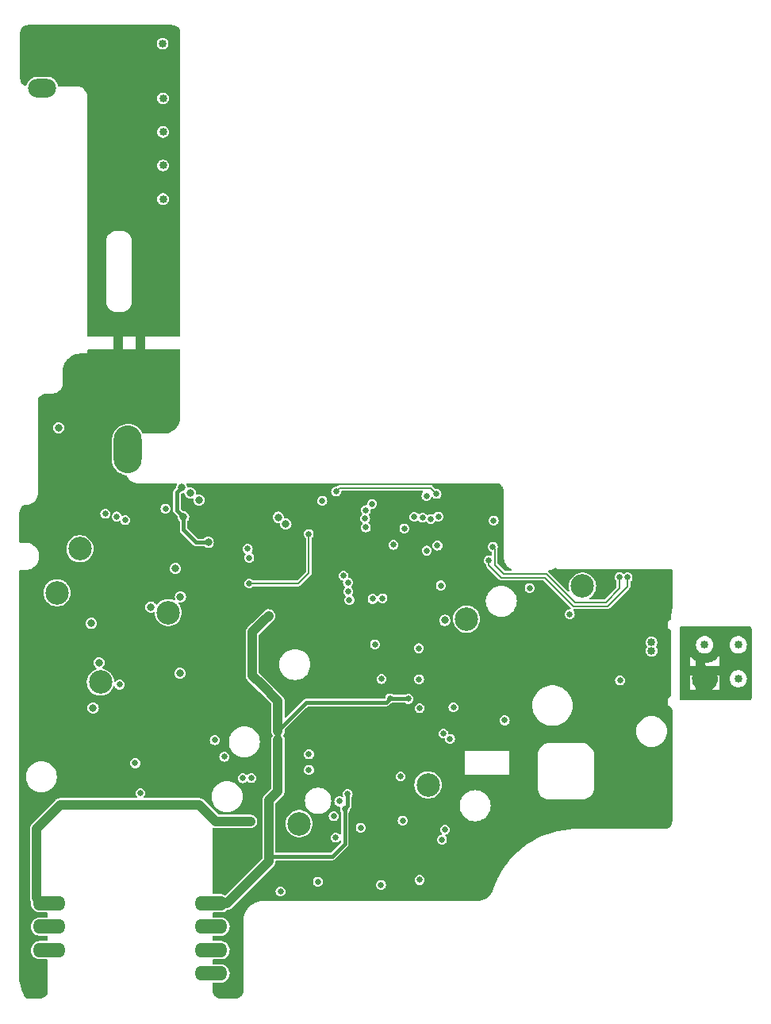
<source format=gbr>
%TF.GenerationSoftware,KiCad,Pcbnew,7.0.6*%
%TF.CreationDate,2024-03-31T21:54:29-07:00*%
%TF.ProjectId,retroglowplus_gbc,72657472-6f67-46c6-9f77-706c75735f67,rev?*%
%TF.SameCoordinates,Original*%
%TF.FileFunction,Copper,L2,Inr*%
%TF.FilePolarity,Positive*%
%FSLAX46Y46*%
G04 Gerber Fmt 4.6, Leading zero omitted, Abs format (unit mm)*
G04 Created by KiCad (PCBNEW 7.0.6) date 2024-03-31 21:54:29*
%MOMM*%
%LPD*%
G01*
G04 APERTURE LIST*
%TA.AperFunction,ComponentPad*%
%ADD10O,3.000000X5.100000*%
%TD*%
%TA.AperFunction,ComponentPad*%
%ADD11O,3.500000X1.550000*%
%TD*%
%TA.AperFunction,ComponentPad*%
%ADD12O,3.000000X2.000000*%
%TD*%
%TA.AperFunction,ViaPad*%
%ADD13C,0.650000*%
%TD*%
%TA.AperFunction,ViaPad*%
%ADD14C,0.850000*%
%TD*%
%TA.AperFunction,ViaPad*%
%ADD15C,0.800000*%
%TD*%
%TA.AperFunction,ViaPad*%
%ADD16C,2.500000*%
%TD*%
%TA.AperFunction,Conductor*%
%ADD17C,1.000000*%
%TD*%
%TA.AperFunction,Conductor*%
%ADD18C,0.400000*%
%TD*%
%TA.AperFunction,Conductor*%
%ADD19C,0.600000*%
%TD*%
%TA.AperFunction,Conductor*%
%ADD20C,0.200000*%
%TD*%
G04 APERTURE END LIST*
D10*
%TO.N,GND*%
%TO.C,REF\u002A\u002A*%
X217212283Y-106146600D03*
%TD*%
D11*
%TO.N,+5V*%
%TO.C,REF\u002A\u002A*%
X226111100Y-154531000D03*
%TD*%
%TO.N,N/C*%
%TO.C,REF\u002A\u002A*%
X226111100Y-157031000D03*
%TD*%
%TO.N,N/C*%
%TO.C,REF\u002A\u002A*%
X226111100Y-159531000D03*
%TD*%
%TO.N,BAT_IN*%
%TO.C,REF\u002A\u002A*%
X208811100Y-154531000D03*
%TD*%
%TO.N,N/C*%
%TO.C,REF\u002A\u002A*%
X226111100Y-162031000D03*
%TD*%
D12*
%TO.N,N/C*%
%TO.C,REF\u002A\u002A*%
X208051400Y-67564000D03*
%TD*%
D11*
%TO.N,N/C*%
%TO.C,REF\u002A\u002A*%
X208811100Y-157031000D03*
%TD*%
%TO.N,GND*%
%TO.C,REF\u002A\u002A*%
X208811100Y-159531000D03*
%TD*%
D13*
%TO.N,GND*%
X256235200Y-113715800D03*
X250723400Y-147751800D03*
X246710200Y-114554000D03*
X249072400Y-111074200D03*
X249097800Y-116916200D03*
X236524800Y-138633200D03*
X236524800Y-140309600D03*
X239395000Y-147523200D03*
D14*
X278790400Y-130556000D03*
D13*
%TO.N,+1V1*%
X245541800Y-116306600D03*
X250240800Y-116382800D03*
D14*
%TO.N,+3V3*%
X238455200Y-121564400D03*
D15*
X229133400Y-115595400D03*
D13*
X251561600Y-110388400D03*
X247142000Y-124815600D03*
X242806448Y-116294030D03*
D15*
X251841000Y-120751600D03*
D13*
X268249400Y-132029200D03*
D15*
X239039400Y-152857200D03*
X233324400Y-111912400D03*
X216077800Y-129565400D03*
D13*
X244983000Y-141706600D03*
X247802400Y-152984200D03*
D15*
X219633800Y-131622800D03*
X219659200Y-124180600D03*
D14*
X237820200Y-122377200D03*
D13*
X256336800Y-134162800D03*
D15*
X236931200Y-111531400D03*
D14*
X237312200Y-121564400D03*
D13*
X255778000Y-115443000D03*
D15*
X220903800Y-129895600D03*
X212725000Y-64185800D03*
D13*
%TO.N,+5V*%
X231013000Y-125095000D03*
X245186200Y-132689600D03*
X232232200Y-123875800D03*
D14*
X273075400Y-126695200D03*
X278765000Y-126974600D03*
D13*
X230149400Y-120421400D03*
D14*
X233222800Y-137109200D03*
D13*
X236499400Y-115138200D03*
X247142000Y-132740400D03*
D15*
X222935800Y-110210600D03*
D14*
X273100800Y-127609600D03*
D13*
X240360200Y-144475200D03*
D14*
X233222800Y-136144000D03*
D15*
X225780600Y-116052600D03*
X223139000Y-113334800D03*
D13*
X231698800Y-124409200D03*
X240665000Y-142888015D03*
D14*
%TO.N,BAT_IN*%
X230301800Y-145796000D03*
X229285800Y-145796000D03*
D13*
X214122000Y-144018000D03*
D14*
X228142800Y-145796000D03*
D13*
%TO.N,Net-(L1-DOUT)*%
X269722600Y-130759200D03*
X251942600Y-133629400D03*
D15*
%TO.N,Net-(L2-DIN)*%
X219659200Y-122936000D03*
X214122000Y-128879600D03*
D13*
%TO.N,Net-(L3-DOUT)*%
X257429000Y-135026400D03*
X244221000Y-152577800D03*
%TO.N,Net-(L5-DOUT)*%
X233489500Y-153276300D03*
X248335800Y-152044400D03*
%TO.N,Net-(L7-DOUT)*%
X237490000Y-152247600D03*
X217982800Y-139598400D03*
X216306400Y-131216400D03*
%TO.N,A_3.3*%
X248259600Y-127330200D03*
X249525840Y-113554725D03*
%TO.N,B_3.3*%
X243586000Y-126923800D03*
X247777000Y-113309400D03*
%TO.N,B_5*%
X216916000Y-113665000D03*
D14*
X220954600Y-72263000D03*
D16*
X253354556Y-124224638D03*
D13*
X244271800Y-130606800D03*
X229997000Y-116738400D03*
D16*
%TO.N,A_5*%
X265726788Y-120708386D03*
D13*
X216001600Y-113284000D03*
D14*
X220954600Y-68681600D03*
D13*
X230149400Y-117678200D03*
X248285000Y-130632200D03*
D15*
%TO.N,DLEFT_5*%
X223850200Y-110769400D03*
D16*
X209638948Y-121419369D03*
D15*
%TO.N,DUP_5*%
X224790000Y-111531400D03*
D16*
X212082253Y-116715094D03*
D15*
%TO.N,DDOWN_3.3*%
X234061000Y-114096800D03*
%TO.N,DRIGHT_3.3*%
X233248200Y-113360200D03*
D16*
%TO.N,DRIGHT_5*%
X221509036Y-123525544D03*
%TO.N,DDOWN_5*%
X214267127Y-130942607D03*
D15*
X222808800Y-121843800D03*
D13*
%TO.N,SEL_3.3*%
X246532400Y-145719800D03*
X240690400Y-120319800D03*
%TO.N,START_3.3*%
X246303800Y-140995400D03*
X240207800Y-119583200D03*
%TO.N,START_5*%
X230378000Y-141173200D03*
X239764298Y-143662420D03*
D16*
X249237670Y-141912784D03*
D13*
X227482400Y-138912600D03*
D14*
X220954600Y-75844400D03*
D13*
%TO.N,SEL_5*%
X226466400Y-137134600D03*
X239166400Y-145237200D03*
D16*
X235482071Y-146041107D03*
D13*
X229463600Y-141198600D03*
D14*
X220954600Y-79425800D03*
D13*
%TO.N,D+*%
X256159000Y-116509800D03*
X269671800Y-119735600D03*
D14*
X282346400Y-130581400D03*
%TO.N,D-*%
X282346400Y-126974600D03*
D13*
X270535400Y-119786400D03*
X255727200Y-117957600D03*
%TO.N,RGB*%
X250609100Y-120637300D03*
X260096000Y-120904000D03*
%TO.N,BAT_LVL*%
X248335800Y-133731000D03*
X218541600Y-142773400D03*
%TO.N,GBC_XTAL_OUT*%
X239420400Y-110617000D03*
X250154835Y-110869043D03*
D14*
%TO.N,Net-(R27-Pad2)*%
X220903800Y-62839600D03*
D15*
X209804000Y-103809800D03*
D13*
X214782400Y-112979200D03*
X237947200Y-111607600D03*
X221208600Y-112445800D03*
%TO.N,A*%
X264363200Y-123698000D03*
X250355375Y-113291438D03*
%TO.N,RXD*%
X251587000Y-137007600D03*
X243332000Y-122072400D03*
%TO.N,TXD*%
X250875800Y-136423400D03*
X244373400Y-121996200D03*
%TO.N,B*%
X248666000Y-113411000D03*
D15*
X251028200Y-124358400D03*
%TO.N,DDOWN*%
X213487000Y-133705600D03*
D13*
X242589529Y-114447255D03*
%TO.N,DLEFT*%
X243255800Y-111937800D03*
D15*
X213309200Y-124688600D03*
D13*
%TO.N,DRIGHT*%
X242519200Y-113487200D03*
D15*
X222758000Y-129997200D03*
D13*
%TO.N,DUP*%
X242595400Y-112598200D03*
D15*
X222275400Y-118821200D03*
D13*
%TO.N,SEL*%
X240715800Y-121259600D03*
X242062000Y-146481800D03*
%TO.N,START*%
X240842800Y-122174000D03*
X251053600Y-146685000D03*
%TD*%
D17*
%TO.N,+3V3*%
X216179400Y-92354400D02*
X216154000Y-92379800D01*
X218363800Y-92100400D02*
X218567000Y-92303600D01*
X216154000Y-96443800D02*
X216357200Y-96647000D01*
X218567000Y-96240600D02*
X218338400Y-96469200D01*
X218567000Y-92303600D02*
X218567000Y-96240600D01*
X216154000Y-92379800D02*
X216154000Y-96443800D01*
%TO.N,+5V*%
X233222800Y-132969000D02*
X231546400Y-131292600D01*
X230479600Y-127203200D02*
X230479600Y-125628400D01*
D18*
X245186200Y-132689600D02*
X247091200Y-132689600D01*
X240665000Y-144170400D02*
X240665000Y-142888015D01*
D17*
X230479600Y-130225800D02*
X230479600Y-127203200D01*
D19*
X233222800Y-137109200D02*
X233222800Y-136144000D01*
D17*
X227789800Y-154531000D02*
X226111100Y-154531000D01*
X233222800Y-137109200D02*
X233222800Y-142595600D01*
D18*
X247091200Y-132689600D02*
X247142000Y-132740400D01*
X224485200Y-116052600D02*
X225780600Y-116052600D01*
X244754400Y-133121400D02*
X245186200Y-132689600D01*
D20*
X236499400Y-119329200D02*
X236499400Y-115138200D01*
D17*
X232257600Y-149555200D02*
X232257600Y-150063200D01*
D18*
X238963200Y-133121400D02*
X244754400Y-133121400D01*
D17*
X231013000Y-125095000D02*
X231698800Y-124409200D01*
D18*
X223139000Y-113334800D02*
X222427800Y-112623600D01*
D17*
X231546400Y-131292600D02*
X230479600Y-130225800D01*
D18*
X223139000Y-114706400D02*
X224485200Y-116052600D01*
X240360200Y-144475200D02*
X240665000Y-144170400D01*
D17*
X230479600Y-125628400D02*
X231013000Y-125095000D01*
D20*
X235407200Y-120421400D02*
X236499400Y-119329200D01*
D18*
X223139000Y-113334800D02*
X223139000Y-114706400D01*
D20*
X230149400Y-120421400D02*
X235407200Y-120421400D01*
D18*
X236245400Y-133121400D02*
X238963200Y-133121400D01*
D17*
X231698800Y-124409200D02*
X232232200Y-123875800D01*
D18*
X233222800Y-136144000D02*
X236245400Y-133121400D01*
D17*
X233222800Y-142595600D02*
X232257600Y-143560800D01*
X232257600Y-143560800D02*
X232257600Y-149555200D01*
D18*
X238988600Y-149555200D02*
X240360200Y-148183600D01*
D17*
X232257600Y-150063200D02*
X227789800Y-154531000D01*
D18*
X222427800Y-112623600D02*
X222427800Y-110718600D01*
D17*
X233222800Y-136144000D02*
X233222800Y-132969000D01*
D18*
X240360200Y-148183600D02*
X240360200Y-144475200D01*
X232257600Y-149555200D02*
X238988600Y-149555200D01*
X222427800Y-110718600D02*
X222935800Y-110210600D01*
D17*
%TO.N,BAT_IN*%
X207441800Y-146558000D02*
X207441800Y-153949400D01*
X230301800Y-145796000D02*
X229285800Y-145796000D01*
X228142800Y-145796000D02*
X226618800Y-145796000D01*
X229285800Y-145796000D02*
X228142800Y-145796000D01*
X226618800Y-145796000D02*
X224840800Y-144018000D01*
X214122000Y-144018000D02*
X209981800Y-144018000D01*
X224840800Y-144018000D02*
X214122000Y-144018000D01*
X208023400Y-154531000D02*
X208811100Y-154531000D01*
X209981800Y-144018000D02*
X207441800Y-146558000D01*
X207441800Y-153949400D02*
X208023400Y-154531000D01*
D20*
%TO.N,D+*%
X257302000Y-119380000D02*
X261874000Y-119380000D01*
X256362200Y-118440200D02*
X257302000Y-119380000D01*
X261874000Y-119380000D02*
X264922000Y-122428000D01*
X256362200Y-116713000D02*
X256362200Y-118440200D01*
X256159000Y-116509800D02*
X256362200Y-116713000D01*
X268198600Y-122428000D02*
X269671800Y-120954800D01*
X264922000Y-122428000D02*
X268198600Y-122428000D01*
X269671800Y-120954800D02*
X269671800Y-119735600D01*
%TO.N,D-*%
X255727200Y-117957600D02*
X255727200Y-118465600D01*
X268401800Y-122859800D02*
X270535400Y-120726200D01*
X255727200Y-118465600D02*
X257073400Y-119811800D01*
X257073400Y-119811800D02*
X261696200Y-119811800D01*
X264744200Y-122859800D02*
X268401800Y-122859800D01*
X270535400Y-120726200D02*
X270535400Y-119786400D01*
X261696200Y-119811800D02*
X264744200Y-122859800D01*
%TO.N,GBC_XTAL_OUT*%
X239801400Y-110236000D02*
X239420400Y-110617000D01*
X250154835Y-110869043D02*
X249521792Y-110236000D01*
X247573800Y-110236000D02*
X239801400Y-110236000D01*
X249521792Y-110236000D02*
X247573800Y-110236000D01*
%TD*%
%TA.AperFunction,Conductor*%
%TO.N,GND*%
G36*
X283411896Y-124993268D02*
G01*
X283426278Y-124993265D01*
X283426280Y-124993266D01*
X283456570Y-124993260D01*
X283464659Y-124993789D01*
X283534906Y-125003025D01*
X283566176Y-125011400D01*
X283620305Y-125033813D01*
X283648345Y-125049998D01*
X283694829Y-125085661D01*
X283717723Y-125108554D01*
X283753385Y-125155029D01*
X283769573Y-125183068D01*
X283791990Y-125237194D01*
X283800367Y-125268467D01*
X283809569Y-125338405D01*
X283810099Y-125346509D01*
X283810094Y-125391493D01*
X283810100Y-125391544D01*
X283810100Y-132531777D01*
X283809568Y-132539887D01*
X283800313Y-132610113D01*
X283791933Y-132641374D01*
X283769509Y-132695496D01*
X283753321Y-132723528D01*
X283717654Y-132770002D01*
X283694765Y-132792888D01*
X283648286Y-132828548D01*
X283620254Y-132844730D01*
X283566128Y-132867147D01*
X283534865Y-132875523D01*
X283472350Y-132883753D01*
X283464108Y-132884838D01*
X283456009Y-132885369D01*
X276375407Y-132885369D01*
X276375399Y-132885368D01*
X276330680Y-132885368D01*
X276322582Y-132884837D01*
X276252334Y-132875593D01*
X276221073Y-132867219D01*
X276166925Y-132844797D01*
X276138895Y-132828619D01*
X276122052Y-132815697D01*
X276080847Y-132759276D01*
X276073534Y-132716942D01*
X276073694Y-132665283D01*
X276076540Y-131743260D01*
X277200545Y-131743260D01*
X277823532Y-131743260D01*
X279490314Y-131743260D01*
X280323532Y-131743260D01*
X280323532Y-130581400D01*
X281415802Y-130581400D01*
X281436138Y-130774883D01*
X281496256Y-130959910D01*
X281496257Y-130959911D01*
X281541090Y-131037563D01*
X281593530Y-131128392D01*
X281638876Y-131178754D01*
X281723702Y-131272964D01*
X281723705Y-131272966D01*
X281723708Y-131272969D01*
X281841752Y-131358733D01*
X281881102Y-131387323D01*
X281949326Y-131417697D01*
X282058829Y-131466451D01*
X282249126Y-131506900D01*
X282443674Y-131506900D01*
X282633971Y-131466451D01*
X282811699Y-131387322D01*
X282969092Y-131272969D01*
X283099270Y-131128392D01*
X283196544Y-130959908D01*
X283256662Y-130774882D01*
X283276998Y-130581400D01*
X283256662Y-130387918D01*
X283196544Y-130202892D01*
X283196543Y-130202891D01*
X283196543Y-130202889D01*
X283196542Y-130202888D01*
X283162602Y-130144103D01*
X283099270Y-130034408D01*
X283048282Y-129977781D01*
X282969097Y-129889835D01*
X282969094Y-129889833D01*
X282969093Y-129889832D01*
X282969092Y-129889831D01*
X282890395Y-129832654D01*
X282811697Y-129775476D01*
X282675248Y-129714726D01*
X282633971Y-129696349D01*
X282633969Y-129696348D01*
X282443674Y-129655900D01*
X282249126Y-129655900D01*
X282058831Y-129696348D01*
X281881102Y-129775476D01*
X281723705Y-129889833D01*
X281723702Y-129889835D01*
X281593529Y-130034409D01*
X281496257Y-130202888D01*
X281496256Y-130202889D01*
X281436138Y-130387916D01*
X281415802Y-130581400D01*
X280323532Y-130581400D01*
X280323532Y-130241260D01*
X280128535Y-130241260D01*
X280145887Y-130306018D01*
X280149640Y-130327304D01*
X280168703Y-130545193D01*
X280168703Y-130566807D01*
X280149640Y-130784696D01*
X280145887Y-130805982D01*
X280089278Y-131017251D01*
X280081885Y-131037563D01*
X279989449Y-131235793D01*
X279978642Y-131254512D01*
X279853188Y-131433678D01*
X279839294Y-131450235D01*
X279684635Y-131604894D01*
X279668078Y-131618788D01*
X279490314Y-131743260D01*
X277823532Y-131743260D01*
X277823532Y-131532261D01*
X277741506Y-131450236D01*
X277727612Y-131433678D01*
X277602158Y-131254512D01*
X277591351Y-131235793D01*
X277498915Y-131037563D01*
X277491522Y-131017251D01*
X277434913Y-130805982D01*
X277431160Y-130784696D01*
X277412097Y-130566807D01*
X277412097Y-130545193D01*
X277431160Y-130327304D01*
X277434913Y-130306018D01*
X277452265Y-130241260D01*
X277205180Y-130241260D01*
X277200545Y-131743260D01*
X276076540Y-131743260D01*
X276084256Y-129243260D01*
X277208260Y-129243260D01*
X277823532Y-129243260D01*
X277823532Y-129179475D01*
X278821532Y-129179475D01*
X279019096Y-129196760D01*
X279040382Y-129200513D01*
X279199917Y-129243260D01*
X280323532Y-129243260D01*
X280323532Y-128110592D01*
X280308941Y-128130674D01*
X280306965Y-128133249D01*
X280280210Y-128166288D01*
X280278102Y-128168756D01*
X280110768Y-128354600D01*
X280108532Y-128356957D01*
X280078444Y-128387043D01*
X280076088Y-128389278D01*
X280034825Y-128426427D01*
X280032358Y-128428535D01*
X279999327Y-128455281D01*
X279996753Y-128457255D01*
X279794455Y-128604235D01*
X279791780Y-128606073D01*
X279756123Y-128629230D01*
X279753355Y-128630926D01*
X279705269Y-128658690D01*
X279702417Y-128660239D01*
X279664516Y-128679551D01*
X279661584Y-128680949D01*
X279433129Y-128782662D01*
X279430131Y-128783904D01*
X279390432Y-128799143D01*
X279387370Y-128800228D01*
X279334567Y-128817384D01*
X279331456Y-128818305D01*
X279290381Y-128829312D01*
X279287222Y-128830071D01*
X279042621Y-128882062D01*
X279039430Y-128882653D01*
X278997441Y-128889304D01*
X278994224Y-128889728D01*
X278939007Y-128895533D01*
X278935769Y-128895788D01*
X278893289Y-128898015D01*
X278890043Y-128898100D01*
X278821532Y-128898100D01*
X278821532Y-129179475D01*
X277823532Y-129179475D01*
X277823532Y-128657997D01*
X277776645Y-128630926D01*
X277773877Y-128629230D01*
X277738220Y-128606073D01*
X277735545Y-128604235D01*
X277533247Y-128457255D01*
X277530673Y-128455281D01*
X277497642Y-128428535D01*
X277495175Y-128426427D01*
X277453912Y-128389278D01*
X277451556Y-128387043D01*
X277421468Y-128356957D01*
X277419232Y-128354600D01*
X277251898Y-128168756D01*
X277249790Y-128166288D01*
X277223035Y-128133249D01*
X277221059Y-128130674D01*
X277211733Y-128117839D01*
X277208260Y-129243260D01*
X276084256Y-129243260D01*
X276091257Y-126974599D01*
X277834402Y-126974599D01*
X277854738Y-127168083D01*
X277914856Y-127353110D01*
X277914857Y-127353111D01*
X277995159Y-127492197D01*
X278012130Y-127521592D01*
X278057476Y-127571954D01*
X278142302Y-127666164D01*
X278142305Y-127666166D01*
X278142308Y-127666169D01*
X278260352Y-127751933D01*
X278299702Y-127780523D01*
X278367926Y-127810897D01*
X278477429Y-127859651D01*
X278667726Y-127900100D01*
X278862274Y-127900100D01*
X279052571Y-127859651D01*
X279230299Y-127780522D01*
X279387692Y-127666169D01*
X279517870Y-127521592D01*
X279615144Y-127353108D01*
X279675262Y-127168082D01*
X279695598Y-126974600D01*
X279695598Y-126974599D01*
X281415802Y-126974599D01*
X281436138Y-127168083D01*
X281496256Y-127353110D01*
X281496257Y-127353111D01*
X281576559Y-127492197D01*
X281593530Y-127521592D01*
X281638876Y-127571954D01*
X281723702Y-127666164D01*
X281723705Y-127666166D01*
X281723708Y-127666169D01*
X281841752Y-127751933D01*
X281881102Y-127780523D01*
X281949326Y-127810897D01*
X282058829Y-127859651D01*
X282249126Y-127900100D01*
X282443674Y-127900100D01*
X282633971Y-127859651D01*
X282811699Y-127780522D01*
X282969092Y-127666169D01*
X283099270Y-127521592D01*
X283196544Y-127353108D01*
X283256662Y-127168082D01*
X283276998Y-126974600D01*
X283256662Y-126781118D01*
X283196544Y-126596092D01*
X283196543Y-126596091D01*
X283196543Y-126596089D01*
X283196542Y-126596088D01*
X283162602Y-126537303D01*
X283099270Y-126427608D01*
X283048282Y-126370981D01*
X282969097Y-126283035D01*
X282969094Y-126283033D01*
X282969093Y-126283032D01*
X282969092Y-126283031D01*
X282890395Y-126225854D01*
X282811697Y-126168676D01*
X282675248Y-126107926D01*
X282633971Y-126089549D01*
X282633969Y-126089548D01*
X282443674Y-126049100D01*
X282249126Y-126049100D01*
X282058831Y-126089548D01*
X281881102Y-126168676D01*
X281723705Y-126283033D01*
X281723702Y-126283035D01*
X281593529Y-126427609D01*
X281496257Y-126596088D01*
X281496256Y-126596089D01*
X281436138Y-126781116D01*
X281415802Y-126974599D01*
X279695598Y-126974599D01*
X279675262Y-126781118D01*
X279615144Y-126596092D01*
X279615143Y-126596091D01*
X279615143Y-126596089D01*
X279615142Y-126596088D01*
X279581202Y-126537303D01*
X279517870Y-126427608D01*
X279466882Y-126370981D01*
X279387697Y-126283035D01*
X279387694Y-126283033D01*
X279387693Y-126283032D01*
X279387692Y-126283031D01*
X279308995Y-126225854D01*
X279230297Y-126168676D01*
X279093848Y-126107926D01*
X279052571Y-126089549D01*
X279052569Y-126089548D01*
X278862274Y-126049100D01*
X278667726Y-126049100D01*
X278477431Y-126089548D01*
X278299702Y-126168676D01*
X278142305Y-126283033D01*
X278142302Y-126283035D01*
X278012129Y-126427609D01*
X277914857Y-126596088D01*
X277914856Y-126596089D01*
X277854738Y-126781116D01*
X277834402Y-126974599D01*
X276091257Y-126974599D01*
X276096903Y-125145308D01*
X276116793Y-125078334D01*
X276169738Y-125032742D01*
X276173393Y-125031157D01*
X276221085Y-125011403D01*
X276252343Y-125003028D01*
X276322540Y-124993789D01*
X276330631Y-124993260D01*
X276360968Y-124993261D01*
X276360970Y-124993260D01*
X283411820Y-124993260D01*
X283411896Y-124993268D01*
G37*
%TD.AperFunction*%
%TD*%
%TA.AperFunction,Conductor*%
%TO.N,+3V3*%
G36*
X222709394Y-95451966D02*
G01*
X222767538Y-95471009D01*
X222803387Y-95520592D01*
X222808162Y-95550966D01*
X222808165Y-102568745D01*
X222808165Y-102601475D01*
X222808059Y-102604713D01*
X222792555Y-102841266D01*
X222791709Y-102847692D01*
X222745779Y-103078606D01*
X222744101Y-103084867D01*
X222668426Y-103307805D01*
X222665945Y-103313793D01*
X222561820Y-103524947D01*
X222558579Y-103530561D01*
X222427778Y-103726323D01*
X222423832Y-103731465D01*
X222268606Y-103908472D01*
X222264023Y-103913055D01*
X222087010Y-104068297D01*
X222081868Y-104072243D01*
X222021416Y-104112638D01*
X221886114Y-104203048D01*
X221880506Y-104206286D01*
X221669352Y-104310421D01*
X221663364Y-104312901D01*
X221440428Y-104388584D01*
X221434167Y-104390262D01*
X221203259Y-104436200D01*
X221196833Y-104437046D01*
X220962060Y-104452442D01*
X220958820Y-104452548D01*
X218852963Y-104452548D01*
X218794772Y-104433641D01*
X218761141Y-104390557D01*
X218740696Y-104339831D01*
X218607265Y-104115391D01*
X218441142Y-103913955D01*
X218441134Y-103913947D01*
X218324272Y-103809800D01*
X218246203Y-103740225D01*
X218111563Y-103653033D01*
X218027035Y-103598293D01*
X217788770Y-103491481D01*
X217788762Y-103491478D01*
X217536998Y-103422293D01*
X217277600Y-103392347D01*
X217016689Y-103402348D01*
X216760357Y-103452061D01*
X216514609Y-103540323D01*
X216285224Y-103665059D01*
X216285223Y-103665060D01*
X216077575Y-103823343D01*
X216077568Y-103823348D01*
X215896500Y-104011491D01*
X215746285Y-104225053D01*
X215746278Y-104225064D01*
X215630425Y-104459048D01*
X215630424Y-104459051D01*
X215551643Y-104707990D01*
X215551642Y-104707993D01*
X215551642Y-104707995D01*
X215544589Y-104753661D01*
X215511783Y-104966047D01*
X215511783Y-107261780D01*
X215526765Y-107456935D01*
X215526766Y-107456941D01*
X215586261Y-107711183D01*
X215683872Y-107953373D01*
X215817300Y-108177808D01*
X215983423Y-108379244D01*
X215983431Y-108379252D01*
X216178363Y-108552975D01*
X216397530Y-108694906D01*
X216635794Y-108801718D01*
X216635797Y-108801719D01*
X216635803Y-108801721D01*
X216771524Y-108839017D01*
X216887570Y-108870907D01*
X217048735Y-108889512D01*
X217104374Y-108914968D01*
X217130410Y-108953996D01*
X217165580Y-109050617D01*
X217165588Y-109050632D01*
X217266241Y-109224959D01*
X217266248Y-109224969D01*
X217395638Y-109379165D01*
X217395646Y-109379174D01*
X217549861Y-109508573D01*
X217724202Y-109609228D01*
X217913372Y-109678081D01*
X218111625Y-109713041D01*
X218172775Y-109713041D01*
X218172779Y-109713042D01*
X218192469Y-109713042D01*
X218212280Y-109713042D01*
X218246631Y-109713042D01*
X222359924Y-109713042D01*
X222418115Y-109731949D01*
X222454079Y-109781449D01*
X222454079Y-109842635D01*
X222438466Y-109872309D01*
X222411262Y-109907761D01*
X222350757Y-110053833D01*
X222350755Y-110053841D01*
X222329271Y-110217033D01*
X222327543Y-110216805D01*
X222311211Y-110267072D01*
X222301122Y-110278884D01*
X222122316Y-110457691D01*
X222122314Y-110457693D01*
X222099750Y-110480258D01*
X222099748Y-110480260D01*
X222088797Y-110501751D01*
X222080687Y-110514985D01*
X222066506Y-110534506D01*
X222066501Y-110534515D01*
X222059049Y-110557452D01*
X222053105Y-110571802D01*
X222042155Y-110593291D01*
X222042152Y-110593301D01*
X222038377Y-110617129D01*
X222034753Y-110632224D01*
X222027301Y-110655162D01*
X222027300Y-110655169D01*
X222027300Y-112687037D01*
X222034753Y-112709974D01*
X222038379Y-112725074D01*
X222042154Y-112748906D01*
X222053101Y-112770388D01*
X222059047Y-112784742D01*
X222066503Y-112807688D01*
X222066502Y-112807688D01*
X222080684Y-112827208D01*
X222088797Y-112840447D01*
X222099750Y-112861942D01*
X222099751Y-112861943D01*
X222119831Y-112882024D01*
X222122315Y-112884508D01*
X222122316Y-112884509D01*
X222504323Y-113266516D01*
X222532099Y-113321031D01*
X222532981Y-113332247D01*
X222553955Y-113491558D01*
X222553957Y-113491566D01*
X222614462Y-113637638D01*
X222614462Y-113637639D01*
X222714668Y-113768231D01*
X222713283Y-113769293D01*
X222737279Y-113816369D01*
X222738500Y-113831871D01*
X222738500Y-114769837D01*
X222745953Y-114792774D01*
X222749579Y-114807874D01*
X222753354Y-114831706D01*
X222764301Y-114853188D01*
X222770247Y-114867542D01*
X222777703Y-114890488D01*
X222777702Y-114890488D01*
X222791884Y-114910008D01*
X222799997Y-114923247D01*
X222810950Y-114944742D01*
X222810951Y-114944743D01*
X222831031Y-114964824D01*
X224157149Y-116290942D01*
X224246857Y-116380649D01*
X224246858Y-116380650D01*
X224268349Y-116391600D01*
X224281595Y-116399717D01*
X224301110Y-116413896D01*
X224301112Y-116413896D01*
X224301113Y-116413897D01*
X224324052Y-116421350D01*
X224338395Y-116427290D01*
X224359896Y-116438246D01*
X224383724Y-116442019D01*
X224398833Y-116445647D01*
X224407394Y-116448428D01*
X224421767Y-116453099D01*
X224451637Y-116453099D01*
X224451661Y-116453100D01*
X224453681Y-116453100D01*
X225283529Y-116453100D01*
X225341720Y-116472007D01*
X225350287Y-116479323D01*
X225352316Y-116480880D01*
X225352318Y-116480882D01*
X225477759Y-116577136D01*
X225477760Y-116577136D01*
X225477761Y-116577137D01*
X225620745Y-116636363D01*
X225623838Y-116637644D01*
X225736856Y-116652523D01*
X225780599Y-116658282D01*
X225780600Y-116658282D01*
X225780601Y-116658282D01*
X225824344Y-116652523D01*
X225937362Y-116637644D01*
X226083441Y-116577136D01*
X226208882Y-116480882D01*
X226305136Y-116355441D01*
X226365644Y-116209362D01*
X226386282Y-116052600D01*
X226384831Y-116041582D01*
X226380412Y-116008011D01*
X226365644Y-115895838D01*
X226345652Y-115847574D01*
X226305137Y-115749761D01*
X226305137Y-115749760D01*
X226208886Y-115624323D01*
X226208885Y-115624322D01*
X226208882Y-115624318D01*
X226208877Y-115624314D01*
X226208876Y-115624313D01*
X226083438Y-115528062D01*
X225937366Y-115467557D01*
X225937358Y-115467555D01*
X225780601Y-115446918D01*
X225780599Y-115446918D01*
X225623841Y-115467555D01*
X225623833Y-115467557D01*
X225477761Y-115528062D01*
X225477760Y-115528062D01*
X225347170Y-115628268D01*
X225346109Y-115626886D01*
X225299016Y-115650881D01*
X225283529Y-115652100D01*
X224692100Y-115652100D01*
X224633909Y-115633193D01*
X224622096Y-115623104D01*
X223568496Y-114569503D01*
X223540719Y-114514986D01*
X223539500Y-114499499D01*
X223539500Y-113831871D01*
X223558407Y-113773680D01*
X223565715Y-113765124D01*
X223576965Y-113750463D01*
X223663536Y-113637641D01*
X223724044Y-113491562D01*
X223741338Y-113360200D01*
X232642518Y-113360200D01*
X232663155Y-113516958D01*
X232663157Y-113516966D01*
X232723662Y-113663038D01*
X232723662Y-113663039D01*
X232819913Y-113788476D01*
X232819918Y-113788482D01*
X232819922Y-113788485D01*
X232819923Y-113788486D01*
X232839374Y-113803411D01*
X232945359Y-113884736D01*
X232945360Y-113884736D01*
X232945361Y-113884737D01*
X233091433Y-113945242D01*
X233091438Y-113945244D01*
X233248200Y-113965882D01*
X233348596Y-113952664D01*
X233408755Y-113963814D01*
X233450873Y-114008196D01*
X233459670Y-114063738D01*
X233455318Y-114096797D01*
X233455318Y-114096800D01*
X233475955Y-114253558D01*
X233475957Y-114253566D01*
X233536462Y-114399638D01*
X233536462Y-114399639D01*
X233624971Y-114514986D01*
X233632718Y-114525082D01*
X233758159Y-114621336D01*
X233758160Y-114621336D01*
X233758161Y-114621337D01*
X233897792Y-114679174D01*
X233904238Y-114681844D01*
X234021809Y-114697322D01*
X234060999Y-114702482D01*
X234061000Y-114702482D01*
X234061001Y-114702482D01*
X234092352Y-114698354D01*
X234217762Y-114681844D01*
X234363841Y-114621336D01*
X234489282Y-114525082D01*
X234585536Y-114399641D01*
X234646044Y-114253562D01*
X234666682Y-114096800D01*
X234663477Y-114072459D01*
X234659176Y-114039789D01*
X234646044Y-113940038D01*
X234638976Y-113922974D01*
X234585537Y-113793961D01*
X234585537Y-113793960D01*
X234489286Y-113668523D01*
X234489285Y-113668522D01*
X234489282Y-113668518D01*
X234489277Y-113668514D01*
X234489276Y-113668513D01*
X234363838Y-113572262D01*
X234217766Y-113511757D01*
X234217758Y-113511755D01*
X234061001Y-113491118D01*
X234060999Y-113491118D01*
X233960604Y-113504335D01*
X233900443Y-113493185D01*
X233894764Y-113487200D01*
X241989165Y-113487200D01*
X242001201Y-113578617D01*
X242007226Y-113624383D01*
X242060174Y-113752214D01*
X242060176Y-113752218D01*
X242144407Y-113861989D01*
X242144413Y-113861995D01*
X242214361Y-113915668D01*
X242249017Y-113966092D01*
X242247416Y-114027257D01*
X242218505Y-114067054D01*
X242219327Y-114067876D01*
X242214736Y-114072466D01*
X242130505Y-114182237D01*
X242130503Y-114182241D01*
X242077555Y-114310071D01*
X242077554Y-114310071D01*
X242059493Y-114447254D01*
X242077555Y-114584438D01*
X242130503Y-114712269D01*
X242130505Y-114712273D01*
X242212414Y-114819018D01*
X242214738Y-114822046D01*
X242324511Y-114906279D01*
X242452346Y-114959229D01*
X242589529Y-114977290D01*
X242726712Y-114959229D01*
X242854547Y-114906279D01*
X242964320Y-114822046D01*
X243048553Y-114712273D01*
X243101503Y-114584438D01*
X243105510Y-114553999D01*
X246180165Y-114553999D01*
X246198226Y-114691183D01*
X246251174Y-114819014D01*
X246251176Y-114819018D01*
X246318134Y-114906279D01*
X246335409Y-114928791D01*
X246445182Y-115013024D01*
X246573017Y-115065974D01*
X246710200Y-115084035D01*
X246847383Y-115065974D01*
X246975218Y-115013024D01*
X247084991Y-114928791D01*
X247169224Y-114819018D01*
X247222174Y-114691183D01*
X247240235Y-114554000D01*
X247222174Y-114416817D01*
X247215058Y-114399638D01*
X247169225Y-114288986D01*
X247169224Y-114288983D01*
X247084991Y-114179209D01*
X247084989Y-114179208D01*
X247084989Y-114179207D01*
X246975218Y-114094976D01*
X246975214Y-114094974D01*
X246847383Y-114042026D01*
X246847375Y-114042025D01*
X246710200Y-114023965D01*
X246710199Y-114023965D01*
X246573016Y-114042025D01*
X246573016Y-114042026D01*
X246445186Y-114094974D01*
X246445182Y-114094976D01*
X246335411Y-114179207D01*
X246335407Y-114179211D01*
X246251176Y-114288982D01*
X246251174Y-114288986D01*
X246198226Y-114416816D01*
X246198225Y-114416816D01*
X246180165Y-114553999D01*
X243105510Y-114553999D01*
X243119564Y-114447255D01*
X243101503Y-114310072D01*
X243092767Y-114288982D01*
X243067414Y-114227773D01*
X243048553Y-114182238D01*
X242964320Y-114072464D01*
X242964319Y-114072463D01*
X242964316Y-114072459D01*
X242894367Y-114018785D01*
X242859712Y-113968361D01*
X242861314Y-113907196D01*
X242890228Y-113867404D01*
X242889403Y-113866579D01*
X242893986Y-113861994D01*
X242893991Y-113861991D01*
X242978224Y-113752218D01*
X243031174Y-113624383D01*
X243049235Y-113487200D01*
X243044441Y-113450783D01*
X243031174Y-113350016D01*
X243014350Y-113309400D01*
X247246965Y-113309400D01*
X247252836Y-113353991D01*
X247265026Y-113446583D01*
X247317974Y-113574414D01*
X247317976Y-113574418D01*
X247395937Y-113676018D01*
X247402209Y-113684191D01*
X247511982Y-113768424D01*
X247639817Y-113821374D01*
X247777000Y-113839435D01*
X247914183Y-113821374D01*
X248042018Y-113768424D01*
X248111931Y-113714776D01*
X248169604Y-113694353D01*
X248228270Y-113711729D01*
X248250738Y-113733051D01*
X248291203Y-113785785D01*
X248291210Y-113785792D01*
X248304758Y-113796188D01*
X248400982Y-113870024D01*
X248528817Y-113922974D01*
X248666000Y-113941035D01*
X248803183Y-113922974D01*
X248931018Y-113870024D01*
X248962232Y-113846072D01*
X249019905Y-113825648D01*
X249078571Y-113843024D01*
X249101040Y-113864346D01*
X249151043Y-113929510D01*
X249151050Y-113929517D01*
X249195746Y-113963814D01*
X249260822Y-114013749D01*
X249388657Y-114066699D01*
X249525840Y-114084760D01*
X249663023Y-114066699D01*
X249790858Y-114013749D01*
X249900631Y-113929516D01*
X249984864Y-113819743D01*
X249986921Y-113814775D01*
X250026656Y-113768249D01*
X250086150Y-113753964D01*
X250116266Y-113761193D01*
X250218192Y-113803412D01*
X250355375Y-113821473D01*
X250492558Y-113803412D01*
X250620393Y-113750462D01*
X250665565Y-113715800D01*
X255705165Y-113715800D01*
X255719077Y-113821472D01*
X255723226Y-113852983D01*
X255776174Y-113980814D01*
X255776176Y-113980818D01*
X255860407Y-114090589D01*
X255860410Y-114090592D01*
X255903978Y-114124023D01*
X255970182Y-114174824D01*
X256098017Y-114227774D01*
X256235200Y-114245835D01*
X256372383Y-114227774D01*
X256500218Y-114174824D01*
X256609991Y-114090591D01*
X256694224Y-113980818D01*
X256747174Y-113852983D01*
X256765235Y-113715800D01*
X256765101Y-113714778D01*
X256747174Y-113578616D01*
X256694225Y-113450786D01*
X256694224Y-113450783D01*
X256609991Y-113341009D01*
X256609989Y-113341008D01*
X256609989Y-113341007D01*
X256500218Y-113256776D01*
X256500214Y-113256774D01*
X256372383Y-113203826D01*
X256369398Y-113203433D01*
X256235200Y-113185765D01*
X256235199Y-113185765D01*
X256098016Y-113203825D01*
X256098016Y-113203826D01*
X255970186Y-113256774D01*
X255970182Y-113256776D01*
X255860411Y-113341007D01*
X255860407Y-113341011D01*
X255776176Y-113450782D01*
X255776174Y-113450786D01*
X255723226Y-113578616D01*
X255723225Y-113578616D01*
X255705165Y-113715799D01*
X255705165Y-113715800D01*
X250665565Y-113715800D01*
X250730166Y-113666229D01*
X250814399Y-113556456D01*
X250867349Y-113428621D01*
X250885410Y-113291438D01*
X250876292Y-113222178D01*
X250867349Y-113154254D01*
X250821839Y-113044383D01*
X250814399Y-113026421D01*
X250730166Y-112916647D01*
X250730164Y-112916646D01*
X250730164Y-112916645D01*
X250620393Y-112832414D01*
X250620389Y-112832412D01*
X250492558Y-112779464D01*
X250436062Y-112772026D01*
X250355375Y-112761403D01*
X250355374Y-112761403D01*
X250218191Y-112779463D01*
X250218191Y-112779464D01*
X250090361Y-112832412D01*
X250090357Y-112832414D01*
X249980586Y-112916645D01*
X249980582Y-112916649D01*
X249896349Y-113026423D01*
X249896348Y-113026424D01*
X249894289Y-113031396D01*
X249854549Y-113077918D01*
X249795053Y-113092197D01*
X249764943Y-113084967D01*
X249763103Y-113084205D01*
X249663023Y-113042751D01*
X249525840Y-113024690D01*
X249525839Y-113024690D01*
X249388656Y-113042750D01*
X249388656Y-113042751D01*
X249260826Y-113095699D01*
X249260818Y-113095703D01*
X249229605Y-113119654D01*
X249171929Y-113140077D01*
X249113263Y-113122698D01*
X249090797Y-113101378D01*
X249086442Y-113095703D01*
X249057021Y-113057360D01*
X249040791Y-113036208D01*
X248931018Y-112951976D01*
X248931014Y-112951974D01*
X248803183Y-112899026D01*
X248803175Y-112899025D01*
X248666000Y-112880965D01*
X248665999Y-112880965D01*
X248528816Y-112899025D01*
X248528816Y-112899026D01*
X248400986Y-112951974D01*
X248400978Y-112951979D01*
X248331068Y-113005623D01*
X248273392Y-113026047D01*
X248214727Y-113008669D01*
X248192259Y-112987348D01*
X248181242Y-112972991D01*
X248151791Y-112934609D01*
X248151788Y-112934607D01*
X248042018Y-112850376D01*
X248042014Y-112850374D01*
X247914183Y-112797426D01*
X247817841Y-112784742D01*
X247777000Y-112779365D01*
X247776999Y-112779365D01*
X247639816Y-112797425D01*
X247639816Y-112797426D01*
X247511986Y-112850374D01*
X247511982Y-112850376D01*
X247402211Y-112934607D01*
X247402207Y-112934611D01*
X247317976Y-113044382D01*
X247317974Y-113044386D01*
X247265026Y-113172216D01*
X247265025Y-113172216D01*
X247249330Y-113291437D01*
X247246965Y-113309400D01*
X243014350Y-113309400D01*
X242978225Y-113222186D01*
X242978224Y-113222183D01*
X242963837Y-113203433D01*
X242915164Y-113140001D01*
X242894740Y-113082326D01*
X242912117Y-113023660D01*
X242933438Y-113001192D01*
X242970191Y-112972991D01*
X243054424Y-112863218D01*
X243107374Y-112735383D01*
X243125435Y-112598200D01*
X243122510Y-112575985D01*
X243133659Y-112515826D01*
X243178041Y-112473708D01*
X243233585Y-112464910D01*
X243255800Y-112467835D01*
X243392983Y-112449774D01*
X243520818Y-112396824D01*
X243630591Y-112312591D01*
X243714824Y-112202818D01*
X243767774Y-112074983D01*
X243785835Y-111937800D01*
X243777254Y-111872618D01*
X243767774Y-111800616D01*
X243727532Y-111703463D01*
X243714824Y-111672783D01*
X243630591Y-111563009D01*
X243630589Y-111563008D01*
X243630589Y-111563007D01*
X243520818Y-111478776D01*
X243520814Y-111478774D01*
X243392983Y-111425826D01*
X243317240Y-111415854D01*
X243255800Y-111407765D01*
X243255799Y-111407765D01*
X243118616Y-111425825D01*
X243118616Y-111425826D01*
X242990786Y-111478774D01*
X242990782Y-111478776D01*
X242881011Y-111563007D01*
X242881007Y-111563011D01*
X242796776Y-111672782D01*
X242796774Y-111672786D01*
X242743826Y-111800616D01*
X242743825Y-111800616D01*
X242725765Y-111937799D01*
X242725765Y-111937802D01*
X242728689Y-111960015D01*
X242717538Y-112020176D01*
X242673155Y-112062293D01*
X242617615Y-112071089D01*
X242595402Y-112068165D01*
X242595400Y-112068165D01*
X242458216Y-112086225D01*
X242458216Y-112086226D01*
X242330386Y-112139174D01*
X242330382Y-112139176D01*
X242220611Y-112223407D01*
X242220607Y-112223411D01*
X242136376Y-112333182D01*
X242136374Y-112333186D01*
X242083426Y-112461016D01*
X242083425Y-112461016D01*
X242074490Y-112528888D01*
X242065365Y-112598200D01*
X242066183Y-112604411D01*
X242083426Y-112735383D01*
X242136374Y-112863214D01*
X242136376Y-112863218D01*
X242199435Y-112945397D01*
X242219859Y-113003073D01*
X242202482Y-113061739D01*
X242181162Y-113084205D01*
X242144417Y-113112401D01*
X242144407Y-113112411D01*
X242060176Y-113222182D01*
X242060174Y-113222186D01*
X242007226Y-113350016D01*
X242007225Y-113350016D01*
X241993959Y-113450786D01*
X241989165Y-113487200D01*
X233894764Y-113487200D01*
X233858326Y-113448802D01*
X233849529Y-113393260D01*
X233853882Y-113360200D01*
X233833244Y-113203438D01*
X233806999Y-113140077D01*
X233772737Y-113057361D01*
X233772737Y-113057360D01*
X233676486Y-112931923D01*
X233676485Y-112931922D01*
X233676482Y-112931918D01*
X233676477Y-112931914D01*
X233676476Y-112931913D01*
X233586945Y-112863214D01*
X233551041Y-112835664D01*
X233551040Y-112835663D01*
X233551038Y-112835662D01*
X233404966Y-112775157D01*
X233404958Y-112775155D01*
X233248201Y-112754518D01*
X233248199Y-112754518D01*
X233091441Y-112775155D01*
X233091433Y-112775157D01*
X232945361Y-112835662D01*
X232945360Y-112835662D01*
X232819923Y-112931913D01*
X232819913Y-112931923D01*
X232723662Y-113057360D01*
X232723662Y-113057361D01*
X232663157Y-113203433D01*
X232663155Y-113203441D01*
X232642518Y-113360199D01*
X232642518Y-113360200D01*
X223741338Y-113360200D01*
X223744682Y-113334800D01*
X223724044Y-113178038D01*
X223721633Y-113172217D01*
X223663537Y-113031961D01*
X223663537Y-113031960D01*
X223567286Y-112906523D01*
X223567285Y-112906522D01*
X223567282Y-112906518D01*
X223567277Y-112906514D01*
X223567276Y-112906513D01*
X223494116Y-112850376D01*
X223441841Y-112810264D01*
X223441840Y-112810263D01*
X223441838Y-112810262D01*
X223295766Y-112749757D01*
X223295758Y-112749755D01*
X223132567Y-112728271D01*
X223132794Y-112726543D01*
X223082528Y-112710211D01*
X223070715Y-112700122D01*
X222857295Y-112486702D01*
X222829518Y-112432185D01*
X222828299Y-112416698D01*
X222828299Y-111672782D01*
X222828299Y-110925497D01*
X222847206Y-110867309D01*
X222857299Y-110855493D01*
X222867518Y-110845275D01*
X222922036Y-110817500D01*
X222933250Y-110816617D01*
X222935797Y-110816281D01*
X222935800Y-110816282D01*
X223092562Y-110795644D01*
X223120738Y-110783972D01*
X223181733Y-110779172D01*
X223233903Y-110811141D01*
X223256776Y-110862514D01*
X223265155Y-110926159D01*
X223265157Y-110926166D01*
X223325662Y-111072238D01*
X223325662Y-111072239D01*
X223407638Y-111179072D01*
X223421918Y-111197682D01*
X223421922Y-111197685D01*
X223421923Y-111197686D01*
X223451282Y-111220213D01*
X223547359Y-111293936D01*
X223547360Y-111293936D01*
X223547361Y-111293937D01*
X223664803Y-111342583D01*
X223693438Y-111354444D01*
X223811009Y-111369922D01*
X223850199Y-111375082D01*
X223850200Y-111375082D01*
X223850201Y-111375082D01*
X223881552Y-111370954D01*
X224006962Y-111354444D01*
X224060767Y-111332156D01*
X224121764Y-111327356D01*
X224173933Y-111359326D01*
X224197348Y-111415854D01*
X224196806Y-111436543D01*
X224184317Y-111531399D01*
X224184318Y-111531400D01*
X224204955Y-111688158D01*
X224204957Y-111688166D01*
X224265462Y-111834238D01*
X224265462Y-111834239D01*
X224344927Y-111937800D01*
X224361718Y-111959682D01*
X224487159Y-112055936D01*
X224487160Y-112055936D01*
X224487161Y-112055937D01*
X224533142Y-112074983D01*
X224633238Y-112116444D01*
X224750809Y-112131922D01*
X224789999Y-112137082D01*
X224790000Y-112137082D01*
X224790001Y-112137082D01*
X224821352Y-112132954D01*
X224946762Y-112116444D01*
X225092841Y-112055936D01*
X225218282Y-111959682D01*
X225314536Y-111834241D01*
X225375044Y-111688162D01*
X225385650Y-111607600D01*
X237417165Y-111607600D01*
X237427772Y-111688166D01*
X237435226Y-111744783D01*
X237488174Y-111872614D01*
X237488176Y-111872618D01*
X237572407Y-111982389D01*
X237572410Y-111982392D01*
X237621247Y-112019866D01*
X237682182Y-112066624D01*
X237810017Y-112119574D01*
X237947200Y-112137635D01*
X238084383Y-112119574D01*
X238212218Y-112066624D01*
X238321991Y-111982391D01*
X238406224Y-111872618D01*
X238459174Y-111744783D01*
X238477235Y-111607600D01*
X238465229Y-111516404D01*
X238459174Y-111470416D01*
X238406225Y-111342586D01*
X238406224Y-111342583D01*
X238321991Y-111232809D01*
X238321989Y-111232808D01*
X238321989Y-111232807D01*
X238212218Y-111148576D01*
X238212214Y-111148574D01*
X238084383Y-111095626D01*
X238084382Y-111095625D01*
X237947200Y-111077565D01*
X237947199Y-111077565D01*
X237810016Y-111095625D01*
X237810016Y-111095626D01*
X237682186Y-111148574D01*
X237682182Y-111148576D01*
X237572411Y-111232807D01*
X237572407Y-111232811D01*
X237488176Y-111342582D01*
X237488174Y-111342586D01*
X237435226Y-111470416D01*
X237435225Y-111470416D01*
X237423035Y-111563011D01*
X237417165Y-111607600D01*
X225385650Y-111607600D01*
X225395682Y-111531400D01*
X225375044Y-111374638D01*
X225354876Y-111325948D01*
X225314537Y-111228561D01*
X225314537Y-111228560D01*
X225218286Y-111103123D01*
X225218285Y-111103122D01*
X225218282Y-111103118D01*
X225218277Y-111103114D01*
X225218276Y-111103113D01*
X225092838Y-111006862D01*
X224946766Y-110946357D01*
X224946758Y-110946355D01*
X224790001Y-110925718D01*
X224789999Y-110925718D01*
X224633241Y-110946355D01*
X224633236Y-110946356D01*
X224579430Y-110968643D01*
X224518433Y-110973442D01*
X224466265Y-110941472D01*
X224442851Y-110884943D01*
X224443392Y-110864266D01*
X224455882Y-110769400D01*
X224435818Y-110617000D01*
X238890365Y-110617000D01*
X238899592Y-110687081D01*
X238908426Y-110754183D01*
X238961374Y-110882014D01*
X238961376Y-110882018D01*
X239045607Y-110991789D01*
X239045610Y-110991792D01*
X239065252Y-111006864D01*
X239155382Y-111076024D01*
X239283217Y-111128974D01*
X239420400Y-111147035D01*
X239557583Y-111128974D01*
X239685418Y-111076024D01*
X239795191Y-110991791D01*
X239879424Y-110882018D01*
X239932374Y-110754183D01*
X239949700Y-110622577D01*
X239976042Y-110567352D01*
X240029813Y-110538158D01*
X240047854Y-110536500D01*
X247517627Y-110536500D01*
X248621861Y-110536500D01*
X248680052Y-110555407D01*
X248716016Y-110604907D01*
X248716016Y-110666093D01*
X248700403Y-110695768D01*
X248613376Y-110809182D01*
X248613374Y-110809186D01*
X248560426Y-110937016D01*
X248560425Y-110937016D01*
X248542365Y-111074199D01*
X248560426Y-111211383D01*
X248613374Y-111339214D01*
X248613376Y-111339218D01*
X248697607Y-111448989D01*
X248697610Y-111448992D01*
X248736422Y-111478774D01*
X248807382Y-111533224D01*
X248935217Y-111586174D01*
X249072400Y-111604235D01*
X249209583Y-111586174D01*
X249337418Y-111533224D01*
X249447191Y-111448991D01*
X249531424Y-111339218D01*
X249578622Y-111225269D01*
X249618356Y-111178747D01*
X249677850Y-111164463D01*
X249734378Y-111187877D01*
X249748626Y-111202890D01*
X249771585Y-111232811D01*
X249780044Y-111243834D01*
X249889817Y-111328067D01*
X250017652Y-111381017D01*
X250154835Y-111399078D01*
X250292018Y-111381017D01*
X250419853Y-111328067D01*
X250529626Y-111243834D01*
X250613859Y-111134061D01*
X250666809Y-111006226D01*
X250684870Y-110869043D01*
X250666809Y-110731860D01*
X250664493Y-110726269D01*
X250619233Y-110617000D01*
X250613859Y-110604026D01*
X250529626Y-110494252D01*
X250529624Y-110494251D01*
X250529624Y-110494250D01*
X250419853Y-110410019D01*
X250419849Y-110410017D01*
X250292018Y-110357069D01*
X250253387Y-110351983D01*
X250154835Y-110339008D01*
X250154834Y-110339008D01*
X250110398Y-110344858D01*
X250050237Y-110333708D01*
X250027472Y-110316709D01*
X249780357Y-110069594D01*
X249772271Y-110058344D01*
X249771279Y-110059094D01*
X249765750Y-110051772D01*
X249730220Y-110019382D01*
X249728567Y-110017804D01*
X249714589Y-110003826D01*
X249711651Y-110001813D01*
X249706288Y-109997564D01*
X249682725Y-109976084D01*
X249673554Y-109972531D01*
X249653378Y-109961895D01*
X249645276Y-109956345D01*
X249645271Y-109956343D01*
X249614249Y-109949046D01*
X249607694Y-109947016D01*
X249577969Y-109935501D01*
X249577966Y-109935500D01*
X249577965Y-109935500D01*
X249577964Y-109935500D01*
X249568140Y-109935500D01*
X249545475Y-109932870D01*
X249535911Y-109930621D01*
X249535910Y-109930621D01*
X249504339Y-109935025D01*
X249497493Y-109935500D01*
X239866564Y-109935500D01*
X239852888Y-109933267D01*
X239852717Y-109934494D01*
X239843633Y-109933226D01*
X239803286Y-109935092D01*
X239795606Y-109935447D01*
X239793330Y-109935500D01*
X239773553Y-109935500D01*
X239770058Y-109936153D01*
X239763245Y-109936943D01*
X239731409Y-109938414D01*
X239722405Y-109942389D01*
X239700626Y-109949132D01*
X239690968Y-109950937D01*
X239690966Y-109950938D01*
X239663871Y-109967714D01*
X239657803Y-109970913D01*
X239628634Y-109983793D01*
X239621680Y-109990747D01*
X239603803Y-110004907D01*
X239595448Y-110010080D01*
X239576239Y-110035515D01*
X239571736Y-110040690D01*
X239547763Y-110064664D01*
X239493247Y-110092443D01*
X239464836Y-110092815D01*
X239420401Y-110086965D01*
X239420400Y-110086965D01*
X239283216Y-110105025D01*
X239283216Y-110105026D01*
X239155386Y-110157974D01*
X239155382Y-110157976D01*
X239045611Y-110242207D01*
X239045607Y-110242211D01*
X238961376Y-110351982D01*
X238961374Y-110351986D01*
X238908426Y-110479816D01*
X238908425Y-110479816D01*
X238891957Y-110604907D01*
X238890365Y-110617000D01*
X224435818Y-110617000D01*
X224435244Y-110612638D01*
X224374737Y-110466561D01*
X224374737Y-110466560D01*
X224278486Y-110341123D01*
X224278485Y-110341122D01*
X224278482Y-110341118D01*
X224278477Y-110341114D01*
X224278476Y-110341113D01*
X224155512Y-110246760D01*
X224153041Y-110244864D01*
X224153040Y-110244863D01*
X224153038Y-110244862D01*
X224006966Y-110184357D01*
X224006958Y-110184355D01*
X223850201Y-110163718D01*
X223850199Y-110163718D01*
X223693441Y-110184355D01*
X223693433Y-110184357D01*
X223665259Y-110196027D01*
X223604262Y-110200826D01*
X223552094Y-110168855D01*
X223529223Y-110117484D01*
X223525926Y-110092443D01*
X223520844Y-110053838D01*
X223473034Y-109938414D01*
X223460337Y-109907761D01*
X223460336Y-109907760D01*
X223460336Y-109907759D01*
X223433133Y-109872308D01*
X223412710Y-109814634D01*
X223430087Y-109755968D01*
X223478629Y-109718721D01*
X223511676Y-109713042D01*
X256437831Y-109713042D01*
X256437865Y-109713045D01*
X256449366Y-109713044D01*
X256449368Y-109713045D01*
X256481289Y-109713042D01*
X256486133Y-109713279D01*
X256639722Y-109728393D01*
X256639750Y-109728396D01*
X256658786Y-109732181D01*
X256690264Y-109741727D01*
X256799495Y-109774853D01*
X256817422Y-109782278D01*
X256947105Y-109851587D01*
X256963243Y-109862369D01*
X257076901Y-109955639D01*
X257090626Y-109969363D01*
X257183908Y-110083023D01*
X257194690Y-110099158D01*
X257257695Y-110217033D01*
X257264000Y-110228827D01*
X257271428Y-110246760D01*
X257314109Y-110387470D01*
X257317895Y-110406506D01*
X257332965Y-110559568D01*
X257333203Y-110564422D01*
X257333203Y-110608406D01*
X257333204Y-110608415D01*
X257333204Y-117606938D01*
X257333203Y-117606952D01*
X257333204Y-117649273D01*
X257333204Y-117672016D01*
X257333235Y-117672506D01*
X257333239Y-117755551D01*
X257366501Y-117965505D01*
X257432192Y-118167662D01*
X257435417Y-118173991D01*
X257528698Y-118357058D01*
X257528701Y-118357062D01*
X257653639Y-118529026D01*
X257653645Y-118529033D01*
X257779115Y-118654505D01*
X257803946Y-118679336D01*
X257975912Y-118804283D01*
X258148623Y-118892292D01*
X258191885Y-118935558D01*
X258201455Y-118995991D01*
X258173675Y-119050506D01*
X258119157Y-119078282D01*
X258103674Y-119079500D01*
X257467479Y-119079500D01*
X257409288Y-119060593D01*
X257397475Y-119050504D01*
X256691696Y-118344724D01*
X256663919Y-118290207D01*
X256662700Y-118274720D01*
X256662700Y-116778167D01*
X256664931Y-116764494D01*
X256663705Y-116764323D01*
X256664970Y-116755242D01*
X256664973Y-116755235D01*
X256662751Y-116707206D01*
X256662699Y-116704928D01*
X256662699Y-116686645D01*
X256669342Y-116653260D01*
X256669295Y-116653248D01*
X256669489Y-116652523D01*
X256670238Y-116648759D01*
X256670974Y-116646983D01*
X256689035Y-116509800D01*
X256684524Y-116475532D01*
X256670974Y-116372616D01*
X256618025Y-116244786D01*
X256618024Y-116244783D01*
X256533791Y-116135009D01*
X256533789Y-116135008D01*
X256533789Y-116135007D01*
X256424018Y-116050776D01*
X256424014Y-116050774D01*
X256296183Y-115997826D01*
X256296175Y-115997825D01*
X256159000Y-115979765D01*
X256158999Y-115979765D01*
X256021816Y-115997825D01*
X256021816Y-115997826D01*
X255893986Y-116050774D01*
X255893982Y-116050776D01*
X255784211Y-116135007D01*
X255784207Y-116135011D01*
X255699976Y-116244782D01*
X255699974Y-116244786D01*
X255647026Y-116372616D01*
X255647025Y-116372616D01*
X255628965Y-116509799D01*
X255628965Y-116509800D01*
X255641001Y-116601217D01*
X255647026Y-116646983D01*
X255699974Y-116774814D01*
X255699976Y-116774818D01*
X255784207Y-116884589D01*
X255784210Y-116884592D01*
X255821015Y-116912834D01*
X255875519Y-116954657D01*
X255893981Y-116968823D01*
X255893982Y-116968824D01*
X256000585Y-117012980D01*
X256047110Y-117052717D01*
X256061699Y-117104444D01*
X256061699Y-117379193D01*
X256042792Y-117437384D01*
X255993292Y-117473348D01*
X255932106Y-117473348D01*
X255924814Y-117470657D01*
X255864383Y-117445626D01*
X255864382Y-117445625D01*
X255727200Y-117427565D01*
X255727199Y-117427565D01*
X255590016Y-117445625D01*
X255590016Y-117445626D01*
X255462186Y-117498574D01*
X255462182Y-117498576D01*
X255352411Y-117582807D01*
X255352407Y-117582811D01*
X255268176Y-117692582D01*
X255268174Y-117692586D01*
X255215226Y-117820416D01*
X255215225Y-117820416D01*
X255200329Y-117933565D01*
X255197165Y-117957600D01*
X255198206Y-117965505D01*
X255215226Y-118094783D01*
X255268174Y-118222614D01*
X255268176Y-118222618D01*
X255352409Y-118332391D01*
X255386213Y-118358331D01*
X255420869Y-118408756D01*
X255424839Y-118432300D01*
X255426646Y-118471381D01*
X255426699Y-118473665D01*
X255426699Y-118493442D01*
X255427352Y-118496933D01*
X255428143Y-118503750D01*
X255429614Y-118535587D01*
X255429615Y-118535594D01*
X255433584Y-118544582D01*
X255440333Y-118566373D01*
X255442139Y-118576033D01*
X255458917Y-118603133D01*
X255462115Y-118609200D01*
X255473691Y-118635415D01*
X255474994Y-118638365D01*
X255481945Y-118645316D01*
X255496107Y-118663196D01*
X255501280Y-118671552D01*
X255501281Y-118671552D01*
X255526711Y-118690756D01*
X255531890Y-118695262D01*
X256814836Y-119978207D01*
X256822937Y-119989447D01*
X256823916Y-119988709D01*
X256829444Y-119996030D01*
X256864969Y-120028416D01*
X256866623Y-120029995D01*
X256878852Y-120042223D01*
X256880603Y-120043974D01*
X256883528Y-120045978D01*
X256888905Y-120050237D01*
X256912464Y-120071714D01*
X256912465Y-120071714D01*
X256912467Y-120071716D01*
X256921630Y-120075266D01*
X256941816Y-120085905D01*
X256949919Y-120091456D01*
X256980953Y-120098755D01*
X256987490Y-120100779D01*
X257017227Y-120112300D01*
X257027052Y-120112300D01*
X257049716Y-120114929D01*
X257059281Y-120117179D01*
X257083894Y-120113745D01*
X257090853Y-120112775D01*
X257097699Y-120112300D01*
X261530721Y-120112300D01*
X261588912Y-120131207D01*
X261600725Y-120141296D01*
X264461224Y-123001795D01*
X264489001Y-123056312D01*
X264479430Y-123116744D01*
X264436165Y-123160009D01*
X264378301Y-123169952D01*
X264363205Y-123167965D01*
X264363200Y-123167965D01*
X264226016Y-123186025D01*
X264226016Y-123186026D01*
X264098186Y-123238974D01*
X264098182Y-123238976D01*
X263988411Y-123323207D01*
X263988407Y-123323211D01*
X263904176Y-123432982D01*
X263904174Y-123432986D01*
X263851226Y-123560816D01*
X263851225Y-123560816D01*
X263833165Y-123697999D01*
X263851226Y-123835183D01*
X263904174Y-123963014D01*
X263904176Y-123963018D01*
X263988407Y-124072789D01*
X263988410Y-124072792D01*
X264005267Y-124085727D01*
X264098182Y-124157024D01*
X264226017Y-124209974D01*
X264363200Y-124228035D01*
X264500383Y-124209974D01*
X264628218Y-124157024D01*
X264737991Y-124072791D01*
X264822224Y-123963018D01*
X264875174Y-123835183D01*
X264893235Y-123698000D01*
X264888260Y-123660208D01*
X264875174Y-123560816D01*
X264822225Y-123432986D01*
X264822224Y-123432983D01*
X264737991Y-123323209D01*
X264737990Y-123323208D01*
X264735197Y-123319568D01*
X264714773Y-123261892D01*
X264732150Y-123203226D01*
X264780692Y-123165979D01*
X264813739Y-123160300D01*
X268336636Y-123160300D01*
X268350311Y-123162532D01*
X268350483Y-123161306D01*
X268359564Y-123162572D01*
X268359565Y-123162573D01*
X268359565Y-123162572D01*
X268359566Y-123162573D01*
X268368307Y-123162168D01*
X268407593Y-123160352D01*
X268409870Y-123160300D01*
X268429641Y-123160300D01*
X268429644Y-123160300D01*
X268433137Y-123159646D01*
X268439941Y-123158856D01*
X268471792Y-123157385D01*
X268480776Y-123153417D01*
X268502577Y-123146665D01*
X268512233Y-123144861D01*
X268539343Y-123128074D01*
X268545389Y-123124888D01*
X268574565Y-123112006D01*
X268581509Y-123105060D01*
X268599401Y-123090889D01*
X268607752Y-123085719D01*
X268626965Y-123060274D01*
X268631462Y-123055108D01*
X269649754Y-122036816D01*
X270701805Y-120984764D01*
X270713064Y-120976693D01*
X270712305Y-120975687D01*
X270719621Y-120970161D01*
X270719628Y-120970158D01*
X270752032Y-120934611D01*
X270753586Y-120932983D01*
X270767574Y-120918997D01*
X270769581Y-120916065D01*
X270773840Y-120910690D01*
X270779940Y-120903999D01*
X270795316Y-120887133D01*
X270798865Y-120877970D01*
X270809506Y-120857782D01*
X270815056Y-120849681D01*
X270822355Y-120818643D01*
X270824377Y-120812114D01*
X270835900Y-120782373D01*
X270835900Y-120772547D01*
X270838529Y-120749883D01*
X270840779Y-120740319D01*
X270836375Y-120708746D01*
X270835900Y-120701899D01*
X270835900Y-120267018D01*
X270854807Y-120208827D01*
X270874629Y-120188478D01*
X270910191Y-120161191D01*
X270994424Y-120051418D01*
X271047374Y-119923583D01*
X271065435Y-119786400D01*
X271057377Y-119725191D01*
X271047374Y-119649216D01*
X270994425Y-119521386D01*
X270994424Y-119521383D01*
X270910191Y-119411609D01*
X270910189Y-119411608D01*
X270910189Y-119411607D01*
X270800418Y-119327376D01*
X270800414Y-119327374D01*
X270672583Y-119274426D01*
X270672575Y-119274425D01*
X270535400Y-119256365D01*
X270535399Y-119256365D01*
X270398216Y-119274425D01*
X270398216Y-119274426D01*
X270270386Y-119327374D01*
X270270378Y-119327379D01*
X270191921Y-119387581D01*
X270134245Y-119408005D01*
X270075580Y-119390627D01*
X270053114Y-119369309D01*
X270046591Y-119360808D01*
X269936818Y-119276576D01*
X269936814Y-119276574D01*
X269808983Y-119223626D01*
X269795957Y-119221911D01*
X269671800Y-119205565D01*
X269671799Y-119205565D01*
X269534616Y-119223625D01*
X269534616Y-119223626D01*
X269406786Y-119276574D01*
X269406782Y-119276576D01*
X269297011Y-119360807D01*
X269297007Y-119360811D01*
X269212776Y-119470582D01*
X269212774Y-119470586D01*
X269159826Y-119598416D01*
X269159825Y-119598416D01*
X269141765Y-119735599D01*
X269159826Y-119872783D01*
X269212774Y-120000614D01*
X269212776Y-120000618D01*
X269290564Y-120101993D01*
X269297009Y-120110391D01*
X269332568Y-120137677D01*
X269367223Y-120188101D01*
X269371300Y-120216218D01*
X269371300Y-120789320D01*
X269352393Y-120847511D01*
X269342304Y-120859324D01*
X268103125Y-122098504D01*
X268048608Y-122126281D01*
X268033121Y-122127500D01*
X266543043Y-122127500D01*
X266484852Y-122108593D01*
X266448888Y-122059093D01*
X266448888Y-121997907D01*
X266484852Y-121948407D01*
X266495920Y-121941434D01*
X266522855Y-121926858D01*
X266712552Y-121779211D01*
X266875359Y-121602355D01*
X267006837Y-121401114D01*
X267103398Y-121180977D01*
X267162408Y-120947949D01*
X267182259Y-120708386D01*
X267162408Y-120468823D01*
X267103398Y-120235795D01*
X267006837Y-120015658D01*
X267002118Y-120008435D01*
X266875362Y-119814421D01*
X266875360Y-119814419D01*
X266875359Y-119814417D01*
X266712552Y-119637561D01*
X266582015Y-119535960D01*
X266522858Y-119489916D01*
X266522855Y-119489914D01*
X266311447Y-119375505D01*
X266278114Y-119364062D01*
X266084085Y-119297452D01*
X266084082Y-119297451D01*
X266084081Y-119297451D01*
X265846980Y-119257886D01*
X265606596Y-119257886D01*
X265369494Y-119297451D01*
X265142128Y-119375505D01*
X264930720Y-119489914D01*
X264930717Y-119489916D01*
X264741027Y-119637558D01*
X264578213Y-119814421D01*
X264446741Y-120015653D01*
X264446738Y-120015658D01*
X264350176Y-120235800D01*
X264291167Y-120468823D01*
X264291167Y-120468824D01*
X264271317Y-120708386D01*
X264291167Y-120947947D01*
X264291167Y-120947948D01*
X264346769Y-121167516D01*
X264342725Y-121228568D01*
X264303568Y-121275583D01*
X264244255Y-121290603D01*
X264187441Y-121267890D01*
X264180794Y-121261823D01*
X262132565Y-119213594D01*
X262124479Y-119202344D01*
X262123487Y-119203094D01*
X262117958Y-119195772D01*
X262090158Y-119170429D01*
X262059892Y-119117253D01*
X262066663Y-119056443D01*
X262107883Y-119011227D01*
X262141367Y-118999486D01*
X262277264Y-118977962D01*
X262349937Y-118966452D01*
X262552100Y-118900767D01*
X262741499Y-118804266D01*
X262806236Y-118757233D01*
X262864424Y-118738328D01*
X262922615Y-118757236D01*
X262958578Y-118806736D01*
X262959476Y-118809653D01*
X262995202Y-118932361D01*
X262995202Y-118932360D01*
X262995203Y-118932361D01*
X275210633Y-118874169D01*
X275268909Y-118892798D01*
X275305108Y-118942126D01*
X275310100Y-118973167D01*
X275310100Y-123071887D01*
X275309923Y-123076063D01*
X275300604Y-123186026D01*
X275216683Y-124176284D01*
X275192930Y-124232670D01*
X275178298Y-124246470D01*
X275138496Y-124277005D01*
X275133041Y-124280643D01*
X275070411Y-124316653D01*
X274961157Y-124418992D01*
X274877992Y-124543466D01*
X274825263Y-124683576D01*
X274805729Y-124831988D01*
X274805728Y-124831999D01*
X274820402Y-124980973D01*
X274868520Y-125122724D01*
X274947573Y-125249855D01*
X275053422Y-125355709D01*
X275053423Y-125355710D01*
X275109723Y-125390722D01*
X275149153Y-125437508D01*
X275156442Y-125475077D01*
X275136412Y-132416618D01*
X275117336Y-132474754D01*
X275089693Y-132500402D01*
X275053468Y-132522929D01*
X275053464Y-132522932D01*
X274947620Y-132628778D01*
X274868575Y-132755895D01*
X274820459Y-132897640D01*
X274820458Y-132897647D01*
X274805786Y-133046605D01*
X274805787Y-133046613D01*
X274825324Y-133195020D01*
X274878050Y-133335119D01*
X274961210Y-133459580D01*
X274961213Y-133459584D01*
X275070461Y-133561910D01*
X275070462Y-133561911D01*
X275113637Y-133586734D01*
X275117112Y-133590100D01*
X275126871Y-133594980D01*
X275142863Y-133604985D01*
X275197394Y-133646827D01*
X275215667Y-133665099D01*
X275255344Y-133716805D01*
X275268265Y-133739185D01*
X275293206Y-133799397D01*
X275299895Y-133824359D01*
X275304898Y-133862358D01*
X275309119Y-133894418D01*
X275309676Y-133898644D01*
X275310100Y-133905113D01*
X275310100Y-145760632D01*
X275309861Y-145765491D01*
X275294721Y-145919097D01*
X275290934Y-145938129D01*
X275248244Y-146078831D01*
X275240817Y-146096758D01*
X275171505Y-146226424D01*
X275160724Y-146242560D01*
X275067449Y-146356214D01*
X275053728Y-146369934D01*
X274940067Y-146463218D01*
X274923932Y-146474000D01*
X274794267Y-146543314D01*
X274776339Y-146550741D01*
X274635642Y-146593431D01*
X274616611Y-146597218D01*
X274531051Y-146605653D01*
X274463157Y-146612346D01*
X274458306Y-146612585D01*
X265167390Y-146612585D01*
X265167334Y-146612567D01*
X264832829Y-146612583D01*
X264730245Y-146618983D01*
X264246893Y-146649138D01*
X263664369Y-146722103D01*
X263087518Y-146831195D01*
X262518578Y-146975991D01*
X262518574Y-146975992D01*
X262518571Y-146975993D01*
X261959768Y-147155926D01*
X261959758Y-147155930D01*
X261610896Y-147292774D01*
X261413222Y-147370313D01*
X260881100Y-147618307D01*
X260365448Y-147898952D01*
X259868270Y-148211158D01*
X259391495Y-148553713D01*
X259391494Y-148553714D01*
X259391493Y-148553714D01*
X259204976Y-148706193D01*
X258936973Y-148925288D01*
X258796318Y-149055700D01*
X258506475Y-149324434D01*
X258506470Y-149324438D01*
X258506468Y-149324441D01*
X258101650Y-149749625D01*
X258101644Y-149749631D01*
X258101645Y-149749631D01*
X257724087Y-150199191D01*
X257375251Y-150671388D01*
X257375251Y-150671389D01*
X257056493Y-151164387D01*
X256769046Y-151676279D01*
X256719323Y-151779383D01*
X256514031Y-152205069D01*
X256292429Y-152748721D01*
X256209719Y-152994352D01*
X256199299Y-153025293D01*
X256198095Y-153028498D01*
X256101856Y-153259981D01*
X256098793Y-153266114D01*
X255972394Y-153480633D01*
X255968513Y-153486284D01*
X255813726Y-153681301D01*
X255809103Y-153686363D01*
X255628878Y-153858158D01*
X255623601Y-153862533D01*
X255421400Y-154007807D01*
X255415569Y-154011413D01*
X255195246Y-154127399D01*
X255188973Y-154130165D01*
X254954758Y-154214632D01*
X254948164Y-154216506D01*
X254704530Y-154267844D01*
X254697740Y-154268791D01*
X254447188Y-154286166D01*
X254443763Y-154286285D01*
X231649853Y-154286285D01*
X231649233Y-154286324D01*
X231542555Y-154286324D01*
X231542554Y-154286324D01*
X231542548Y-154286324D01*
X231542543Y-154286324D01*
X231542534Y-154286325D01*
X231284296Y-154317677D01*
X231031681Y-154379937D01*
X231031674Y-154379939D01*
X230788427Y-154472187D01*
X230788427Y-154472188D01*
X230558065Y-154593088D01*
X230558059Y-154593091D01*
X230558059Y-154593092D01*
X230343956Y-154740873D01*
X230343954Y-154740874D01*
X230149234Y-154913377D01*
X230149216Y-154913395D01*
X229976704Y-155108116D01*
X229836732Y-155310897D01*
X229828911Y-155322227D01*
X229795891Y-155385138D01*
X229708005Y-155552587D01*
X229615754Y-155795828D01*
X229615748Y-155795846D01*
X229553488Y-156048437D01*
X229522127Y-156306694D01*
X229522126Y-156306708D01*
X229522126Y-163857999D01*
X229521887Y-163862856D01*
X229506752Y-164016459D01*
X229502965Y-164035491D01*
X229460282Y-164176187D01*
X229452855Y-164194117D01*
X229383544Y-164323782D01*
X229372762Y-164339918D01*
X229279486Y-164453572D01*
X229265763Y-164467294D01*
X229152108Y-164560567D01*
X229135973Y-164571349D01*
X229006305Y-164640660D01*
X228988375Y-164648087D01*
X228847677Y-164690769D01*
X228828644Y-164694555D01*
X228674904Y-164709701D01*
X228670048Y-164709940D01*
X227113498Y-164709940D01*
X227108641Y-164709701D01*
X226955037Y-164694566D01*
X226936005Y-164690779D01*
X226795310Y-164648096D01*
X226777380Y-164640669D01*
X226647712Y-164571357D01*
X226631577Y-164560576D01*
X226517919Y-164467298D01*
X226504196Y-164453575D01*
X226504172Y-164453546D01*
X226410919Y-164339918D01*
X226400143Y-164323790D01*
X226349212Y-164228508D01*
X226330829Y-164194116D01*
X226323403Y-164176187D01*
X226280720Y-164035492D01*
X226276933Y-164016460D01*
X226271478Y-163961100D01*
X226261796Y-163862829D01*
X226261557Y-163857972D01*
X226261557Y-163105500D01*
X226280464Y-163047309D01*
X226329964Y-163011345D01*
X226360557Y-163006500D01*
X227135575Y-163006500D01*
X227209525Y-162998979D01*
X227283479Y-162991459D01*
X227472778Y-162932067D01*
X227588022Y-162868100D01*
X227646236Y-162835790D01*
X227646238Y-162835788D01*
X227646246Y-162835784D01*
X227796782Y-162706553D01*
X227918222Y-162549666D01*
X228005595Y-162371544D01*
X228055324Y-162179480D01*
X228065372Y-161981337D01*
X228065371Y-161981335D01*
X228065372Y-161981332D01*
X228035330Y-161785226D01*
X227966427Y-161599183D01*
X227950973Y-161574390D01*
X227861480Y-161430811D01*
X227861477Y-161430808D01*
X227861473Y-161430803D01*
X227724792Y-161287015D01*
X227561961Y-161173680D01*
X227561950Y-161173674D01*
X227379633Y-161095436D01*
X227379630Y-161095435D01*
X227185305Y-161055500D01*
X227185299Y-161055500D01*
X226360557Y-161055500D01*
X226302366Y-161036593D01*
X226266402Y-160987093D01*
X226261557Y-160956500D01*
X226261557Y-160605500D01*
X226280464Y-160547309D01*
X226329964Y-160511345D01*
X226360557Y-160506500D01*
X227135575Y-160506500D01*
X227209526Y-160498979D01*
X227283479Y-160491459D01*
X227472778Y-160432067D01*
X227588022Y-160368100D01*
X227646236Y-160335790D01*
X227646238Y-160335788D01*
X227646246Y-160335784D01*
X227796782Y-160206553D01*
X227918222Y-160049666D01*
X228005595Y-159871544D01*
X228055324Y-159679480D01*
X228065372Y-159481337D01*
X228065371Y-159481335D01*
X228065372Y-159481332D01*
X228035330Y-159285226D01*
X227966427Y-159099183D01*
X227950973Y-159074390D01*
X227861480Y-158930811D01*
X227861477Y-158930808D01*
X227861473Y-158930803D01*
X227724792Y-158787015D01*
X227561961Y-158673680D01*
X227561950Y-158673674D01*
X227379633Y-158595436D01*
X227379630Y-158595435D01*
X227185305Y-158555500D01*
X227185299Y-158555500D01*
X226360557Y-158555500D01*
X226302366Y-158536593D01*
X226266402Y-158487093D01*
X226261557Y-158456500D01*
X226261557Y-158105500D01*
X226280464Y-158047309D01*
X226329964Y-158011345D01*
X226360557Y-158006500D01*
X227135575Y-158006500D01*
X227209525Y-157998979D01*
X227283479Y-157991459D01*
X227472778Y-157932067D01*
X227588022Y-157868100D01*
X227646236Y-157835790D01*
X227646238Y-157835788D01*
X227646246Y-157835784D01*
X227796782Y-157706553D01*
X227918222Y-157549666D01*
X228005595Y-157371544D01*
X228055324Y-157179480D01*
X228065372Y-156981337D01*
X228065371Y-156981335D01*
X228065372Y-156981332D01*
X228035330Y-156785226D01*
X227966427Y-156599183D01*
X227950973Y-156574390D01*
X227861480Y-156430811D01*
X227861477Y-156430808D01*
X227861473Y-156430803D01*
X227724792Y-156287015D01*
X227561961Y-156173680D01*
X227561950Y-156173674D01*
X227379633Y-156095436D01*
X227379630Y-156095435D01*
X227185305Y-156055500D01*
X227185299Y-156055500D01*
X226360557Y-156055500D01*
X226302366Y-156036593D01*
X226266402Y-155987093D01*
X226261557Y-155956500D01*
X226261557Y-155605500D01*
X226280464Y-155547309D01*
X226329964Y-155511345D01*
X226360557Y-155506500D01*
X227135575Y-155506500D01*
X227209525Y-155498979D01*
X227283479Y-155491459D01*
X227472778Y-155432067D01*
X227588022Y-155368100D01*
X227646236Y-155335790D01*
X227646238Y-155335788D01*
X227646246Y-155335784D01*
X227737353Y-155257570D01*
X227793818Y-155234014D01*
X227807809Y-155233870D01*
X227832406Y-155235358D01*
X227893819Y-155224103D01*
X227896724Y-155223661D01*
X227958672Y-155216140D01*
X227970262Y-155211744D01*
X227987525Y-155206931D01*
X227999732Y-155204695D01*
X228056654Y-155179075D01*
X228059388Y-155177943D01*
X228117730Y-155155818D01*
X228127942Y-155148768D01*
X228143550Y-155139965D01*
X228154857Y-155134878D01*
X228203974Y-155096395D01*
X228206382Y-155094625D01*
X228257729Y-155059183D01*
X228266160Y-155049666D01*
X228299107Y-155012474D01*
X228301137Y-155010319D01*
X230035157Y-153276299D01*
X232959465Y-153276299D01*
X232977526Y-153413483D01*
X233030474Y-153541314D01*
X233030476Y-153541318D01*
X233098473Y-153629933D01*
X233114709Y-153651091D01*
X233224482Y-153735324D01*
X233352317Y-153788274D01*
X233489500Y-153806335D01*
X233626683Y-153788274D01*
X233754518Y-153735324D01*
X233864291Y-153651091D01*
X233948524Y-153541318D01*
X234001474Y-153413483D01*
X234019535Y-153276300D01*
X234001474Y-153139117D01*
X233994780Y-153122957D01*
X233959103Y-153036823D01*
X233948524Y-153011283D01*
X233864291Y-152901509D01*
X233864289Y-152901508D01*
X233864289Y-152901507D01*
X233754518Y-152817276D01*
X233754514Y-152817274D01*
X233626683Y-152764326D01*
X233590581Y-152759573D01*
X233489500Y-152746265D01*
X233489499Y-152746265D01*
X233352316Y-152764325D01*
X233352316Y-152764326D01*
X233224486Y-152817274D01*
X233224482Y-152817276D01*
X233114711Y-152901507D01*
X233114707Y-152901511D01*
X233030476Y-153011282D01*
X233030474Y-153011286D01*
X232977526Y-153139116D01*
X232977525Y-153139116D01*
X232959465Y-153276299D01*
X230035157Y-153276299D01*
X231063857Y-152247599D01*
X236959965Y-152247599D01*
X236978026Y-152384783D01*
X237030974Y-152512614D01*
X237030976Y-152512618D01*
X237090744Y-152590509D01*
X237115209Y-152622391D01*
X237224982Y-152706624D01*
X237352817Y-152759574D01*
X237490000Y-152777635D01*
X237627183Y-152759574D01*
X237755018Y-152706624D01*
X237864791Y-152622391D01*
X237899007Y-152577800D01*
X243690965Y-152577800D01*
X243696836Y-152622391D01*
X243709026Y-152714983D01*
X243751395Y-152817274D01*
X243761976Y-152842818D01*
X243846209Y-152952591D01*
X243955982Y-153036824D01*
X244083817Y-153089774D01*
X244221000Y-153107835D01*
X244358183Y-153089774D01*
X244486018Y-153036824D01*
X244595791Y-152952591D01*
X244680024Y-152842818D01*
X244732974Y-152714983D01*
X244751035Y-152577800D01*
X244742454Y-152512618D01*
X244732974Y-152440616D01*
X244680025Y-152312786D01*
X244680024Y-152312783D01*
X244595791Y-152203009D01*
X244595789Y-152203008D01*
X244595789Y-152203007D01*
X244486018Y-152118776D01*
X244486014Y-152118774D01*
X244358183Y-152065826D01*
X244358175Y-152065825D01*
X244221000Y-152047765D01*
X244220999Y-152047765D01*
X244083816Y-152065825D01*
X244083816Y-152065826D01*
X243955986Y-152118774D01*
X243955982Y-152118776D01*
X243846211Y-152203007D01*
X243846207Y-152203011D01*
X243761976Y-152312782D01*
X243761974Y-152312786D01*
X243709026Y-152440616D01*
X243709025Y-152440616D01*
X243693786Y-152556373D01*
X243690965Y-152577800D01*
X237899007Y-152577800D01*
X237949024Y-152512618D01*
X238001974Y-152384783D01*
X238020035Y-152247600D01*
X238011344Y-152181583D01*
X238001974Y-152110416D01*
X237974629Y-152044400D01*
X247805765Y-152044400D01*
X247814456Y-152110416D01*
X247823826Y-152181583D01*
X247876774Y-152309414D01*
X247876776Y-152309418D01*
X247961007Y-152419189D01*
X247961010Y-152419192D01*
X248015895Y-152461307D01*
X248070782Y-152503424D01*
X248198617Y-152556374D01*
X248335800Y-152574435D01*
X248472983Y-152556374D01*
X248600818Y-152503424D01*
X248710591Y-152419191D01*
X248794824Y-152309418D01*
X248847774Y-152181583D01*
X248865835Y-152044400D01*
X248857697Y-151982583D01*
X248847774Y-151907216D01*
X248794825Y-151779386D01*
X248794824Y-151779383D01*
X248710591Y-151669609D01*
X248710589Y-151669608D01*
X248710589Y-151669607D01*
X248600818Y-151585376D01*
X248600814Y-151585374D01*
X248472983Y-151532426D01*
X248472982Y-151532425D01*
X248335800Y-151514365D01*
X248335799Y-151514365D01*
X248198616Y-151532425D01*
X248198616Y-151532426D01*
X248070786Y-151585374D01*
X248070782Y-151585376D01*
X247961011Y-151669607D01*
X247961007Y-151669611D01*
X247876776Y-151779382D01*
X247876774Y-151779386D01*
X247823826Y-151907216D01*
X247823825Y-151907216D01*
X247813903Y-151982586D01*
X247805765Y-152044400D01*
X237974629Y-152044400D01*
X237949025Y-151982586D01*
X237949024Y-151982583D01*
X237864791Y-151872809D01*
X237864789Y-151872808D01*
X237864789Y-151872807D01*
X237755018Y-151788576D01*
X237755014Y-151788574D01*
X237627183Y-151735626D01*
X237627183Y-151735625D01*
X237490000Y-151717565D01*
X237489999Y-151717565D01*
X237352816Y-151735625D01*
X237352816Y-151735626D01*
X237224986Y-151788574D01*
X237224982Y-151788576D01*
X237115211Y-151872807D01*
X237115207Y-151872811D01*
X237030976Y-151982582D01*
X237030974Y-151982586D01*
X236978026Y-152110416D01*
X236978025Y-152110416D01*
X236959965Y-152247599D01*
X231063857Y-152247599D01*
X232736919Y-150574537D01*
X232739074Y-150572507D01*
X232785783Y-150531129D01*
X232821228Y-150479777D01*
X232823001Y-150477367D01*
X232861473Y-150428262D01*
X232861472Y-150428262D01*
X232861477Y-150428257D01*
X232866567Y-150416945D01*
X232875366Y-150401344D01*
X232882418Y-150391130D01*
X232904548Y-150332774D01*
X232905680Y-150330040D01*
X232931294Y-150273132D01*
X232931295Y-150273130D01*
X232933529Y-150260936D01*
X232938343Y-150243665D01*
X232942740Y-150232072D01*
X232950265Y-150170093D01*
X232950701Y-150167222D01*
X232961957Y-150105806D01*
X232959227Y-150060677D01*
X232974585Y-150001452D01*
X233021823Y-149962565D01*
X233058046Y-149955700D01*
X239052032Y-149955700D01*
X239052033Y-149955700D01*
X239074982Y-149948243D01*
X239090065Y-149944621D01*
X239113904Y-149940846D01*
X239135402Y-149929890D01*
X239149751Y-149923948D01*
X239172690Y-149916496D01*
X239192212Y-149902311D01*
X239205449Y-149894200D01*
X239226942Y-149883250D01*
X239243861Y-149866329D01*
X239243865Y-149866327D01*
X239249506Y-149860685D01*
X239249509Y-149860684D01*
X240665683Y-148444509D01*
X240665683Y-148444508D01*
X240688250Y-148421942D01*
X240699202Y-148400443D01*
X240707315Y-148387205D01*
X240721496Y-148367690D01*
X240728951Y-148344744D01*
X240734895Y-148330395D01*
X240745846Y-148308904D01*
X240749619Y-148285073D01*
X240753248Y-148269964D01*
X240760698Y-148247035D01*
X240760699Y-148247034D01*
X240760699Y-148215125D01*
X240760700Y-148215119D01*
X240760700Y-147751799D01*
X250193365Y-147751799D01*
X250211426Y-147888983D01*
X250250046Y-147982223D01*
X250264376Y-148016818D01*
X250348609Y-148126591D01*
X250458382Y-148210824D01*
X250586217Y-148263774D01*
X250723400Y-148281835D01*
X250860583Y-148263774D01*
X250988418Y-148210824D01*
X251098191Y-148126591D01*
X251182424Y-148016818D01*
X251235374Y-147888983D01*
X251253435Y-147751800D01*
X251241400Y-147660383D01*
X251235374Y-147614616D01*
X251182425Y-147486786D01*
X251182424Y-147486783D01*
X251098191Y-147377009D01*
X251098190Y-147377008D01*
X251098187Y-147377004D01*
X251093600Y-147372417D01*
X251095264Y-147370752D01*
X251066443Y-147328804D01*
X251068053Y-147267640D01*
X251105307Y-147219104D01*
X251148446Y-147202547D01*
X251190783Y-147196974D01*
X251318618Y-147144024D01*
X251428391Y-147059791D01*
X251512624Y-146950018D01*
X251565574Y-146822183D01*
X251583635Y-146685000D01*
X251574944Y-146618983D01*
X251565574Y-146547816D01*
X251512625Y-146419986D01*
X251512624Y-146419983D01*
X251428391Y-146310209D01*
X251428389Y-146310208D01*
X251428389Y-146310207D01*
X251318618Y-146225976D01*
X251318614Y-146225974D01*
X251190783Y-146173026D01*
X251190775Y-146173025D01*
X251053600Y-146154965D01*
X251053599Y-146154965D01*
X250916416Y-146173025D01*
X250916416Y-146173026D01*
X250788586Y-146225974D01*
X250788582Y-146225976D01*
X250678811Y-146310207D01*
X250678807Y-146310211D01*
X250594576Y-146419982D01*
X250594574Y-146419986D01*
X250541626Y-146547816D01*
X250541625Y-146547816D01*
X250528286Y-146649138D01*
X250523565Y-146685000D01*
X250529995Y-146733839D01*
X250541626Y-146822183D01*
X250594574Y-146950014D01*
X250594576Y-146950018D01*
X250678807Y-147059789D01*
X250683397Y-147064379D01*
X250681731Y-147066044D01*
X250710554Y-147107988D01*
X250708948Y-147169153D01*
X250671697Y-147217692D01*
X250628552Y-147234252D01*
X250586216Y-147239826D01*
X250458386Y-147292774D01*
X250458382Y-147292776D01*
X250348611Y-147377007D01*
X250348607Y-147377011D01*
X250264376Y-147486782D01*
X250264374Y-147486786D01*
X250211426Y-147614616D01*
X250211425Y-147614616D01*
X250193365Y-147751799D01*
X240760700Y-147751799D01*
X240760699Y-146481799D01*
X241531965Y-146481799D01*
X241550026Y-146618983D01*
X241602974Y-146746814D01*
X241602976Y-146746818D01*
X241667721Y-146831195D01*
X241687209Y-146856591D01*
X241796982Y-146940824D01*
X241924817Y-146993774D01*
X242062000Y-147011835D01*
X242199183Y-146993774D01*
X242327018Y-146940824D01*
X242436791Y-146856591D01*
X242521024Y-146746818D01*
X242573974Y-146618983D01*
X242592035Y-146481800D01*
X242591370Y-146476745D01*
X242573974Y-146344616D01*
X242531701Y-146242560D01*
X242521024Y-146216783D01*
X242436791Y-146107009D01*
X242436789Y-146107008D01*
X242436789Y-146107007D01*
X242327018Y-146022776D01*
X242327014Y-146022774D01*
X242199183Y-145969826D01*
X242199175Y-145969825D01*
X242062000Y-145951765D01*
X242061999Y-145951765D01*
X241924816Y-145969825D01*
X241924816Y-145969826D01*
X241796986Y-146022774D01*
X241796982Y-146022776D01*
X241687211Y-146107007D01*
X241687207Y-146107011D01*
X241602976Y-146216782D01*
X241602974Y-146216786D01*
X241550026Y-146344616D01*
X241550025Y-146344616D01*
X241531965Y-146481799D01*
X240760699Y-146481799D01*
X240760699Y-145719800D01*
X246002365Y-145719800D01*
X246010571Y-145782126D01*
X246020426Y-145856983D01*
X246073374Y-145984814D01*
X246073376Y-145984818D01*
X246157607Y-146094589D01*
X246157610Y-146094592D01*
X246173792Y-146107009D01*
X246267382Y-146178824D01*
X246395217Y-146231774D01*
X246532400Y-146249835D01*
X246669583Y-146231774D01*
X246797418Y-146178824D01*
X246907191Y-146094591D01*
X246991424Y-145984818D01*
X247044374Y-145856983D01*
X247062435Y-145719800D01*
X247059973Y-145701095D01*
X247044374Y-145582616D01*
X246991425Y-145454786D01*
X246991424Y-145454783D01*
X246907191Y-145345009D01*
X246907189Y-145345008D01*
X246907189Y-145345007D01*
X246797418Y-145260776D01*
X246797414Y-145260774D01*
X246669583Y-145207826D01*
X246669575Y-145207825D01*
X246532400Y-145189765D01*
X246532399Y-145189765D01*
X246395216Y-145207825D01*
X246395216Y-145207826D01*
X246267386Y-145260774D01*
X246267382Y-145260776D01*
X246157611Y-145345007D01*
X246157607Y-145345011D01*
X246073376Y-145454782D01*
X246073374Y-145454786D01*
X246020426Y-145582616D01*
X246020425Y-145582616D01*
X246002365Y-145719799D01*
X246002365Y-145719800D01*
X240760699Y-145719800D01*
X240760699Y-144850092D01*
X240779606Y-144791902D01*
X240781158Y-144789824D01*
X240781159Y-144789823D01*
X240819224Y-144740218D01*
X240872174Y-144612383D01*
X240880335Y-144550386D01*
X240906675Y-144495163D01*
X240908436Y-144493354D01*
X240970483Y-144431309D01*
X240990109Y-144411683D01*
X240990579Y-144411212D01*
X240993050Y-144408742D01*
X240993050Y-144408740D01*
X240994409Y-144407382D01*
X240996160Y-144402636D01*
X241004003Y-144387241D01*
X241012115Y-144374005D01*
X241026296Y-144354490D01*
X241033751Y-144331544D01*
X241039695Y-144317195D01*
X241050646Y-144295704D01*
X241054419Y-144271873D01*
X241058048Y-144256764D01*
X241065498Y-144233835D01*
X241065499Y-144233834D01*
X241065499Y-144203963D01*
X241065500Y-144203936D01*
X241065500Y-144126522D01*
X252615934Y-144126522D01*
X252636316Y-144385514D01*
X252696965Y-144638133D01*
X252796382Y-144878147D01*
X252796388Y-144878159D01*
X252932120Y-145099654D01*
X252932130Y-145099667D01*
X253069730Y-145260776D01*
X253100849Y-145297211D01*
X253100855Y-145297216D01*
X253100858Y-145297219D01*
X253214920Y-145394637D01*
X253298398Y-145465934D01*
X253298400Y-145465935D01*
X253298405Y-145465939D01*
X253519900Y-145601671D01*
X253519912Y-145601677D01*
X253544815Y-145611992D01*
X253748168Y-145696224D01*
X253759926Y-145701094D01*
X253759928Y-145701095D01*
X254012544Y-145761743D01*
X254271538Y-145782126D01*
X254530532Y-145761743D01*
X254783148Y-145701095D01*
X255023166Y-145601676D01*
X255023170Y-145601673D01*
X255023175Y-145601671D01*
X255244670Y-145465939D01*
X255244670Y-145465938D01*
X255244678Y-145465934D01*
X255442227Y-145297211D01*
X255610950Y-145099662D01*
X255610955Y-145099654D01*
X255746687Y-144878159D01*
X255746689Y-144878154D01*
X255746692Y-144878150D01*
X255846111Y-144638132D01*
X255906759Y-144385516D01*
X255927142Y-144126522D01*
X255906759Y-143867528D01*
X255846111Y-143614912D01*
X255778536Y-143451772D01*
X255746693Y-143374896D01*
X255746687Y-143374884D01*
X255610955Y-143153389D01*
X255610945Y-143153376D01*
X255442235Y-142955842D01*
X255442232Y-142955839D01*
X255442227Y-142955833D01*
X255442220Y-142955827D01*
X255442217Y-142955824D01*
X255244683Y-142787114D01*
X255244670Y-142787104D01*
X255023175Y-142651372D01*
X255023163Y-142651366D01*
X254783149Y-142551949D01*
X254783150Y-142551949D01*
X254530530Y-142491300D01*
X254271538Y-142470918D01*
X254012545Y-142491300D01*
X253759926Y-142551949D01*
X253519912Y-142651366D01*
X253519900Y-142651372D01*
X253298405Y-142787104D01*
X253298392Y-142787114D01*
X253100858Y-142955824D01*
X253100840Y-142955842D01*
X252932130Y-143153376D01*
X252932120Y-143153389D01*
X252796388Y-143374884D01*
X252796382Y-143374896D01*
X252696965Y-143614910D01*
X252636316Y-143867529D01*
X252615934Y-144126522D01*
X241065500Y-144126522D01*
X241065499Y-143262908D01*
X241084406Y-143204717D01*
X241085958Y-143202639D01*
X241091250Y-143195743D01*
X241124024Y-143153033D01*
X241176974Y-143025198D01*
X241195035Y-142888015D01*
X241191847Y-142863796D01*
X241176974Y-142750831D01*
X241140903Y-142663747D01*
X241124024Y-142622998D01*
X241039791Y-142513224D01*
X241039789Y-142513223D01*
X241039789Y-142513222D01*
X240930018Y-142428991D01*
X240930014Y-142428989D01*
X240802183Y-142376041D01*
X240802175Y-142376040D01*
X240665000Y-142357980D01*
X240664999Y-142357980D01*
X240527816Y-142376040D01*
X240527816Y-142376041D01*
X240399986Y-142428989D01*
X240399982Y-142428991D01*
X240290211Y-142513222D01*
X240290207Y-142513226D01*
X240205976Y-142622997D01*
X240205974Y-142623001D01*
X240153026Y-142750831D01*
X240153025Y-142750831D01*
X240134965Y-142888014D01*
X240134965Y-142888015D01*
X240143894Y-142955833D01*
X240153026Y-143025198D01*
X240177477Y-143084229D01*
X240182277Y-143145226D01*
X240150308Y-143197395D01*
X240093780Y-143220809D01*
X240034285Y-143206525D01*
X240031920Y-143204899D01*
X240029317Y-143203397D01*
X240029316Y-143203396D01*
X240029314Y-143203395D01*
X240029312Y-143203394D01*
X239901481Y-143150446D01*
X239872458Y-143146625D01*
X239764298Y-143132385D01*
X239764297Y-143132385D01*
X239627114Y-143150445D01*
X239627114Y-143150446D01*
X239499284Y-143203394D01*
X239499280Y-143203396D01*
X239389509Y-143287627D01*
X239389505Y-143287631D01*
X239305274Y-143397402D01*
X239305272Y-143397406D01*
X239252324Y-143525236D01*
X239252323Y-143525236D01*
X239234263Y-143662419D01*
X239252324Y-143799603D01*
X239305272Y-143927434D01*
X239305274Y-143927438D01*
X239380140Y-144025005D01*
X239389507Y-144037211D01*
X239499280Y-144121444D01*
X239627115Y-144174394D01*
X239764298Y-144192455D01*
X239764298Y-144192454D01*
X239770732Y-144193302D01*
X239770413Y-144195722D01*
X239818547Y-144211362D01*
X239854511Y-144260862D01*
X239854511Y-144322048D01*
X239851820Y-144329341D01*
X239848225Y-144338018D01*
X239831107Y-144468043D01*
X239830165Y-144475200D01*
X239834360Y-144507063D01*
X239848226Y-144612383D01*
X239901174Y-144740214D01*
X239901176Y-144740219D01*
X239920228Y-144765047D01*
X239939241Y-144789824D01*
X239959666Y-144847498D01*
X239959700Y-144850092D01*
X239959700Y-147104258D01*
X239940793Y-147162449D01*
X239891293Y-147198413D01*
X239830107Y-147198413D01*
X239782159Y-147164527D01*
X239775559Y-147155926D01*
X239769791Y-147148409D01*
X239769788Y-147148407D01*
X239660018Y-147064176D01*
X239660014Y-147064174D01*
X239532183Y-147011226D01*
X239532175Y-147011225D01*
X239395000Y-146993165D01*
X239394999Y-146993165D01*
X239257816Y-147011225D01*
X239257816Y-147011226D01*
X239129986Y-147064174D01*
X239129982Y-147064176D01*
X239020211Y-147148407D01*
X239020207Y-147148411D01*
X238935976Y-147258182D01*
X238935974Y-147258186D01*
X238883026Y-147386016D01*
X238883025Y-147386016D01*
X238869759Y-147486786D01*
X238864965Y-147523200D01*
X238877001Y-147614617D01*
X238883026Y-147660383D01*
X238935974Y-147788214D01*
X238935976Y-147788218D01*
X239020205Y-147897987D01*
X239020209Y-147897991D01*
X239129982Y-147982224D01*
X239257817Y-148035174D01*
X239395000Y-148053235D01*
X239532183Y-148035174D01*
X239660018Y-147982224D01*
X239769791Y-147897991D01*
X239778941Y-147886067D01*
X239782158Y-147881875D01*
X239832582Y-147847219D01*
X239893746Y-147848820D01*
X239942288Y-147886067D01*
X239959700Y-147942145D01*
X239959699Y-147976702D01*
X239940790Y-148034892D01*
X239930703Y-148046703D01*
X238851703Y-149125704D01*
X238797186Y-149153481D01*
X238781699Y-149154700D01*
X233057100Y-149154700D01*
X232998909Y-149135793D01*
X232962945Y-149086293D01*
X232958100Y-149055700D01*
X232958100Y-146041107D01*
X234026600Y-146041107D01*
X234046450Y-146280668D01*
X234046450Y-146280669D01*
X234105459Y-146513692D01*
X234105461Y-146513698D01*
X234140435Y-146593431D01*
X234202021Y-146733834D01*
X234202024Y-146733839D01*
X234333496Y-146935071D01*
X234333498Y-146935073D01*
X234333500Y-146935076D01*
X234496307Y-147111932D01*
X234686004Y-147259579D01*
X234841570Y-147343767D01*
X234891433Y-147370752D01*
X234897415Y-147373989D01*
X235124774Y-147452041D01*
X235361879Y-147491607D01*
X235602263Y-147491607D01*
X235839368Y-147452041D01*
X236066727Y-147373989D01*
X236278138Y-147259579D01*
X236467835Y-147111932D01*
X236630642Y-146935076D01*
X236762120Y-146733835D01*
X236858681Y-146513698D01*
X236917691Y-146280670D01*
X236937542Y-146041107D01*
X236917691Y-145801544D01*
X236858681Y-145568516D01*
X236762120Y-145348379D01*
X236759920Y-145345011D01*
X236689483Y-145237199D01*
X238636365Y-145237199D01*
X238654426Y-145374383D01*
X238707374Y-145502214D01*
X238707376Y-145502218D01*
X238783694Y-145601677D01*
X238791609Y-145611991D01*
X238901382Y-145696224D01*
X239029217Y-145749174D01*
X239166400Y-145767235D01*
X239303583Y-145749174D01*
X239431418Y-145696224D01*
X239541191Y-145611991D01*
X239625424Y-145502218D01*
X239678374Y-145374383D01*
X239696435Y-145237200D01*
X239678374Y-145100017D01*
X239625424Y-144972183D01*
X239541191Y-144862409D01*
X239541189Y-144862408D01*
X239541189Y-144862407D01*
X239431418Y-144778176D01*
X239431414Y-144778174D01*
X239303583Y-144725226D01*
X239252495Y-144718500D01*
X239166400Y-144707165D01*
X239166399Y-144707165D01*
X239029216Y-144725225D01*
X239029216Y-144725226D01*
X238901386Y-144778174D01*
X238901382Y-144778176D01*
X238791611Y-144862407D01*
X238791607Y-144862411D01*
X238707376Y-144972182D01*
X238707374Y-144972186D01*
X238654426Y-145100016D01*
X238654425Y-145100016D01*
X238636365Y-145237199D01*
X236689483Y-145237199D01*
X236630645Y-145147142D01*
X236630643Y-145147140D01*
X236630642Y-145147138D01*
X236467835Y-144970282D01*
X236349460Y-144878147D01*
X236278141Y-144822637D01*
X236278138Y-144822635D01*
X236066730Y-144708226D01*
X236000336Y-144685433D01*
X235839368Y-144630173D01*
X235839365Y-144630172D01*
X235839364Y-144630172D01*
X235602263Y-144590607D01*
X235361879Y-144590607D01*
X235124777Y-144630172D01*
X234897411Y-144708226D01*
X234686003Y-144822635D01*
X234686000Y-144822637D01*
X234496310Y-144970279D01*
X234333496Y-145147142D01*
X234202024Y-145348374D01*
X234202021Y-145348379D01*
X234105459Y-145568521D01*
X234046450Y-145801544D01*
X234046450Y-145801545D01*
X234026600Y-146041107D01*
X232958100Y-146041107D01*
X232958100Y-143891964D01*
X232977007Y-143833773D01*
X232987090Y-143821966D01*
X233218433Y-143590623D01*
X236092629Y-143590623D01*
X236111794Y-143821926D01*
X236123343Y-143867529D01*
X236168772Y-144046923D01*
X236262005Y-144259472D01*
X236388950Y-144453776D01*
X236546145Y-144624536D01*
X236729303Y-144767093D01*
X236831939Y-144822637D01*
X236905427Y-144862407D01*
X236933426Y-144877559D01*
X237152948Y-144952921D01*
X237381880Y-144991123D01*
X237613978Y-144991123D01*
X237842910Y-144952921D01*
X238062432Y-144877559D01*
X238266555Y-144767093D01*
X238449713Y-144624536D01*
X238606908Y-144453776D01*
X238733853Y-144259472D01*
X238827086Y-144046923D01*
X238884063Y-143821928D01*
X238903229Y-143590623D01*
X238884063Y-143359318D01*
X238827086Y-143134323D01*
X238733853Y-142921774D01*
X238606908Y-142727470D01*
X238449713Y-142556710D01*
X238319359Y-142455252D01*
X238266558Y-142414155D01*
X238266555Y-142414153D01*
X238062435Y-142303688D01*
X238046150Y-142298097D01*
X237842910Y-142228325D01*
X237842907Y-142228324D01*
X237842906Y-142228324D01*
X237613978Y-142190123D01*
X237381880Y-142190123D01*
X237152951Y-142228324D01*
X236933422Y-142303688D01*
X236729302Y-142414153D01*
X236729299Y-142414155D01*
X236546148Y-142556707D01*
X236546145Y-142556709D01*
X236546145Y-142556710D01*
X236453432Y-142657424D01*
X236388949Y-142727471D01*
X236337950Y-142805531D01*
X236269317Y-142910583D01*
X236262004Y-142921776D01*
X236261235Y-142923530D01*
X236168772Y-143134323D01*
X236159957Y-143169131D01*
X236111794Y-143359319D01*
X236092629Y-143590623D01*
X233218433Y-143590623D01*
X233702119Y-143106936D01*
X233704274Y-143104907D01*
X233750983Y-143063529D01*
X233759971Y-143050508D01*
X233786425Y-143012182D01*
X233788198Y-143009772D01*
X233826676Y-142960660D01*
X233826676Y-142960658D01*
X233826678Y-142960657D01*
X233831766Y-142949349D01*
X233840573Y-142933736D01*
X233847615Y-142923534D01*
X233847614Y-142923534D01*
X233847618Y-142923530D01*
X233869758Y-142865146D01*
X233870862Y-142862482D01*
X233896495Y-142805531D01*
X233898731Y-142793323D01*
X233903545Y-142776059D01*
X233907940Y-142764472D01*
X233915460Y-142702533D01*
X233915905Y-142699608D01*
X233927158Y-142638206D01*
X233923388Y-142575907D01*
X233923299Y-142572938D01*
X233923299Y-141912784D01*
X247782199Y-141912784D01*
X247802049Y-142152345D01*
X247802049Y-142152346D01*
X247861058Y-142385369D01*
X247861060Y-142385375D01*
X247880191Y-142428989D01*
X247957620Y-142605511D01*
X247957623Y-142605516D01*
X248089095Y-142806748D01*
X248089097Y-142806750D01*
X248089099Y-142806753D01*
X248251906Y-142983609D01*
X248441603Y-143131256D01*
X248653014Y-143245666D01*
X248880373Y-143323718D01*
X249117478Y-143363284D01*
X249357862Y-143363284D01*
X249594967Y-143323718D01*
X249822326Y-143245666D01*
X250033737Y-143131256D01*
X250223434Y-142983609D01*
X250386241Y-142806753D01*
X250517719Y-142605512D01*
X250614280Y-142385375D01*
X250670875Y-142161885D01*
X260917574Y-142161885D01*
X260917596Y-142162219D01*
X260917596Y-142245292D01*
X260950849Y-142455240D01*
X261012813Y-142645951D01*
X261016537Y-142657410D01*
X261113042Y-142846812D01*
X261167504Y-142921774D01*
X261237984Y-143018784D01*
X261388292Y-143169095D01*
X261388301Y-143169103D01*
X261551436Y-143287629D01*
X261560267Y-143294045D01*
X261749667Y-143390553D01*
X261951833Y-143456244D01*
X262161785Y-143489502D01*
X262236732Y-143489502D01*
X262236738Y-143489504D01*
X262248260Y-143489504D01*
X262268071Y-143489504D01*
X262302421Y-143489504D01*
X265572197Y-143489504D01*
X265572223Y-143489506D01*
X265576989Y-143489506D01*
X265577204Y-143489575D01*
X265618083Y-143489573D01*
X265618083Y-143489574D01*
X265724365Y-143489568D01*
X265724372Y-143489568D01*
X265786538Y-143479718D01*
X265934328Y-143456302D01*
X266136497Y-143390602D01*
X266325900Y-143294087D01*
X266497873Y-143169131D01*
X266648183Y-143018813D01*
X266773128Y-142846833D01*
X266869632Y-142657424D01*
X266935320Y-142455252D01*
X266956543Y-142321253D01*
X266968574Y-142245296D01*
X266968574Y-138830033D01*
X266968596Y-138829965D01*
X266968596Y-138682712D01*
X266935343Y-138472762D01*
X266929109Y-138453576D01*
X266869652Y-138270586D01*
X266773144Y-138081180D01*
X266773140Y-138081174D01*
X266648199Y-137909209D01*
X266648191Y-137909200D01*
X266497876Y-137758888D01*
X266325902Y-137633944D01*
X266136498Y-137537441D01*
X266136493Y-137537439D01*
X266136491Y-137537438D01*
X265934318Y-137471752D01*
X265934314Y-137471750D01*
X265724362Y-137438502D01*
X265724359Y-137438502D01*
X265618071Y-137438504D01*
X262245552Y-137438504D01*
X262244502Y-137438571D01*
X262161801Y-137438568D01*
X262161798Y-137438568D01*
X262161797Y-137438568D01*
X261951844Y-137471808D01*
X261749677Y-137537485D01*
X261749673Y-137537486D01*
X261749673Y-137537487D01*
X261749383Y-137537635D01*
X261560262Y-137633986D01*
X261388295Y-137758919D01*
X261388292Y-137758922D01*
X261237972Y-137909233D01*
X261113028Y-138081195D01*
X261016519Y-138270596D01*
X261016516Y-138270603D01*
X260950826Y-138472770D01*
X260917574Y-138682716D01*
X260917574Y-142161885D01*
X250670875Y-142161885D01*
X250673290Y-142152347D01*
X250693141Y-141912784D01*
X250673290Y-141673221D01*
X250614280Y-141440193D01*
X250517719Y-141220056D01*
X250503701Y-141198600D01*
X250386244Y-141018819D01*
X250386242Y-141018817D01*
X250386241Y-141018815D01*
X250223434Y-140841959D01*
X250144617Y-140780613D01*
X250033740Y-140694314D01*
X250033737Y-140694312D01*
X249822329Y-140579903D01*
X249695538Y-140536376D01*
X249594967Y-140501850D01*
X249594964Y-140501849D01*
X249594963Y-140501849D01*
X249357862Y-140462284D01*
X249117478Y-140462284D01*
X248880376Y-140501849D01*
X248653010Y-140579903D01*
X248441602Y-140694312D01*
X248441599Y-140694314D01*
X248251909Y-140841956D01*
X248251906Y-140841958D01*
X248251906Y-140841959D01*
X248190944Y-140908182D01*
X248089095Y-141018819D01*
X247957623Y-141220051D01*
X247957620Y-141220056D01*
X247861058Y-141440198D01*
X247802049Y-141673221D01*
X247802049Y-141673222D01*
X247782199Y-141912784D01*
X233923299Y-141912784D01*
X233923299Y-140995400D01*
X245773765Y-140995400D01*
X245779585Y-141039607D01*
X245791826Y-141132583D01*
X245819170Y-141198600D01*
X245844776Y-141260418D01*
X245929009Y-141370191D01*
X246038782Y-141454424D01*
X246166617Y-141507374D01*
X246303800Y-141525435D01*
X246440983Y-141507374D01*
X246568818Y-141454424D01*
X246678591Y-141370191D01*
X246762824Y-141260418D01*
X246815774Y-141132583D01*
X246833835Y-140995400D01*
X246825697Y-140933583D01*
X246815774Y-140858216D01*
X246762825Y-140730386D01*
X246762824Y-140730383D01*
X246678591Y-140620609D01*
X246678589Y-140620608D01*
X246678589Y-140620607D01*
X246568818Y-140536376D01*
X246568814Y-140536374D01*
X246440983Y-140483426D01*
X246440975Y-140483425D01*
X246303800Y-140465365D01*
X246303799Y-140465365D01*
X246166616Y-140483425D01*
X246166616Y-140483426D01*
X246038786Y-140536374D01*
X246038782Y-140536376D01*
X245929011Y-140620607D01*
X245929007Y-140620611D01*
X245844776Y-140730382D01*
X245844774Y-140730386D01*
X245791826Y-140858216D01*
X245791825Y-140858216D01*
X245781903Y-140933586D01*
X245773765Y-140995400D01*
X233923299Y-140995400D01*
X233923299Y-140309599D01*
X235994765Y-140309599D01*
X236012826Y-140446783D01*
X236065774Y-140574614D01*
X236065776Y-140574618D01*
X236150007Y-140684389D01*
X236150010Y-140684392D01*
X236188822Y-140714174D01*
X236259782Y-140768624D01*
X236387617Y-140821574D01*
X236524800Y-140839635D01*
X236661983Y-140821574D01*
X236789818Y-140768624D01*
X236899591Y-140684391D01*
X236983824Y-140574618D01*
X237036774Y-140446783D01*
X237054835Y-140309600D01*
X237051989Y-140287979D01*
X237036774Y-140172416D01*
X236992891Y-140066474D01*
X236983824Y-140044583D01*
X236899591Y-139934809D01*
X236899589Y-139934808D01*
X236899589Y-139934807D01*
X236789818Y-139850576D01*
X236789814Y-139850574D01*
X236661983Y-139797626D01*
X236661982Y-139797625D01*
X236524800Y-139779565D01*
X236524799Y-139779565D01*
X236387616Y-139797625D01*
X236387616Y-139797626D01*
X236259786Y-139850574D01*
X236259782Y-139850576D01*
X236150011Y-139934807D01*
X236150007Y-139934811D01*
X236065776Y-140044582D01*
X236065774Y-140044586D01*
X236012826Y-140172416D01*
X236012825Y-140172416D01*
X235994765Y-140309599D01*
X233923299Y-140309599D01*
X233923299Y-139850574D01*
X233923299Y-138633200D01*
X235994765Y-138633200D01*
X236012669Y-138769190D01*
X236012826Y-138770383D01*
X236065774Y-138898214D01*
X236065776Y-138898218D01*
X236117860Y-138966095D01*
X236150009Y-139007991D01*
X236259782Y-139092224D01*
X236387617Y-139145174D01*
X236524800Y-139163235D01*
X236661983Y-139145174D01*
X236789818Y-139092224D01*
X236899591Y-139007991D01*
X236983824Y-138898218D01*
X237036774Y-138770383D01*
X237054835Y-138633200D01*
X237047648Y-138578607D01*
X237036774Y-138496016D01*
X236983825Y-138368186D01*
X236983824Y-138368183D01*
X236953297Y-138328400D01*
X253161800Y-138328400D01*
X253161800Y-140792200D01*
X253161801Y-140792200D01*
X257911599Y-140792200D01*
X257911600Y-140792200D01*
X257911600Y-138328400D01*
X253161800Y-138328400D01*
X236953297Y-138328400D01*
X236899591Y-138258409D01*
X236899589Y-138258408D01*
X236899589Y-138258407D01*
X236789818Y-138174176D01*
X236789814Y-138174174D01*
X236661983Y-138121226D01*
X236610295Y-138114421D01*
X236524800Y-138103165D01*
X236524799Y-138103165D01*
X236387616Y-138121225D01*
X236387616Y-138121226D01*
X236259786Y-138174174D01*
X236259782Y-138174176D01*
X236150011Y-138258407D01*
X236150007Y-138258411D01*
X236065776Y-138368182D01*
X236065774Y-138368186D01*
X236012826Y-138496016D01*
X236012825Y-138496016D01*
X235998246Y-138606758D01*
X235994765Y-138633200D01*
X233923299Y-138633200D01*
X233923300Y-137066828D01*
X233907940Y-136940328D01*
X233847618Y-136781270D01*
X233832806Y-136759811D01*
X233779675Y-136682837D01*
X233762179Y-136624207D01*
X233779673Y-136570363D01*
X233847618Y-136471930D01*
X233866023Y-136423399D01*
X250345765Y-136423399D01*
X250363826Y-136560583D01*
X250416774Y-136688414D01*
X250416776Y-136688418D01*
X250501007Y-136798189D01*
X250501010Y-136798192D01*
X250555895Y-136840307D01*
X250610782Y-136882424D01*
X250738617Y-136935374D01*
X250875800Y-136953435D01*
X250948715Y-136943835D01*
X251008876Y-136954985D01*
X251050994Y-136999367D01*
X251059791Y-137029065D01*
X251075026Y-137144783D01*
X251127974Y-137272614D01*
X251127976Y-137272618D01*
X251201968Y-137369046D01*
X251212209Y-137382391D01*
X251321982Y-137466624D01*
X251449817Y-137519574D01*
X251587000Y-137537635D01*
X251724183Y-137519574D01*
X251852018Y-137466624D01*
X251961791Y-137382391D01*
X252046024Y-137272618D01*
X252098974Y-137144783D01*
X252117035Y-137007600D01*
X252098974Y-136870417D01*
X252098628Y-136869582D01*
X252065583Y-136789804D01*
X252046024Y-136742583D01*
X251961791Y-136632809D01*
X251961789Y-136632808D01*
X251961789Y-136632807D01*
X251852018Y-136548576D01*
X251852014Y-136548574D01*
X251724183Y-136495626D01*
X251724182Y-136495626D01*
X251587000Y-136477565D01*
X251586999Y-136477565D01*
X251586998Y-136477565D01*
X251514082Y-136487164D01*
X251453922Y-136476014D01*
X251411805Y-136431631D01*
X251403009Y-136401937D01*
X251387774Y-136286217D01*
X251351378Y-136198348D01*
X271444030Y-136198348D01*
X271464412Y-136457341D01*
X271525061Y-136709960D01*
X271624478Y-136949974D01*
X271624484Y-136949986D01*
X271760216Y-137171481D01*
X271760221Y-137171488D01*
X271760222Y-137171489D01*
X271928945Y-137369038D01*
X271928951Y-137369043D01*
X271928954Y-137369046D01*
X272105200Y-137519574D01*
X272126494Y-137537761D01*
X272126496Y-137537762D01*
X272126501Y-137537766D01*
X272347996Y-137673498D01*
X272348008Y-137673504D01*
X272588022Y-137772921D01*
X272588024Y-137772922D01*
X272840640Y-137833570D01*
X273099634Y-137853953D01*
X273358628Y-137833570D01*
X273611244Y-137772922D01*
X273851262Y-137673503D01*
X273851266Y-137673500D01*
X273851271Y-137673498D01*
X274072766Y-137537766D01*
X274072766Y-137537765D01*
X274072774Y-137537761D01*
X274270323Y-137369038D01*
X274439046Y-137171489D01*
X274439051Y-137171481D01*
X274574783Y-136949986D01*
X274574785Y-136949981D01*
X274574788Y-136949977D01*
X274674207Y-136709959D01*
X274734855Y-136457343D01*
X274755238Y-136198349D01*
X274734855Y-135939355D01*
X274674207Y-135686739D01*
X274574788Y-135446721D01*
X274574783Y-135446711D01*
X274439051Y-135225216D01*
X274439041Y-135225203D01*
X274270331Y-135027669D01*
X274270328Y-135027666D01*
X274270323Y-135027660D01*
X274270316Y-135027654D01*
X274270313Y-135027651D01*
X274072779Y-134858941D01*
X274072766Y-134858931D01*
X273851271Y-134723199D01*
X273851259Y-134723193D01*
X273611245Y-134623776D01*
X273611246Y-134623776D01*
X273358626Y-134563127D01*
X273121757Y-134544486D01*
X273099634Y-134542745D01*
X273099633Y-134542745D01*
X272840641Y-134563127D01*
X272588022Y-134623776D01*
X272348008Y-134723193D01*
X272347996Y-134723199D01*
X272126501Y-134858931D01*
X272126488Y-134858941D01*
X271928954Y-135027651D01*
X271928936Y-135027669D01*
X271760226Y-135225203D01*
X271760216Y-135225216D01*
X271624484Y-135446711D01*
X271624478Y-135446723D01*
X271525061Y-135686737D01*
X271464412Y-135939356D01*
X271444030Y-136198348D01*
X251351378Y-136198348D01*
X251334824Y-136158383D01*
X251250591Y-136048609D01*
X251250589Y-136048608D01*
X251250589Y-136048607D01*
X251140818Y-135964376D01*
X251140814Y-135964374D01*
X251012983Y-135911426D01*
X251012975Y-135911425D01*
X250875800Y-135893365D01*
X250875799Y-135893365D01*
X250738616Y-135911425D01*
X250738616Y-135911426D01*
X250610786Y-135964374D01*
X250610782Y-135964376D01*
X250501011Y-136048607D01*
X250501007Y-136048611D01*
X250416776Y-136158382D01*
X250416774Y-136158386D01*
X250363826Y-136286216D01*
X250363825Y-136286216D01*
X250345765Y-136423399D01*
X233866023Y-136423399D01*
X233907940Y-136312872D01*
X233923300Y-136186372D01*
X233923300Y-136050900D01*
X233942207Y-135992710D01*
X233952296Y-135980897D01*
X234906793Y-135026400D01*
X256898965Y-135026400D01*
X256917026Y-135163583D01*
X256969976Y-135291418D01*
X257054209Y-135401191D01*
X257163982Y-135485424D01*
X257291817Y-135538374D01*
X257429000Y-135556435D01*
X257566183Y-135538374D01*
X257694018Y-135485424D01*
X257803791Y-135401191D01*
X257888024Y-135291418D01*
X257940974Y-135163583D01*
X257959035Y-135026400D01*
X257957860Y-135017471D01*
X257940974Y-134889216D01*
X257888025Y-134761386D01*
X257888024Y-134761383D01*
X257803791Y-134651609D01*
X257803789Y-134651608D01*
X257803789Y-134651607D01*
X257694018Y-134567376D01*
X257694014Y-134567374D01*
X257566183Y-134514426D01*
X257566175Y-134514425D01*
X257429000Y-134496365D01*
X257428999Y-134496365D01*
X257291816Y-134514425D01*
X257291816Y-134514426D01*
X257163986Y-134567374D01*
X257163982Y-134567376D01*
X257054211Y-134651607D01*
X257054207Y-134651611D01*
X256969976Y-134761382D01*
X256969974Y-134761386D01*
X256917026Y-134889216D01*
X256917025Y-134889216D01*
X256898965Y-135026399D01*
X256898965Y-135026400D01*
X234906793Y-135026400D01*
X236202194Y-133730999D01*
X247805765Y-133730999D01*
X247823826Y-133868183D01*
X247876774Y-133996014D01*
X247876776Y-133996018D01*
X247961007Y-134105789D01*
X247961010Y-134105792D01*
X248007380Y-134141373D01*
X248070782Y-134190024D01*
X248198617Y-134242974D01*
X248335800Y-134261035D01*
X248472983Y-134242974D01*
X248600818Y-134190024D01*
X248710591Y-134105791D01*
X248794824Y-133996018D01*
X248847774Y-133868183D01*
X248865835Y-133731000D01*
X248865328Y-133727145D01*
X248852459Y-133629399D01*
X251412565Y-133629399D01*
X251430626Y-133766583D01*
X251483574Y-133894414D01*
X251483576Y-133894418D01*
X251567807Y-134004189D01*
X251567810Y-134004192D01*
X251593208Y-134023681D01*
X251677582Y-134088424D01*
X251805417Y-134141374D01*
X251942600Y-134159435D01*
X252079783Y-134141374D01*
X252207618Y-134088424D01*
X252317391Y-134004191D01*
X252401624Y-133894418D01*
X252454574Y-133766583D01*
X252472635Y-133629400D01*
X252468662Y-133599219D01*
X252454574Y-133492216D01*
X252433829Y-133442134D01*
X260361268Y-133442134D01*
X260381345Y-133735639D01*
X260381347Y-133735648D01*
X260407679Y-133862366D01*
X260441202Y-134023686D01*
X260539722Y-134300896D01*
X260545104Y-134311282D01*
X260675072Y-134562108D01*
X260760437Y-134683044D01*
X260844729Y-134802458D01*
X261045534Y-135017467D01*
X261273745Y-135203131D01*
X261273751Y-135203135D01*
X261273753Y-135203136D01*
X261525107Y-135355988D01*
X261525119Y-135355995D01*
X261669941Y-135418898D01*
X261794953Y-135473199D01*
X262078239Y-135552572D01*
X262369696Y-135592632D01*
X262369702Y-135592632D01*
X262663886Y-135592632D01*
X262663892Y-135592632D01*
X262955349Y-135552572D01*
X263238635Y-135473199D01*
X263429207Y-135390422D01*
X263508468Y-135355995D01*
X263508471Y-135355992D01*
X263508476Y-135355991D01*
X263759843Y-135203131D01*
X263988054Y-135017467D01*
X264188859Y-134802458D01*
X264358516Y-134562108D01*
X264493866Y-134300896D01*
X264592386Y-134023686D01*
X264652242Y-133735643D01*
X264670808Y-133464227D01*
X264672319Y-133442134D01*
X264672319Y-133442129D01*
X264658348Y-133237885D01*
X264652242Y-133148621D01*
X264592386Y-132860578D01*
X264493866Y-132583368D01*
X264358516Y-132322156D01*
X264188859Y-132081806D01*
X263988054Y-131866797D01*
X263950901Y-131836571D01*
X263759848Y-131681137D01*
X263759847Y-131681136D01*
X263759843Y-131681133D01*
X263759838Y-131681130D01*
X263759834Y-131681127D01*
X263508480Y-131528275D01*
X263508468Y-131528268D01*
X263248136Y-131415192D01*
X263238635Y-131411065D01*
X262955349Y-131331692D01*
X262663892Y-131291632D01*
X262369696Y-131291632D01*
X262078239Y-131331692D01*
X261794953Y-131411065D01*
X261794949Y-131411066D01*
X261794948Y-131411067D01*
X261525119Y-131528268D01*
X261525107Y-131528275D01*
X261273753Y-131681127D01*
X261273739Y-131681137D01*
X261045539Y-131866792D01*
X261045538Y-131866793D01*
X260844728Y-132081807D01*
X260844723Y-132081813D01*
X260675072Y-132322155D01*
X260539720Y-132583372D01*
X260516848Y-132647729D01*
X260446624Y-132845324D01*
X260441201Y-132860582D01*
X260381347Y-133148615D01*
X260381345Y-133148624D01*
X260361268Y-133442129D01*
X260361268Y-133442134D01*
X252433829Y-133442134D01*
X252421183Y-133411604D01*
X252401624Y-133364383D01*
X252317391Y-133254609D01*
X252317389Y-133254608D01*
X252317389Y-133254607D01*
X252207618Y-133170376D01*
X252207614Y-133170374D01*
X252079783Y-133117426D01*
X252067197Y-133115769D01*
X251942600Y-133099365D01*
X251942599Y-133099365D01*
X251805416Y-133117425D01*
X251805416Y-133117426D01*
X251677586Y-133170374D01*
X251677582Y-133170376D01*
X251567811Y-133254607D01*
X251567807Y-133254611D01*
X251483576Y-133364382D01*
X251483574Y-133364386D01*
X251430626Y-133492216D01*
X251430625Y-133492216D01*
X251412565Y-133629399D01*
X248852459Y-133629399D01*
X248847774Y-133593816D01*
X248804833Y-133490147D01*
X248794824Y-133465983D01*
X248710591Y-133356209D01*
X248710589Y-133356208D01*
X248710589Y-133356207D01*
X248600818Y-133271976D01*
X248600814Y-133271974D01*
X248472983Y-133219026D01*
X248405238Y-133210107D01*
X248335800Y-133200965D01*
X248335799Y-133200965D01*
X248198616Y-133219025D01*
X248198616Y-133219026D01*
X248070786Y-133271974D01*
X248070782Y-133271976D01*
X247961011Y-133356207D01*
X247961007Y-133356211D01*
X247876776Y-133465982D01*
X247876774Y-133465986D01*
X247823826Y-133593816D01*
X247823825Y-133593816D01*
X247805765Y-133730999D01*
X236202194Y-133730999D01*
X236382297Y-133550896D01*
X236436814Y-133523119D01*
X236452301Y-133521900D01*
X244817832Y-133521900D01*
X244817833Y-133521900D01*
X244840782Y-133514443D01*
X244855865Y-133510821D01*
X244879704Y-133507046D01*
X244901202Y-133496090D01*
X244915551Y-133490148D01*
X244938490Y-133482696D01*
X244958012Y-133468511D01*
X244971249Y-133460400D01*
X244992742Y-133449450D01*
X245009660Y-133432530D01*
X245009672Y-133432521D01*
X245055100Y-133387093D01*
X245204308Y-133237883D01*
X245258822Y-133210107D01*
X245261348Y-133209740D01*
X245323383Y-133201574D01*
X245451218Y-133148624D01*
X245500825Y-133110558D01*
X245558502Y-133090134D01*
X245561094Y-133090100D01*
X246701111Y-133090100D01*
X246759302Y-133109007D01*
X246762004Y-133111314D01*
X246762061Y-133111241D01*
X246876976Y-133199420D01*
X246876978Y-133199421D01*
X246876982Y-133199424D01*
X247004817Y-133252374D01*
X247142000Y-133270435D01*
X247279183Y-133252374D01*
X247407018Y-133199424D01*
X247516791Y-133115191D01*
X247601024Y-133005418D01*
X247653974Y-132877583D01*
X247672035Y-132740400D01*
X247671424Y-132735755D01*
X247653974Y-132603216D01*
X247601025Y-132475386D01*
X247601024Y-132475383D01*
X247516791Y-132365609D01*
X247516789Y-132365608D01*
X247516789Y-132365607D01*
X247407018Y-132281376D01*
X247407014Y-132281374D01*
X247279183Y-132228426D01*
X247279182Y-132228425D01*
X247142000Y-132210365D01*
X247141999Y-132210365D01*
X247004816Y-132228425D01*
X247004816Y-132228426D01*
X246876529Y-132281564D01*
X246838644Y-132289100D01*
X245561094Y-132289100D01*
X245502903Y-132270193D01*
X245500826Y-132268642D01*
X245451218Y-132230576D01*
X245451214Y-132230574D01*
X245323383Y-132177626D01*
X245323375Y-132177625D01*
X245186200Y-132159565D01*
X245186199Y-132159565D01*
X245049016Y-132177625D01*
X245049016Y-132177626D01*
X244921186Y-132230574D01*
X244921182Y-132230576D01*
X244811411Y-132314807D01*
X244811407Y-132314811D01*
X244727176Y-132424582D01*
X244727174Y-132424586D01*
X244674226Y-132552415D01*
X244666063Y-132614412D01*
X244639721Y-132669637D01*
X244637917Y-132671488D01*
X244617507Y-132691900D01*
X244562992Y-132719680D01*
X244547500Y-132720900D01*
X238994719Y-132720900D01*
X236308833Y-132720900D01*
X236181967Y-132720900D01*
X236181965Y-132720900D01*
X236181962Y-132720901D01*
X236159024Y-132728353D01*
X236143929Y-132731977D01*
X236120101Y-132735752D01*
X236120091Y-132735755D01*
X236098602Y-132746705D01*
X236084252Y-132752649D01*
X236061315Y-132760101D01*
X236061306Y-132760106D01*
X236041785Y-132774287D01*
X236028551Y-132782397D01*
X236007060Y-132793348D01*
X236007058Y-132793350D01*
X235984494Y-132815913D01*
X235984492Y-132815915D01*
X235984490Y-132815915D01*
X235984491Y-132815916D01*
X234092303Y-134708103D01*
X234037786Y-134735880D01*
X233977354Y-134726309D01*
X233934089Y-134683044D01*
X233923300Y-134638103D01*
X233923300Y-132991658D01*
X233923389Y-132988692D01*
X233927158Y-132926394D01*
X233915904Y-132864985D01*
X233915460Y-132862070D01*
X233907940Y-132800128D01*
X233903541Y-132788529D01*
X233898731Y-132771274D01*
X233896495Y-132759069D01*
X233870875Y-132702145D01*
X233869747Y-132699421D01*
X233847618Y-132641070D01*
X233840568Y-132630856D01*
X233831765Y-132615247D01*
X233831389Y-132614412D01*
X233826678Y-132603944D01*
X233826676Y-132603942D01*
X233826676Y-132603940D01*
X233788202Y-132554832D01*
X233786444Y-132552445D01*
X233750983Y-132501071D01*
X233750979Y-132501067D01*
X233750977Y-132501065D01*
X233704289Y-132459704D01*
X233702112Y-132457654D01*
X231209096Y-129964639D01*
X231181319Y-129910122D01*
X231180100Y-129894635D01*
X231180100Y-129069401D01*
X233373841Y-129069401D01*
X233394223Y-129328393D01*
X233454872Y-129581012D01*
X233554289Y-129821026D01*
X233554295Y-129821038D01*
X233690027Y-130042533D01*
X233690037Y-130042546D01*
X233851855Y-130232011D01*
X233858756Y-130240090D01*
X233858762Y-130240095D01*
X233858765Y-130240098D01*
X234044112Y-130398399D01*
X234056305Y-130408813D01*
X234056307Y-130408814D01*
X234056312Y-130408818D01*
X234277807Y-130544550D01*
X234277819Y-130544556D01*
X234517833Y-130643973D01*
X234517835Y-130643974D01*
X234770451Y-130704622D01*
X235029445Y-130725005D01*
X235288439Y-130704622D01*
X235541055Y-130643974D01*
X235630801Y-130606800D01*
X243741765Y-130606800D01*
X243745109Y-130632199D01*
X243759826Y-130743983D01*
X243812774Y-130871814D01*
X243812776Y-130871818D01*
X243873831Y-130951386D01*
X243897009Y-130981591D01*
X244006782Y-131065824D01*
X244134617Y-131118774D01*
X244271800Y-131136835D01*
X244408983Y-131118774D01*
X244536818Y-131065824D01*
X244646591Y-130981591D01*
X244730824Y-130871818D01*
X244783774Y-130743983D01*
X244798491Y-130632199D01*
X247754965Y-130632199D01*
X247773026Y-130769383D01*
X247825974Y-130897214D01*
X247825976Y-130897218D01*
X247905918Y-131001400D01*
X247910209Y-131006991D01*
X248019982Y-131091224D01*
X248147817Y-131144174D01*
X248285000Y-131162235D01*
X248422183Y-131144174D01*
X248550018Y-131091224D01*
X248659791Y-131006991D01*
X248744024Y-130897218D01*
X248796974Y-130769383D01*
X248798315Y-130759199D01*
X269192565Y-130759199D01*
X269210626Y-130896383D01*
X269263574Y-131024214D01*
X269263576Y-131024218D01*
X269347807Y-131133989D01*
X269347810Y-131133992D01*
X269384615Y-131162234D01*
X269457582Y-131218224D01*
X269585417Y-131271174D01*
X269722600Y-131289235D01*
X269859783Y-131271174D01*
X269987618Y-131218224D01*
X270097391Y-131133991D01*
X270181624Y-131024218D01*
X270234574Y-130896383D01*
X270252635Y-130759200D01*
X270245450Y-130704622D01*
X270234574Y-130622016D01*
X270181625Y-130494186D01*
X270181624Y-130494183D01*
X270097391Y-130384409D01*
X270097389Y-130384408D01*
X270097389Y-130384407D01*
X269987618Y-130300176D01*
X269987614Y-130300174D01*
X269859783Y-130247226D01*
X269790481Y-130238102D01*
X269722600Y-130229165D01*
X269722599Y-130229165D01*
X269585416Y-130247225D01*
X269585416Y-130247226D01*
X269457586Y-130300174D01*
X269457582Y-130300176D01*
X269347811Y-130384407D01*
X269347807Y-130384411D01*
X269263576Y-130494182D01*
X269263574Y-130494186D01*
X269210626Y-130622016D01*
X269210625Y-130622016D01*
X269192565Y-130759199D01*
X248798315Y-130759199D01*
X248815035Y-130632200D01*
X248808103Y-130579543D01*
X248796974Y-130495016D01*
X248761270Y-130408818D01*
X248744024Y-130367183D01*
X248659791Y-130257409D01*
X248659789Y-130257408D01*
X248659789Y-130257407D01*
X248550018Y-130173176D01*
X248550014Y-130173174D01*
X248422183Y-130120226D01*
X248422175Y-130120225D01*
X248285000Y-130102165D01*
X248284999Y-130102165D01*
X248147816Y-130120225D01*
X248147816Y-130120226D01*
X248019986Y-130173174D01*
X248019982Y-130173176D01*
X247910211Y-130257407D01*
X247910207Y-130257411D01*
X247825976Y-130367182D01*
X247825974Y-130367186D01*
X247773026Y-130495016D01*
X247773025Y-130495016D01*
X247754965Y-130632199D01*
X244798491Y-130632199D01*
X244801835Y-130606800D01*
X244798247Y-130579543D01*
X244783774Y-130469616D01*
X244730825Y-130341786D01*
X244730824Y-130341783D01*
X244646591Y-130232009D01*
X244646589Y-130232008D01*
X244646589Y-130232007D01*
X244536818Y-130147776D01*
X244536814Y-130147774D01*
X244408983Y-130094826D01*
X244408975Y-130094825D01*
X244271800Y-130076765D01*
X244271799Y-130076765D01*
X244134616Y-130094825D01*
X244134616Y-130094826D01*
X244006786Y-130147774D01*
X244006782Y-130147776D01*
X243897011Y-130232007D01*
X243897007Y-130232011D01*
X243812776Y-130341782D01*
X243812774Y-130341786D01*
X243759826Y-130469616D01*
X243759825Y-130469616D01*
X243745109Y-130581399D01*
X243741765Y-130606800D01*
X235630801Y-130606800D01*
X235781073Y-130544555D01*
X235781077Y-130544552D01*
X235781082Y-130544550D01*
X236002577Y-130408818D01*
X236002577Y-130408817D01*
X236002585Y-130408813D01*
X236200134Y-130240090D01*
X236368857Y-130042541D01*
X236396642Y-129997200D01*
X236504594Y-129821038D01*
X236504596Y-129821033D01*
X236504599Y-129821029D01*
X236604018Y-129581011D01*
X236664666Y-129328395D01*
X236685049Y-129069401D01*
X236664666Y-128810407D01*
X236604018Y-128557791D01*
X236536443Y-128394651D01*
X236504600Y-128317775D01*
X236504594Y-128317763D01*
X236368862Y-128096268D01*
X236368852Y-128096255D01*
X236200142Y-127898721D01*
X236200139Y-127898718D01*
X236200134Y-127898712D01*
X236200127Y-127898706D01*
X236200124Y-127898703D01*
X236002590Y-127729993D01*
X236002577Y-127729983D01*
X235781082Y-127594251D01*
X235781070Y-127594245D01*
X235541056Y-127494828D01*
X235541057Y-127494828D01*
X235288437Y-127434179D01*
X235051568Y-127415538D01*
X235029445Y-127413797D01*
X235029444Y-127413797D01*
X234770452Y-127434179D01*
X234517833Y-127494828D01*
X234277819Y-127594245D01*
X234277807Y-127594251D01*
X234056312Y-127729983D01*
X234056299Y-127729993D01*
X233858765Y-127898703D01*
X233858747Y-127898721D01*
X233690037Y-128096255D01*
X233690027Y-128096268D01*
X233554295Y-128317763D01*
X233554289Y-128317775D01*
X233454872Y-128557789D01*
X233394223Y-128810408D01*
X233373841Y-129069401D01*
X231180100Y-129069401D01*
X231180100Y-126923799D01*
X243055965Y-126923799D01*
X243074026Y-127060983D01*
X243126974Y-127188814D01*
X243126976Y-127188818D01*
X243203420Y-127288441D01*
X243211209Y-127298591D01*
X243320982Y-127382824D01*
X243448817Y-127435774D01*
X243586000Y-127453835D01*
X243723183Y-127435774D01*
X243851018Y-127382824D01*
X243919598Y-127330200D01*
X247729565Y-127330200D01*
X247745842Y-127453834D01*
X247747626Y-127467383D01*
X247800574Y-127595214D01*
X247800576Y-127595218D01*
X247884807Y-127704989D01*
X247884810Y-127704992D01*
X247917392Y-127729993D01*
X247994582Y-127789224D01*
X248122417Y-127842174D01*
X248259600Y-127860235D01*
X248396783Y-127842174D01*
X248524618Y-127789224D01*
X248634391Y-127704991D01*
X248718624Y-127595218D01*
X248771574Y-127467383D01*
X248789635Y-127330200D01*
X248785474Y-127298591D01*
X248771574Y-127193016D01*
X248718625Y-127065186D01*
X248718624Y-127065183D01*
X248634391Y-126955409D01*
X248634389Y-126955408D01*
X248634389Y-126955407D01*
X248524618Y-126871176D01*
X248524614Y-126871174D01*
X248396783Y-126818226D01*
X248396775Y-126818225D01*
X248259600Y-126800165D01*
X248259599Y-126800165D01*
X248122416Y-126818225D01*
X248122416Y-126818226D01*
X247994586Y-126871174D01*
X247994582Y-126871176D01*
X247884811Y-126955407D01*
X247884807Y-126955411D01*
X247800576Y-127065182D01*
X247800574Y-127065186D01*
X247747626Y-127193016D01*
X247747625Y-127193016D01*
X247729565Y-127330199D01*
X247729565Y-127330200D01*
X243919598Y-127330200D01*
X243960791Y-127298591D01*
X244045024Y-127188818D01*
X244097974Y-127060983D01*
X244116035Y-126923800D01*
X244109107Y-126871174D01*
X244097974Y-126786616D01*
X244060109Y-126695201D01*
X272445306Y-126695201D01*
X272463614Y-126845989D01*
X272463615Y-126845991D01*
X272517479Y-126988019D01*
X272604824Y-127114561D01*
X272622319Y-127173192D01*
X272604824Y-127227037D01*
X272542879Y-127316780D01*
X272489015Y-127458809D01*
X272489014Y-127458810D01*
X272470706Y-127609598D01*
X272470706Y-127609601D01*
X272489014Y-127760389D01*
X272489015Y-127760391D01*
X272520031Y-127842173D01*
X272542879Y-127902419D01*
X272629166Y-128027428D01*
X272629167Y-128027429D01*
X272629168Y-128027430D01*
X272742866Y-128128157D01*
X272877366Y-128198748D01*
X273024851Y-128235100D01*
X273024854Y-128235100D01*
X273176746Y-128235100D01*
X273176749Y-128235100D01*
X273324234Y-128198748D01*
X273458734Y-128128157D01*
X273572432Y-128027430D01*
X273658721Y-127902419D01*
X273712585Y-127760391D01*
X273730894Y-127609600D01*
X273729030Y-127594251D01*
X273712585Y-127458810D01*
X273712585Y-127458809D01*
X273658721Y-127316781D01*
X273646166Y-127298592D01*
X273571375Y-127190238D01*
X273553879Y-127131608D01*
X273571373Y-127077765D01*
X273633321Y-126988019D01*
X273687185Y-126845991D01*
X273699390Y-126745463D01*
X273705494Y-126695201D01*
X273705494Y-126695198D01*
X273687744Y-126549011D01*
X273687185Y-126544409D01*
X273633321Y-126402381D01*
X273547032Y-126277370D01*
X273433334Y-126176643D01*
X273298834Y-126106052D01*
X273298833Y-126106051D01*
X273298832Y-126106051D01*
X273151351Y-126069700D01*
X273151349Y-126069700D01*
X272999451Y-126069700D01*
X272999448Y-126069700D01*
X272851967Y-126106051D01*
X272717464Y-126176644D01*
X272603766Y-126277371D01*
X272517479Y-126402380D01*
X272463615Y-126544409D01*
X272463614Y-126544410D01*
X272445306Y-126695198D01*
X272445306Y-126695201D01*
X244060109Y-126695201D01*
X244045025Y-126658786D01*
X244045024Y-126658783D01*
X243960791Y-126549009D01*
X243960789Y-126549008D01*
X243960789Y-126549007D01*
X243851018Y-126464776D01*
X243851014Y-126464774D01*
X243723183Y-126411826D01*
X243651443Y-126402381D01*
X243586000Y-126393765D01*
X243585999Y-126393765D01*
X243448816Y-126411825D01*
X243448816Y-126411826D01*
X243320986Y-126464774D01*
X243320982Y-126464776D01*
X243211211Y-126549007D01*
X243211207Y-126549011D01*
X243126976Y-126658782D01*
X243126974Y-126658786D01*
X243074026Y-126786616D01*
X243074025Y-126786616D01*
X243055965Y-126923799D01*
X231180100Y-126923799D01*
X231180100Y-125959562D01*
X231199007Y-125901371D01*
X231209090Y-125889565D01*
X231478362Y-125620293D01*
X231478367Y-125620290D01*
X232224090Y-124874567D01*
X232224090Y-124874566D01*
X232740256Y-124358400D01*
X250422518Y-124358400D01*
X250443155Y-124515158D01*
X250443157Y-124515166D01*
X250503662Y-124661238D01*
X250503662Y-124661239D01*
X250567179Y-124744016D01*
X250599918Y-124786682D01*
X250725359Y-124882936D01*
X250725360Y-124882936D01*
X250725361Y-124882937D01*
X250871433Y-124943442D01*
X250871438Y-124943444D01*
X250989009Y-124958922D01*
X251028199Y-124964082D01*
X251028200Y-124964082D01*
X251028201Y-124964082D01*
X251059552Y-124959954D01*
X251184962Y-124943444D01*
X251331041Y-124882936D01*
X251456482Y-124786682D01*
X251552736Y-124661241D01*
X251613244Y-124515162D01*
X251633882Y-124358400D01*
X251616272Y-124224638D01*
X251899085Y-124224638D01*
X251899751Y-124232670D01*
X251918935Y-124464199D01*
X251918935Y-124464200D01*
X251977453Y-124695284D01*
X251977946Y-124697229D01*
X252024661Y-124803729D01*
X252074506Y-124917365D01*
X252074509Y-124917370D01*
X252205981Y-125118602D01*
X252205983Y-125118604D01*
X252205985Y-125118607D01*
X252368792Y-125295463D01*
X252450155Y-125358790D01*
X252551291Y-125437508D01*
X252558489Y-125443110D01*
X252769900Y-125557520D01*
X252997259Y-125635572D01*
X253234364Y-125675138D01*
X253474748Y-125675138D01*
X253711853Y-125635572D01*
X253939212Y-125557520D01*
X254150623Y-125443110D01*
X254340320Y-125295463D01*
X254503127Y-125118607D01*
X254634605Y-124917366D01*
X254731166Y-124697229D01*
X254790176Y-124464201D01*
X254810027Y-124224638D01*
X254790176Y-123985075D01*
X254731166Y-123752047D01*
X254634605Y-123531910D01*
X254608194Y-123491485D01*
X254503130Y-123330673D01*
X254503128Y-123330671D01*
X254503127Y-123330669D01*
X254340320Y-123153813D01*
X254261882Y-123092762D01*
X254150626Y-123006168D01*
X254150623Y-123006166D01*
X253939215Y-122891757D01*
X253875457Y-122869869D01*
X253711853Y-122813704D01*
X253711850Y-122813703D01*
X253711849Y-122813703D01*
X253474748Y-122774138D01*
X253234364Y-122774138D01*
X252997262Y-122813703D01*
X252769896Y-122891757D01*
X252558488Y-123006166D01*
X252558485Y-123006168D01*
X252368795Y-123153810D01*
X252368792Y-123153812D01*
X252368792Y-123153813D01*
X252339139Y-123186025D01*
X252205981Y-123330673D01*
X252074509Y-123531905D01*
X252074506Y-123531910D01*
X251977944Y-123752052D01*
X251918935Y-123985075D01*
X251918935Y-123985076D01*
X251899612Y-124218276D01*
X251899085Y-124224638D01*
X251616272Y-124224638D01*
X251613244Y-124201638D01*
X251597680Y-124164064D01*
X251552737Y-124055561D01*
X251552737Y-124055560D01*
X251456486Y-123930123D01*
X251456485Y-123930122D01*
X251456482Y-123930118D01*
X251456477Y-123930114D01*
X251456476Y-123930113D01*
X251331038Y-123833862D01*
X251184966Y-123773357D01*
X251184958Y-123773355D01*
X251028201Y-123752718D01*
X251028199Y-123752718D01*
X250871441Y-123773355D01*
X250871433Y-123773357D01*
X250725361Y-123833862D01*
X250725360Y-123833862D01*
X250599923Y-123930113D01*
X250599913Y-123930123D01*
X250503662Y-124055560D01*
X250503662Y-124055561D01*
X250443157Y-124201633D01*
X250443155Y-124201641D01*
X250422518Y-124358399D01*
X250422518Y-124358400D01*
X232740256Y-124358400D01*
X232757490Y-124341166D01*
X232836078Y-124240856D01*
X232905895Y-124085731D01*
X232936558Y-123918406D01*
X232926286Y-123748604D01*
X232875678Y-123586193D01*
X232860337Y-123560817D01*
X232787674Y-123440618D01*
X232787673Y-123440617D01*
X232787672Y-123440615D01*
X232667385Y-123320328D01*
X232667382Y-123320326D01*
X232667381Y-123320325D01*
X232521807Y-123232322D01*
X232521806Y-123232321D01*
X232359396Y-123181714D01*
X232359393Y-123181713D01*
X232359392Y-123181713D01*
X232189592Y-123171441D01*
X232022272Y-123202104D01*
X232022267Y-123202105D01*
X231867144Y-123271922D01*
X231766840Y-123350505D01*
X231766828Y-123350515D01*
X231627846Y-123489497D01*
X231233433Y-123883909D01*
X231233433Y-123883910D01*
X230487706Y-124629637D01*
X230000295Y-125117047D01*
X229998118Y-125119096D01*
X229951416Y-125160471D01*
X229933162Y-125186917D01*
X229915960Y-125211836D01*
X229914211Y-125214213D01*
X229886896Y-125249079D01*
X229875721Y-125263344D01*
X229875720Y-125263344D01*
X229870628Y-125274659D01*
X229861830Y-125290258D01*
X229854781Y-125300470D01*
X229854780Y-125300471D01*
X229832663Y-125358790D01*
X229831519Y-125361552D01*
X229805905Y-125418466D01*
X229805902Y-125418474D01*
X229803665Y-125430682D01*
X229798858Y-125447927D01*
X229794460Y-125459525D01*
X229786941Y-125521445D01*
X229786491Y-125524399D01*
X229775241Y-125585795D01*
X229777329Y-125620290D01*
X229779010Y-125648092D01*
X229779100Y-125651058D01*
X229779100Y-130203140D01*
X229779010Y-130206107D01*
X229778433Y-130215663D01*
X229775241Y-130268404D01*
X229786491Y-130329799D01*
X229786941Y-130332754D01*
X229794460Y-130394673D01*
X229794461Y-130394675D01*
X229798855Y-130406261D01*
X229803667Y-130423523D01*
X229805903Y-130435726D01*
X229805905Y-130435733D01*
X229831516Y-130492637D01*
X229832659Y-130495398D01*
X229851302Y-130544555D01*
X229854783Y-130553732D01*
X229854783Y-130553734D01*
X229861829Y-130563941D01*
X229870629Y-130579543D01*
X229875720Y-130590854D01*
X229875721Y-130590855D01*
X229875722Y-130590857D01*
X229900134Y-130622017D01*
X229914198Y-130639968D01*
X229915969Y-130642376D01*
X229946334Y-130686365D01*
X229951417Y-130693729D01*
X229963713Y-130704622D01*
X229998108Y-130735094D01*
X230000286Y-130737144D01*
X231276575Y-132013432D01*
X232493304Y-133230161D01*
X232521080Y-133284677D01*
X232522299Y-133300164D01*
X232522299Y-136186367D01*
X232522300Y-136186382D01*
X232534423Y-136286216D01*
X232537660Y-136312872D01*
X232592450Y-136457341D01*
X232597982Y-136471929D01*
X232597984Y-136471934D01*
X232665924Y-136570362D01*
X232683420Y-136628992D01*
X232665924Y-136682838D01*
X232597984Y-136781265D01*
X232597982Y-136781270D01*
X232537660Y-136940328D01*
X232522300Y-137066818D01*
X232522300Y-142264434D01*
X232503393Y-142322625D01*
X232493304Y-142334438D01*
X231778286Y-143049455D01*
X231776109Y-143051504D01*
X231729416Y-143092871D01*
X231710666Y-143120035D01*
X231693960Y-143144236D01*
X231692211Y-143146613D01*
X231671838Y-143172619D01*
X231653721Y-143195744D01*
X231653720Y-143195744D01*
X231648628Y-143207059D01*
X231639830Y-143222658D01*
X231632781Y-143232870D01*
X231632780Y-143232871D01*
X231610663Y-143291190D01*
X231609519Y-143293952D01*
X231583905Y-143350866D01*
X231583902Y-143350874D01*
X231581665Y-143363082D01*
X231576858Y-143380327D01*
X231572460Y-143391925D01*
X231564941Y-143453845D01*
X231564491Y-143456799D01*
X231553241Y-143518195D01*
X231555458Y-143554826D01*
X231557010Y-143580492D01*
X231557100Y-143583458D01*
X231557100Y-149732034D01*
X231538193Y-149790225D01*
X231528104Y-149802038D01*
X227675505Y-153654636D01*
X227620988Y-153682413D01*
X227566460Y-153675609D01*
X227379633Y-153595436D01*
X227379630Y-153595435D01*
X227185305Y-153555500D01*
X227185299Y-153555500D01*
X226360557Y-153555500D01*
X226302366Y-153536593D01*
X226266402Y-153487093D01*
X226261557Y-153456500D01*
X226261557Y-146556516D01*
X226280464Y-146498325D01*
X226329964Y-146462361D01*
X226391150Y-146462361D01*
X226401189Y-146466239D01*
X226408864Y-146469693D01*
X226408866Y-146469693D01*
X226408869Y-146469695D01*
X226421079Y-146471932D01*
X226438329Y-146476741D01*
X226449928Y-146481140D01*
X226511870Y-146488660D01*
X226514785Y-146489104D01*
X226576194Y-146500358D01*
X226638493Y-146496589D01*
X226641459Y-146496500D01*
X230344168Y-146496500D01*
X230344172Y-146496500D01*
X230344178Y-146496499D01*
X230344181Y-146496499D01*
X230353848Y-146495325D01*
X230470672Y-146481140D01*
X230629730Y-146420818D01*
X230769729Y-146324183D01*
X230882534Y-146196852D01*
X230961590Y-146046225D01*
X231002300Y-145881056D01*
X231002300Y-145710944D01*
X230961590Y-145545775D01*
X230882534Y-145395148D01*
X230769729Y-145267817D01*
X230629730Y-145171182D01*
X230470672Y-145110860D01*
X230458022Y-145109324D01*
X230344181Y-145095500D01*
X230344172Y-145095500D01*
X229328172Y-145095500D01*
X228185172Y-145095500D01*
X226949965Y-145095500D01*
X226891774Y-145076593D01*
X226879961Y-145066504D01*
X225352144Y-143538686D01*
X225350094Y-143536508D01*
X225332973Y-143517183D01*
X225308729Y-143489817D01*
X225308725Y-143489814D01*
X225257376Y-143454369D01*
X225254968Y-143452598D01*
X225208965Y-143416557D01*
X225205857Y-143414122D01*
X225205855Y-143414121D01*
X225205854Y-143414120D01*
X225194543Y-143409029D01*
X225178941Y-143400229D01*
X225168733Y-143393183D01*
X225110400Y-143371060D01*
X225107648Y-143369920D01*
X225065315Y-143350868D01*
X225050733Y-143344305D01*
X225050726Y-143344303D01*
X225038523Y-143342067D01*
X225021261Y-143337255D01*
X225009675Y-143332861D01*
X225009673Y-143332860D01*
X224947754Y-143325341D01*
X224944799Y-143324891D01*
X224883402Y-143313641D01*
X224844398Y-143316001D01*
X224821106Y-143317410D01*
X224818141Y-143317500D01*
X218986090Y-143317500D01*
X218927899Y-143298593D01*
X218891935Y-143249093D01*
X218891935Y-143187907D01*
X218910529Y-143157563D01*
X226130274Y-143157563D01*
X226150656Y-143416555D01*
X226211305Y-143669174D01*
X226310722Y-143909188D01*
X226310728Y-143909200D01*
X226446460Y-144130695D01*
X226446470Y-144130708D01*
X226556442Y-144259469D01*
X226615189Y-144328252D01*
X226615195Y-144328257D01*
X226615198Y-144328260D01*
X226787243Y-144475200D01*
X226812738Y-144496975D01*
X226812740Y-144496976D01*
X226812745Y-144496980D01*
X227034240Y-144632712D01*
X227034250Y-144632717D01*
X227257583Y-144725225D01*
X227274266Y-144732135D01*
X227274268Y-144732136D01*
X227526884Y-144792784D01*
X227785878Y-144813167D01*
X228044872Y-144792784D01*
X228297488Y-144732136D01*
X228537506Y-144632717D01*
X228537510Y-144632714D01*
X228537515Y-144632712D01*
X228759010Y-144496980D01*
X228759010Y-144496979D01*
X228759018Y-144496975D01*
X228956567Y-144328252D01*
X229125290Y-144130703D01*
X229176630Y-144046923D01*
X229261027Y-143909200D01*
X229261029Y-143909195D01*
X229261032Y-143909191D01*
X229360451Y-143669173D01*
X229421099Y-143416557D01*
X229441482Y-143157563D01*
X229421099Y-142898569D01*
X229360451Y-142645953D01*
X229261032Y-142405935D01*
X229261027Y-142405925D01*
X229125295Y-142184430D01*
X229125285Y-142184417D01*
X228956575Y-141986883D01*
X228956572Y-141986880D01*
X228956567Y-141986874D01*
X228956560Y-141986868D01*
X228956557Y-141986865D01*
X228759023Y-141818155D01*
X228759010Y-141818145D01*
X228537515Y-141682413D01*
X228537503Y-141682407D01*
X228297489Y-141582990D01*
X228297490Y-141582990D01*
X228044870Y-141522341D01*
X227785878Y-141501959D01*
X227526885Y-141522341D01*
X227274266Y-141582990D01*
X227034252Y-141682407D01*
X227034240Y-141682413D01*
X226812745Y-141818145D01*
X226812732Y-141818155D01*
X226615198Y-141986865D01*
X226615180Y-141986883D01*
X226446470Y-142184417D01*
X226446460Y-142184430D01*
X226310728Y-142405925D01*
X226310722Y-142405937D01*
X226211305Y-142645951D01*
X226150656Y-142898570D01*
X226130274Y-143157563D01*
X218910529Y-143157563D01*
X218912901Y-143153692D01*
X218912441Y-143153339D01*
X218915803Y-143148956D01*
X218916086Y-143148496D01*
X218916386Y-143148194D01*
X218916391Y-143148191D01*
X219000624Y-143038418D01*
X219053574Y-142910583D01*
X219071635Y-142773400D01*
X219061918Y-142699590D01*
X219053574Y-142636216D01*
X219000625Y-142508386D01*
X219000624Y-142508383D01*
X218916391Y-142398609D01*
X218916389Y-142398608D01*
X218916389Y-142398607D01*
X218806618Y-142314376D01*
X218806614Y-142314374D01*
X218678783Y-142261426D01*
X218678782Y-142261425D01*
X218541600Y-142243365D01*
X218541599Y-142243365D01*
X218404416Y-142261425D01*
X218404416Y-142261426D01*
X218276586Y-142314374D01*
X218276582Y-142314376D01*
X218166811Y-142398607D01*
X218166807Y-142398611D01*
X218082576Y-142508382D01*
X218082574Y-142508386D01*
X218029626Y-142636216D01*
X218029625Y-142636216D01*
X218014536Y-142750831D01*
X218011565Y-142773400D01*
X218015956Y-142806753D01*
X218029626Y-142910583D01*
X218082574Y-143038414D01*
X218082576Y-143038418D01*
X218166807Y-143148189D01*
X218167114Y-143148496D01*
X218167254Y-143148772D01*
X218170759Y-143153339D01*
X218169912Y-143153988D01*
X218194891Y-143203013D01*
X218185320Y-143263445D01*
X218142055Y-143306710D01*
X218097110Y-143317500D01*
X210004447Y-143317500D01*
X210001482Y-143317410D01*
X209975122Y-143315816D01*
X209939194Y-143313642D01*
X209877815Y-143324889D01*
X209874861Y-143325339D01*
X209812924Y-143332860D01*
X209801322Y-143337260D01*
X209784071Y-143342069D01*
X209771870Y-143344305D01*
X209771866Y-143344306D01*
X209714980Y-143369908D01*
X209712218Y-143371052D01*
X209653870Y-143393181D01*
X209653867Y-143393183D01*
X209643650Y-143400235D01*
X209628057Y-143409029D01*
X209616746Y-143414120D01*
X209616740Y-143414124D01*
X209567633Y-143452597D01*
X209565225Y-143454368D01*
X209513871Y-143489816D01*
X209472504Y-143536509D01*
X209470455Y-143538686D01*
X206962486Y-146046655D01*
X206960309Y-146048704D01*
X206913616Y-146090071D01*
X206894866Y-146117235D01*
X206878160Y-146141436D01*
X206876411Y-146143813D01*
X206867675Y-146154965D01*
X206837921Y-146192944D01*
X206837920Y-146192944D01*
X206832828Y-146204259D01*
X206824030Y-146219858D01*
X206816981Y-146230070D01*
X206816980Y-146230071D01*
X206794863Y-146288390D01*
X206793719Y-146291152D01*
X206768105Y-146348066D01*
X206768102Y-146348074D01*
X206765865Y-146360282D01*
X206761058Y-146377527D01*
X206756660Y-146389125D01*
X206749141Y-146451045D01*
X206748691Y-146453999D01*
X206737441Y-146515395D01*
X206737960Y-146523963D01*
X206741210Y-146577692D01*
X206741300Y-146580658D01*
X206741300Y-153926740D01*
X206741210Y-153929707D01*
X206739786Y-153953251D01*
X206737441Y-153992004D01*
X206748691Y-154053399D01*
X206749141Y-154056354D01*
X206756660Y-154118273D01*
X206756661Y-154118275D01*
X206761055Y-154129861D01*
X206765867Y-154147123D01*
X206768103Y-154159326D01*
X206768105Y-154159332D01*
X206793518Y-154215799D01*
X206793716Y-154216237D01*
X206794859Y-154218998D01*
X206813384Y-154267844D01*
X206816983Y-154277332D01*
X206816983Y-154277334D01*
X206824029Y-154287541D01*
X206832829Y-154303143D01*
X206837920Y-154314455D01*
X206845542Y-154324183D01*
X206866545Y-154381650D01*
X206866483Y-154390250D01*
X206856828Y-154580663D01*
X206856827Y-154580667D01*
X206886869Y-154776773D01*
X206955772Y-154962816D01*
X206985381Y-155010319D01*
X207059362Y-155129011D01*
X207060721Y-155131190D01*
X207060726Y-155131196D01*
X207158325Y-155233870D01*
X207197409Y-155274986D01*
X207249004Y-155310897D01*
X207360238Y-155388319D01*
X207360241Y-155388321D01*
X207360246Y-155388324D01*
X207542565Y-155466563D01*
X207542567Y-155466563D01*
X207542569Y-155466564D01*
X207736894Y-155506499D01*
X207736899Y-155506499D01*
X207736901Y-155506500D01*
X208561557Y-155506500D01*
X208619748Y-155525407D01*
X208655712Y-155574907D01*
X208660557Y-155605500D01*
X208660557Y-155956500D01*
X208641650Y-156014691D01*
X208592150Y-156050655D01*
X208561557Y-156055500D01*
X207786625Y-156055500D01*
X207638722Y-156070540D01*
X207638720Y-156070541D01*
X207449420Y-156129933D01*
X207449419Y-156129934D01*
X207275963Y-156226209D01*
X207275954Y-156226216D01*
X207125419Y-156355446D01*
X207125412Y-156355453D01*
X207003977Y-156512334D01*
X206918231Y-156687140D01*
X206916605Y-156690456D01*
X206892067Y-156785227D01*
X206866875Y-156882524D01*
X206856828Y-157080663D01*
X206856827Y-157080667D01*
X206886869Y-157276773D01*
X206955772Y-157462816D01*
X207060721Y-157631190D01*
X207060726Y-157631196D01*
X207197407Y-157774984D01*
X207197409Y-157774986D01*
X207281576Y-157833568D01*
X207360238Y-157888319D01*
X207360241Y-157888321D01*
X207360246Y-157888324D01*
X207542565Y-157966563D01*
X207542567Y-157966563D01*
X207542569Y-157966564D01*
X207736894Y-158006499D01*
X207736899Y-158006499D01*
X207736901Y-158006500D01*
X208561557Y-158006500D01*
X208619748Y-158025407D01*
X208655712Y-158074907D01*
X208660557Y-158105500D01*
X208660557Y-158456500D01*
X208641650Y-158514691D01*
X208592150Y-158550655D01*
X208561557Y-158555500D01*
X207786625Y-158555500D01*
X207638722Y-158570540D01*
X207638720Y-158570541D01*
X207449420Y-158629933D01*
X207449419Y-158629934D01*
X207275963Y-158726209D01*
X207275954Y-158726216D01*
X207125419Y-158855446D01*
X207125412Y-158855453D01*
X207003977Y-159012334D01*
X206918231Y-159187140D01*
X206916605Y-159190456D01*
X206892067Y-159285227D01*
X206866875Y-159382524D01*
X206856828Y-159580663D01*
X206856827Y-159580667D01*
X206886869Y-159776773D01*
X206955772Y-159962816D01*
X207060721Y-160131190D01*
X207060726Y-160131196D01*
X207197407Y-160274984D01*
X207197409Y-160274986D01*
X207281576Y-160333568D01*
X207360238Y-160388319D01*
X207360241Y-160388321D01*
X207360246Y-160388324D01*
X207542565Y-160466563D01*
X207542567Y-160466563D01*
X207542569Y-160466564D01*
X207736894Y-160506499D01*
X207736899Y-160506499D01*
X207736901Y-160506500D01*
X208561557Y-160506500D01*
X208619748Y-160525407D01*
X208655712Y-160574907D01*
X208660557Y-160605500D01*
X208660557Y-163857997D01*
X208660318Y-163862854D01*
X208645184Y-164016451D01*
X208641397Y-164035485D01*
X208598713Y-164176175D01*
X208591285Y-164194105D01*
X208521976Y-164323760D01*
X208511193Y-164339896D01*
X208417915Y-164453546D01*
X208404191Y-164467269D01*
X208290540Y-164560531D01*
X208274404Y-164571312D01*
X208144738Y-164640614D01*
X208126807Y-164648040D01*
X207986118Y-164690711D01*
X207967083Y-164694497D01*
X207812642Y-164709701D01*
X207807789Y-164709939D01*
X207765192Y-164709939D01*
X207765184Y-164709940D01*
X206515060Y-164709940D01*
X206508738Y-164709535D01*
X206436078Y-164700188D01*
X206411648Y-164693798D01*
X206352576Y-164669949D01*
X206330555Y-164657585D01*
X206279440Y-164619567D01*
X206261268Y-164602038D01*
X206218662Y-164548865D01*
X206209458Y-164535176D01*
X206057567Y-164262644D01*
X206055817Y-164259193D01*
X205923042Y-163969856D01*
X205921575Y-163966297D01*
X205919666Y-163961100D01*
X205811821Y-163667481D01*
X205810629Y-163663797D01*
X205724565Y-163357328D01*
X205723664Y-163353562D01*
X205661810Y-163041298D01*
X205661208Y-163037488D01*
X205623942Y-162721317D01*
X205623643Y-162717510D01*
X205611122Y-162397459D01*
X205611100Y-162396905D01*
X205611100Y-141039607D01*
X206309001Y-141039607D01*
X206329383Y-141298599D01*
X206390032Y-141551218D01*
X206489449Y-141791232D01*
X206489455Y-141791244D01*
X206625187Y-142012739D01*
X206625197Y-142012752D01*
X206776686Y-142190123D01*
X206793916Y-142210296D01*
X206793922Y-142210301D01*
X206793925Y-142210304D01*
X206979272Y-142368605D01*
X206991465Y-142379019D01*
X206991467Y-142379020D01*
X206991472Y-142379024D01*
X207212967Y-142514756D01*
X207212979Y-142514762D01*
X207332986Y-142564470D01*
X207432078Y-142605516D01*
X207452993Y-142614179D01*
X207452995Y-142614180D01*
X207705611Y-142674828D01*
X207964605Y-142695211D01*
X208223599Y-142674828D01*
X208476215Y-142614180D01*
X208716233Y-142514761D01*
X208716237Y-142514758D01*
X208716242Y-142514756D01*
X208937737Y-142379024D01*
X208937737Y-142379023D01*
X208937745Y-142379019D01*
X209135294Y-142210296D01*
X209304017Y-142012747D01*
X209318654Y-141988862D01*
X209439754Y-141791244D01*
X209439756Y-141791239D01*
X209439759Y-141791235D01*
X209539178Y-141551217D01*
X209599826Y-141298601D01*
X209607696Y-141198600D01*
X228933565Y-141198600D01*
X228946731Y-141298601D01*
X228951626Y-141335783D01*
X229004574Y-141463614D01*
X229004576Y-141463618D01*
X229074945Y-141555324D01*
X229088809Y-141573391D01*
X229198582Y-141657624D01*
X229326417Y-141710574D01*
X229463600Y-141728635D01*
X229600783Y-141710574D01*
X229728618Y-141657624D01*
X229838391Y-141573391D01*
X229852256Y-141555321D01*
X229902676Y-141520666D01*
X229963841Y-141522265D01*
X230000802Y-141545584D01*
X230003207Y-141547989D01*
X230003209Y-141547991D01*
X230112982Y-141632224D01*
X230240817Y-141685174D01*
X230378000Y-141703235D01*
X230515183Y-141685174D01*
X230643018Y-141632224D01*
X230752791Y-141547991D01*
X230837024Y-141438218D01*
X230889974Y-141310383D01*
X230908035Y-141173200D01*
X230889974Y-141036017D01*
X230882850Y-141018819D01*
X230837025Y-140908186D01*
X230837024Y-140908183D01*
X230752791Y-140798409D01*
X230752789Y-140798408D01*
X230752789Y-140798407D01*
X230643018Y-140714176D01*
X230643014Y-140714174D01*
X230515183Y-140661226D01*
X230515182Y-140661225D01*
X230378000Y-140643165D01*
X230377999Y-140643165D01*
X230240816Y-140661225D01*
X230240816Y-140661226D01*
X230112986Y-140714174D01*
X230112982Y-140714176D01*
X230003211Y-140798407D01*
X230003201Y-140798417D01*
X229989341Y-140816480D01*
X229938916Y-140851135D01*
X229877752Y-140849532D01*
X229840797Y-140826215D01*
X229838389Y-140823807D01*
X229728618Y-140739576D01*
X229728614Y-140739574D01*
X229600783Y-140686626D01*
X229600775Y-140686625D01*
X229463600Y-140668565D01*
X229463599Y-140668565D01*
X229326416Y-140686625D01*
X229326416Y-140686626D01*
X229198586Y-140739574D01*
X229198582Y-140739576D01*
X229088811Y-140823807D01*
X229088807Y-140823811D01*
X229004576Y-140933582D01*
X229004574Y-140933586D01*
X228951626Y-141061416D01*
X228951625Y-141061416D01*
X228936909Y-141173199D01*
X228933565Y-141198600D01*
X209607696Y-141198600D01*
X209620209Y-141039607D01*
X209599826Y-140780613D01*
X209539178Y-140527997D01*
X209439759Y-140287979D01*
X209439754Y-140287969D01*
X209304022Y-140066474D01*
X209304012Y-140066461D01*
X209135302Y-139868927D01*
X209135299Y-139868924D01*
X209135294Y-139868918D01*
X209135287Y-139868912D01*
X209135284Y-139868909D01*
X208937750Y-139700199D01*
X208937737Y-139700189D01*
X208771632Y-139598400D01*
X217452765Y-139598400D01*
X217467538Y-139710609D01*
X217470826Y-139735583D01*
X217523774Y-139863414D01*
X217523776Y-139863418D01*
X217578558Y-139934811D01*
X217608009Y-139973191D01*
X217717782Y-140057424D01*
X217845617Y-140110374D01*
X217982800Y-140128435D01*
X218119983Y-140110374D01*
X218247818Y-140057424D01*
X218357591Y-139973191D01*
X218441824Y-139863418D01*
X218494774Y-139735583D01*
X218512835Y-139598400D01*
X218508366Y-139564451D01*
X218494774Y-139461216D01*
X218441825Y-139333386D01*
X218441824Y-139333383D01*
X218357591Y-139223609D01*
X218357589Y-139223608D01*
X218357589Y-139223607D01*
X218247818Y-139139376D01*
X218247814Y-139139374D01*
X218119983Y-139086426D01*
X218119975Y-139086425D01*
X217982800Y-139068365D01*
X217982799Y-139068365D01*
X217845616Y-139086425D01*
X217845616Y-139086426D01*
X217717786Y-139139374D01*
X217717782Y-139139376D01*
X217608011Y-139223607D01*
X217608007Y-139223611D01*
X217523776Y-139333382D01*
X217523774Y-139333386D01*
X217470826Y-139461216D01*
X217470825Y-139461216D01*
X217452765Y-139598399D01*
X217452765Y-139598400D01*
X208771632Y-139598400D01*
X208716242Y-139564457D01*
X208716230Y-139564451D01*
X208476216Y-139465034D01*
X208476217Y-139465034D01*
X208223597Y-139404385D01*
X207964605Y-139384003D01*
X207705612Y-139404385D01*
X207452993Y-139465034D01*
X207212979Y-139564451D01*
X207212967Y-139564457D01*
X206991472Y-139700189D01*
X206991459Y-139700199D01*
X206793925Y-139868909D01*
X206793907Y-139868927D01*
X206625197Y-140066461D01*
X206625187Y-140066474D01*
X206489455Y-140287969D01*
X206489449Y-140287981D01*
X206390032Y-140527995D01*
X206329383Y-140780614D01*
X206309001Y-141039607D01*
X205611100Y-141039607D01*
X205611100Y-138912599D01*
X226952365Y-138912599D01*
X226970426Y-139049783D01*
X227023374Y-139177614D01*
X227023376Y-139177618D01*
X227058666Y-139223609D01*
X227107609Y-139287391D01*
X227217382Y-139371624D01*
X227345217Y-139424574D01*
X227482400Y-139442635D01*
X227619583Y-139424574D01*
X227747418Y-139371624D01*
X227857191Y-139287391D01*
X227941424Y-139177618D01*
X227994374Y-139049783D01*
X228012435Y-138912600D01*
X227994374Y-138775417D01*
X227941424Y-138647583D01*
X227857191Y-138537809D01*
X227857189Y-138537808D01*
X227857189Y-138537807D01*
X227747418Y-138453576D01*
X227747414Y-138453574D01*
X227619583Y-138400626D01*
X227619582Y-138400625D01*
X227482400Y-138382565D01*
X227482399Y-138382565D01*
X227345216Y-138400625D01*
X227345216Y-138400626D01*
X227217386Y-138453574D01*
X227217382Y-138453576D01*
X227107611Y-138537807D01*
X227107607Y-138537811D01*
X227023376Y-138647582D01*
X227023374Y-138647586D01*
X226970426Y-138775416D01*
X226970425Y-138775416D01*
X226952365Y-138912599D01*
X205611100Y-138912599D01*
X205611100Y-137134599D01*
X225936365Y-137134599D01*
X225954426Y-137271783D01*
X226007374Y-137399614D01*
X226007376Y-137399618D01*
X226091607Y-137509389D01*
X226091610Y-137509392D01*
X226115009Y-137527347D01*
X226201382Y-137593624D01*
X226329217Y-137646574D01*
X226466400Y-137664635D01*
X226603583Y-137646574D01*
X226731418Y-137593624D01*
X226841191Y-137509391D01*
X226925424Y-137399618D01*
X226962341Y-137310491D01*
X227980403Y-137310491D01*
X228000785Y-137569484D01*
X228061434Y-137822103D01*
X228160851Y-138062117D01*
X228160857Y-138062129D01*
X228296589Y-138283624D01*
X228296599Y-138283637D01*
X228458130Y-138472766D01*
X228465318Y-138481181D01*
X228465324Y-138481186D01*
X228465327Y-138481189D01*
X228612358Y-138606765D01*
X228662867Y-138649904D01*
X228662869Y-138649905D01*
X228662874Y-138649909D01*
X228884369Y-138785641D01*
X228884381Y-138785647D01*
X229124395Y-138885064D01*
X229124397Y-138885065D01*
X229377013Y-138945713D01*
X229636007Y-138966096D01*
X229895001Y-138945713D01*
X230147617Y-138885065D01*
X230387635Y-138785646D01*
X230387639Y-138785643D01*
X230387644Y-138785641D01*
X230609139Y-138649909D01*
X230609139Y-138649908D01*
X230609147Y-138649904D01*
X230806696Y-138481181D01*
X230975419Y-138283632D01*
X230983405Y-138270600D01*
X231111156Y-138062129D01*
X231111158Y-138062124D01*
X231111161Y-138062120D01*
X231210580Y-137822102D01*
X231271228Y-137569486D01*
X231291611Y-137310492D01*
X231271228Y-137051498D01*
X231210580Y-136798882D01*
X231111161Y-136558864D01*
X231111156Y-136558854D01*
X230975424Y-136337359D01*
X230975414Y-136337346D01*
X230806704Y-136139812D01*
X230806701Y-136139809D01*
X230806696Y-136139803D01*
X230806689Y-136139797D01*
X230806686Y-136139794D01*
X230609152Y-135971084D01*
X230609139Y-135971074D01*
X230387644Y-135835342D01*
X230387632Y-135835336D01*
X230147618Y-135735919D01*
X230147619Y-135735919D01*
X229894999Y-135675270D01*
X229658130Y-135656629D01*
X229636007Y-135654888D01*
X229636006Y-135654888D01*
X229377014Y-135675270D01*
X229124395Y-135735919D01*
X228884381Y-135835336D01*
X228884369Y-135835342D01*
X228662874Y-135971074D01*
X228662861Y-135971084D01*
X228465327Y-136139794D01*
X228465309Y-136139812D01*
X228296599Y-136337346D01*
X228296589Y-136337359D01*
X228160857Y-136558854D01*
X228160851Y-136558866D01*
X228061434Y-136798880D01*
X228000785Y-137051499D01*
X227980403Y-137310491D01*
X226962341Y-137310491D01*
X226978374Y-137271783D01*
X226996435Y-137134600D01*
X226987513Y-137066828D01*
X226978374Y-136997416D01*
X226925425Y-136869586D01*
X226925424Y-136869583D01*
X226841191Y-136759809D01*
X226841189Y-136759808D01*
X226841189Y-136759807D01*
X226731418Y-136675576D01*
X226731414Y-136675574D01*
X226603583Y-136622626D01*
X226603575Y-136622625D01*
X226466400Y-136604565D01*
X226466399Y-136604565D01*
X226329216Y-136622625D01*
X226329216Y-136622626D01*
X226201386Y-136675574D01*
X226201382Y-136675576D01*
X226091611Y-136759807D01*
X226091607Y-136759811D01*
X226007376Y-136869582D01*
X226007374Y-136869586D01*
X225954426Y-136997416D01*
X225954425Y-136997416D01*
X225936365Y-137134599D01*
X205611100Y-137134599D01*
X205611100Y-133705600D01*
X212881318Y-133705600D01*
X212901955Y-133862358D01*
X212901957Y-133862366D01*
X212962462Y-134008438D01*
X212962462Y-134008439D01*
X213058713Y-134133876D01*
X213058718Y-134133882D01*
X213184159Y-134230136D01*
X213184160Y-134230136D01*
X213184161Y-134230137D01*
X213330233Y-134290642D01*
X213330238Y-134290644D01*
X213447809Y-134306122D01*
X213486999Y-134311282D01*
X213487000Y-134311282D01*
X213487001Y-134311282D01*
X213518352Y-134307154D01*
X213643762Y-134290644D01*
X213789841Y-134230136D01*
X213915282Y-134133882D01*
X214011536Y-134008441D01*
X214072044Y-133862362D01*
X214092682Y-133705600D01*
X214091914Y-133699770D01*
X214078676Y-133599216D01*
X214072044Y-133548838D01*
X214060886Y-133521900D01*
X214011537Y-133402761D01*
X214011537Y-133402760D01*
X213915286Y-133277323D01*
X213915285Y-133277322D01*
X213915282Y-133277318D01*
X213915277Y-133277314D01*
X213915276Y-133277313D01*
X213816569Y-133201573D01*
X213789841Y-133181064D01*
X213789840Y-133181063D01*
X213789838Y-133181062D01*
X213643766Y-133120557D01*
X213643758Y-133120555D01*
X213487001Y-133099918D01*
X213486999Y-133099918D01*
X213330241Y-133120555D01*
X213330233Y-133120557D01*
X213184161Y-133181062D01*
X213184160Y-133181062D01*
X213058723Y-133277313D01*
X213058713Y-133277323D01*
X212962462Y-133402760D01*
X212962462Y-133402761D01*
X212901957Y-133548833D01*
X212901955Y-133548841D01*
X212881318Y-133705599D01*
X212881318Y-133705600D01*
X205611100Y-133705600D01*
X205611100Y-130942607D01*
X212811656Y-130942607D01*
X212813449Y-130964250D01*
X212831506Y-131182168D01*
X212831506Y-131182169D01*
X212890515Y-131415192D01*
X212890517Y-131415198D01*
X212893984Y-131423101D01*
X212987077Y-131635334D01*
X212987080Y-131635339D01*
X213118552Y-131836571D01*
X213118554Y-131836573D01*
X213118556Y-131836576D01*
X213281363Y-132013432D01*
X213471060Y-132161079D01*
X213682471Y-132275489D01*
X213909830Y-132353541D01*
X214146935Y-132393107D01*
X214387319Y-132393107D01*
X214624424Y-132353541D01*
X214851783Y-132275489D01*
X215063194Y-132161079D01*
X215252891Y-132013432D01*
X215415698Y-131836576D01*
X215547176Y-131635335D01*
X215641096Y-131421216D01*
X215681785Y-131375524D01*
X215741562Y-131362473D01*
X215797594Y-131387050D01*
X215823219Y-131423096D01*
X215847376Y-131481418D01*
X215931609Y-131591191D01*
X216041382Y-131675424D01*
X216169217Y-131728374D01*
X216306400Y-131746435D01*
X216443583Y-131728374D01*
X216571418Y-131675424D01*
X216681191Y-131591191D01*
X216765424Y-131481418D01*
X216818374Y-131353583D01*
X216836435Y-131216400D01*
X216831929Y-131182170D01*
X216818374Y-131079216D01*
X216765425Y-130951386D01*
X216765424Y-130951383D01*
X216681191Y-130841609D01*
X216681189Y-130841608D01*
X216681189Y-130841607D01*
X216571418Y-130757376D01*
X216571414Y-130757374D01*
X216443583Y-130704426D01*
X216443582Y-130704425D01*
X216306400Y-130686365D01*
X216306399Y-130686365D01*
X216169216Y-130704425D01*
X216169216Y-130704426D01*
X216041386Y-130757374D01*
X216041382Y-130757376D01*
X215931611Y-130841607D01*
X215931606Y-130841612D01*
X215891451Y-130893942D01*
X215841026Y-130928597D01*
X215779861Y-130926994D01*
X215731320Y-130889746D01*
X215714249Y-130841850D01*
X215702747Y-130703044D01*
X215643737Y-130470016D01*
X215547176Y-130249879D01*
X215540786Y-130240098D01*
X215415701Y-130048642D01*
X215415699Y-130048640D01*
X215415698Y-130048638D01*
X215368346Y-129997200D01*
X222152318Y-129997200D01*
X222172955Y-130153958D01*
X222172957Y-130153966D01*
X222233462Y-130300038D01*
X222233462Y-130300039D01*
X222329713Y-130425476D01*
X222329718Y-130425482D01*
X222455159Y-130521736D01*
X222455160Y-130521736D01*
X222455161Y-130521737D01*
X222574918Y-130571342D01*
X222601238Y-130582244D01*
X222718809Y-130597722D01*
X222757999Y-130602882D01*
X222758000Y-130602882D01*
X222758001Y-130602882D01*
X222789352Y-130598754D01*
X222914762Y-130582244D01*
X223060841Y-130521736D01*
X223186282Y-130425482D01*
X223282536Y-130300041D01*
X223343044Y-130153962D01*
X223363682Y-129997200D01*
X223343044Y-129840438D01*
X223303161Y-129744151D01*
X223282537Y-129694361D01*
X223282537Y-129694360D01*
X223186286Y-129568923D01*
X223186285Y-129568922D01*
X223186282Y-129568918D01*
X223186277Y-129568914D01*
X223186276Y-129568913D01*
X223113482Y-129513057D01*
X223060841Y-129472664D01*
X223060840Y-129472663D01*
X223060838Y-129472662D01*
X222914766Y-129412157D01*
X222914758Y-129412155D01*
X222758001Y-129391518D01*
X222757999Y-129391518D01*
X222601241Y-129412155D01*
X222601233Y-129412157D01*
X222455161Y-129472662D01*
X222455160Y-129472662D01*
X222329723Y-129568913D01*
X222329713Y-129568923D01*
X222233462Y-129694360D01*
X222233462Y-129694361D01*
X222172957Y-129840433D01*
X222172955Y-129840441D01*
X222152318Y-129997199D01*
X222152318Y-129997200D01*
X215368346Y-129997200D01*
X215252891Y-129871782D01*
X215187695Y-129821038D01*
X215063197Y-129724137D01*
X215063194Y-129724135D01*
X214851786Y-129609726D01*
X214768144Y-129581012D01*
X214624424Y-129531673D01*
X214624421Y-129531672D01*
X214624420Y-129531672D01*
X214548691Y-129519035D01*
X214494406Y-129490807D01*
X214467080Y-129436063D01*
X214477151Y-129375712D01*
X214504717Y-129342844D01*
X214550282Y-129307882D01*
X214646536Y-129182441D01*
X214707044Y-129036362D01*
X214727682Y-128879600D01*
X214707044Y-128722838D01*
X214646537Y-128576761D01*
X214646537Y-128576760D01*
X214550286Y-128451323D01*
X214550285Y-128451322D01*
X214550282Y-128451318D01*
X214550277Y-128451314D01*
X214550276Y-128451313D01*
X214424838Y-128355062D01*
X214278766Y-128294557D01*
X214278758Y-128294555D01*
X214122001Y-128273918D01*
X214121999Y-128273918D01*
X213965241Y-128294555D01*
X213965233Y-128294557D01*
X213819161Y-128355062D01*
X213819160Y-128355062D01*
X213693723Y-128451313D01*
X213693713Y-128451323D01*
X213597462Y-128576760D01*
X213597462Y-128576761D01*
X213536957Y-128722833D01*
X213536955Y-128722841D01*
X213516318Y-128879599D01*
X213516318Y-128879600D01*
X213536955Y-129036358D01*
X213536957Y-129036366D01*
X213597462Y-129182438D01*
X213597462Y-129182439D01*
X213690539Y-129303739D01*
X213693718Y-129307882D01*
X213815684Y-129401470D01*
X213850340Y-129451893D01*
X213848739Y-129513057D01*
X213811492Y-129561599D01*
X213787562Y-129573647D01*
X213682471Y-129609725D01*
X213682469Y-129609725D01*
X213682466Y-129609727D01*
X213471059Y-129724135D01*
X213471056Y-129724137D01*
X213281366Y-129871779D01*
X213281363Y-129871781D01*
X213281363Y-129871782D01*
X213246069Y-129910122D01*
X213118552Y-130048642D01*
X212987080Y-130249874D01*
X212987077Y-130249879D01*
X212917365Y-130408808D01*
X212890693Y-130469616D01*
X212890515Y-130470021D01*
X212831506Y-130703044D01*
X212831506Y-130703045D01*
X212815581Y-130895238D01*
X212811656Y-130942607D01*
X205611100Y-130942607D01*
X205611100Y-124688600D01*
X212703518Y-124688600D01*
X212724155Y-124845358D01*
X212724157Y-124845366D01*
X212784662Y-124991438D01*
X212784662Y-124991439D01*
X212860605Y-125090410D01*
X212880918Y-125116882D01*
X212880922Y-125116885D01*
X212880923Y-125116886D01*
X212883166Y-125118607D01*
X213006359Y-125213136D01*
X213006360Y-125213136D01*
X213006361Y-125213137D01*
X213152433Y-125273642D01*
X213152438Y-125273644D01*
X213270009Y-125289122D01*
X213309199Y-125294282D01*
X213309200Y-125294282D01*
X213309201Y-125294282D01*
X213340552Y-125290154D01*
X213465962Y-125273644D01*
X213612041Y-125213136D01*
X213737482Y-125116882D01*
X213833736Y-124991441D01*
X213894244Y-124845362D01*
X213914882Y-124688600D01*
X213894244Y-124531838D01*
X213866227Y-124464199D01*
X213833737Y-124385761D01*
X213833737Y-124385760D01*
X213737486Y-124260323D01*
X213737485Y-124260322D01*
X213737482Y-124260318D01*
X213737477Y-124260314D01*
X213737476Y-124260313D01*
X213661012Y-124201641D01*
X213612041Y-124164064D01*
X213612040Y-124164063D01*
X213612038Y-124164062D01*
X213465966Y-124103557D01*
X213465958Y-124103555D01*
X213309201Y-124082918D01*
X213309199Y-124082918D01*
X213152441Y-124103555D01*
X213152433Y-124103557D01*
X213006361Y-124164062D01*
X213006360Y-124164062D01*
X212880923Y-124260313D01*
X212880913Y-124260323D01*
X212784662Y-124385760D01*
X212784662Y-124385761D01*
X212724157Y-124531833D01*
X212724155Y-124531841D01*
X212703518Y-124688599D01*
X212703518Y-124688600D01*
X205611100Y-124688600D01*
X205611100Y-122936000D01*
X219053518Y-122936000D01*
X219074155Y-123092758D01*
X219074157Y-123092766D01*
X219134662Y-123238838D01*
X219134662Y-123238839D01*
X219220350Y-123350510D01*
X219230918Y-123364282D01*
X219356359Y-123460536D01*
X219356360Y-123460536D01*
X219356361Y-123460537D01*
X219464016Y-123505129D01*
X219502438Y-123521044D01*
X219620009Y-123536522D01*
X219659199Y-123541682D01*
X219659200Y-123541682D01*
X219659201Y-123541682D01*
X219690552Y-123537554D01*
X219815962Y-123521044D01*
X219919976Y-123477959D01*
X219980972Y-123473159D01*
X220033141Y-123505129D01*
X220056523Y-123561248D01*
X220073415Y-123765105D01*
X220073415Y-123765106D01*
X220129119Y-123985076D01*
X220132426Y-123998135D01*
X220178668Y-124103556D01*
X220228986Y-124218271D01*
X220228989Y-124218276D01*
X220360461Y-124419508D01*
X220360463Y-124419510D01*
X220360465Y-124419513D01*
X220523272Y-124596369D01*
X220712969Y-124744016D01*
X220924380Y-124858426D01*
X221151739Y-124936478D01*
X221388844Y-124976044D01*
X221629228Y-124976044D01*
X221866333Y-124936478D01*
X222093692Y-124858426D01*
X222305103Y-124744016D01*
X222494800Y-124596369D01*
X222657607Y-124419513D01*
X222789085Y-124218272D01*
X222885646Y-123998135D01*
X222944656Y-123765107D01*
X222964507Y-123525544D01*
X222944656Y-123285981D01*
X222885646Y-123052953D01*
X222789085Y-122832816D01*
X222787443Y-122830303D01*
X222657610Y-122631579D01*
X222657608Y-122631577D01*
X222657607Y-122631575D01*
X222630889Y-122602552D01*
X222605390Y-122546937D01*
X222617450Y-122486952D01*
X222662465Y-122445512D01*
X222716648Y-122437350D01*
X222729318Y-122439018D01*
X222808799Y-122449482D01*
X222808800Y-122449482D01*
X222808801Y-122449482D01*
X222840152Y-122445354D01*
X222965562Y-122428844D01*
X223111641Y-122368336D01*
X223237082Y-122272082D01*
X223333336Y-122146641D01*
X223393844Y-122000562D01*
X223414482Y-121843800D01*
X223413369Y-121835349D01*
X223409322Y-121804609D01*
X223393844Y-121687038D01*
X223357066Y-121598249D01*
X223333337Y-121540961D01*
X223333337Y-121540960D01*
X223237086Y-121415523D01*
X223237085Y-121415522D01*
X223237082Y-121415518D01*
X223237077Y-121415514D01*
X223237076Y-121415513D01*
X223111638Y-121319262D01*
X222965566Y-121258757D01*
X222965558Y-121258755D01*
X222808801Y-121238118D01*
X222808799Y-121238118D01*
X222652041Y-121258755D01*
X222652033Y-121258757D01*
X222505961Y-121319262D01*
X222505960Y-121319262D01*
X222380523Y-121415513D01*
X222380513Y-121415523D01*
X222284262Y-121540960D01*
X222284262Y-121540961D01*
X222223757Y-121687033D01*
X222223755Y-121687041D01*
X222203118Y-121843799D01*
X222203118Y-121843800D01*
X222223181Y-121996200D01*
X222223756Y-122000562D01*
X222249123Y-122061803D01*
X222257143Y-122081165D01*
X222261944Y-122142162D01*
X222229974Y-122194331D01*
X222173446Y-122217746D01*
X222118562Y-122206120D01*
X222093695Y-122192663D01*
X222093696Y-122192663D01*
X221980012Y-122153636D01*
X221866333Y-122114610D01*
X221866330Y-122114609D01*
X221866329Y-122114609D01*
X221629228Y-122075044D01*
X221388844Y-122075044D01*
X221151742Y-122114609D01*
X220924376Y-122192663D01*
X220712968Y-122307072D01*
X220712965Y-122307074D01*
X220523275Y-122454716D01*
X220360462Y-122631578D01*
X220354245Y-122641094D01*
X220306587Y-122679466D01*
X220245477Y-122682496D01*
X220194256Y-122649029D01*
X220185633Y-122636445D01*
X220183735Y-122633158D01*
X220183631Y-122633023D01*
X220105672Y-122531424D01*
X220087486Y-122507723D01*
X220087485Y-122507722D01*
X220087482Y-122507718D01*
X220087477Y-122507714D01*
X220087476Y-122507713D01*
X219984691Y-122428844D01*
X219962041Y-122411464D01*
X219962040Y-122411463D01*
X219962038Y-122411462D01*
X219815966Y-122350957D01*
X219815958Y-122350955D01*
X219659201Y-122330318D01*
X219659199Y-122330318D01*
X219502441Y-122350955D01*
X219502433Y-122350957D01*
X219356361Y-122411462D01*
X219356360Y-122411462D01*
X219230923Y-122507713D01*
X219230913Y-122507723D01*
X219134662Y-122633160D01*
X219134662Y-122633161D01*
X219074157Y-122779233D01*
X219074155Y-122779241D01*
X219053518Y-122935999D01*
X219053518Y-122936000D01*
X205611100Y-122936000D01*
X205611100Y-121419369D01*
X208183477Y-121419369D01*
X208203327Y-121658930D01*
X208203327Y-121658931D01*
X208254052Y-121859240D01*
X208262338Y-121891960D01*
X208309975Y-122000562D01*
X208358898Y-122112096D01*
X208358901Y-122112101D01*
X208490373Y-122313333D01*
X208490375Y-122313335D01*
X208490377Y-122313338D01*
X208653184Y-122490194D01*
X208768297Y-122579790D01*
X208836865Y-122633159D01*
X208842881Y-122637841D01*
X209054292Y-122752251D01*
X209281651Y-122830303D01*
X209518756Y-122869869D01*
X209759140Y-122869869D01*
X209996245Y-122830303D01*
X210223604Y-122752251D01*
X210435015Y-122637841D01*
X210624712Y-122490194D01*
X210787519Y-122313338D01*
X210918997Y-122112097D01*
X211015558Y-121891960D01*
X211074568Y-121658932D01*
X211094419Y-121419369D01*
X211074568Y-121179806D01*
X211015558Y-120946778D01*
X210918997Y-120726641D01*
X210915060Y-120720615D01*
X210787522Y-120525404D01*
X210787520Y-120525402D01*
X210787519Y-120525400D01*
X210691781Y-120421400D01*
X229619365Y-120421400D01*
X229629729Y-120500117D01*
X229637426Y-120558583D01*
X229690374Y-120686414D01*
X229690376Y-120686418D01*
X229774607Y-120796189D01*
X229774610Y-120796192D01*
X229799522Y-120815308D01*
X229884382Y-120880424D01*
X230012217Y-120933374D01*
X230149400Y-120951435D01*
X230286583Y-120933374D01*
X230414418Y-120880424D01*
X230524191Y-120796191D01*
X230551477Y-120760631D01*
X230601901Y-120725977D01*
X230630018Y-120721900D01*
X235342036Y-120721900D01*
X235355711Y-120724132D01*
X235355883Y-120722906D01*
X235364964Y-120724172D01*
X235364965Y-120724173D01*
X235364965Y-120724172D01*
X235364966Y-120724173D01*
X235373707Y-120723768D01*
X235412993Y-120721952D01*
X235415270Y-120721900D01*
X235435041Y-120721900D01*
X235435044Y-120721900D01*
X235438537Y-120721246D01*
X235445341Y-120720456D01*
X235477192Y-120718985D01*
X235486176Y-120715017D01*
X235507977Y-120708265D01*
X235517633Y-120706461D01*
X235544743Y-120689674D01*
X235550789Y-120686488D01*
X235579965Y-120673606D01*
X235586909Y-120666660D01*
X235604801Y-120652489D01*
X235613152Y-120647319D01*
X235632365Y-120621874D01*
X235636862Y-120616708D01*
X236146305Y-120107265D01*
X236665805Y-119587764D01*
X236672172Y-119583200D01*
X239677765Y-119583200D01*
X239684922Y-119637558D01*
X239695826Y-119720383D01*
X239748774Y-119848214D01*
X239748776Y-119848218D01*
X239833007Y-119957989D01*
X239833010Y-119957992D01*
X239873041Y-119988709D01*
X239942782Y-120042224D01*
X240070617Y-120095174D01*
X240089752Y-120097693D01*
X240144977Y-120124034D01*
X240174172Y-120177804D01*
X240174983Y-120208768D01*
X240160365Y-120319799D01*
X240178426Y-120456983D01*
X240231374Y-120584814D01*
X240231376Y-120584818D01*
X240315607Y-120694589D01*
X240315609Y-120694591D01*
X240349899Y-120720903D01*
X240384554Y-120771328D01*
X240382952Y-120832492D01*
X240349902Y-120877984D01*
X240341015Y-120884803D01*
X240341007Y-120884811D01*
X240256776Y-120994582D01*
X240256774Y-120994586D01*
X240203826Y-121122416D01*
X240203825Y-121122416D01*
X240188593Y-121238118D01*
X240185765Y-121259600D01*
X240187869Y-121275583D01*
X240203826Y-121396783D01*
X240256774Y-121524614D01*
X240256776Y-121524618D01*
X240341007Y-121634389D01*
X240341010Y-121634392D01*
X240422002Y-121696540D01*
X240456657Y-121746965D01*
X240455055Y-121808129D01*
X240440276Y-121835349D01*
X240383779Y-121908977D01*
X240383774Y-121908986D01*
X240330826Y-122036816D01*
X240330825Y-122036816D01*
X240316367Y-122146638D01*
X240312765Y-122174000D01*
X240324247Y-122261214D01*
X240330826Y-122311183D01*
X240383774Y-122439014D01*
X240383776Y-122439018D01*
X240454682Y-122531424D01*
X240468009Y-122548791D01*
X240577782Y-122633024D01*
X240705617Y-122685974D01*
X240842800Y-122704035D01*
X240979983Y-122685974D01*
X241107818Y-122633024D01*
X241217591Y-122548791D01*
X241301824Y-122439018D01*
X241354774Y-122311183D01*
X241372835Y-122174000D01*
X241366553Y-122126281D01*
X241359459Y-122072399D01*
X242801965Y-122072399D01*
X242820026Y-122209583D01*
X242872974Y-122337414D01*
X242872976Y-122337418D01*
X242957207Y-122447189D01*
X242957210Y-122447192D01*
X242967679Y-122455225D01*
X243066982Y-122531424D01*
X243194817Y-122584374D01*
X243332000Y-122602435D01*
X243469183Y-122584374D01*
X243597018Y-122531424D01*
X243706791Y-122447191D01*
X243791024Y-122337418D01*
X243791026Y-122337411D01*
X243794267Y-122331800D01*
X243796651Y-122333176D01*
X243828845Y-122295449D01*
X243888333Y-122281140D01*
X243944871Y-122304530D01*
X243959150Y-122319570D01*
X243998603Y-122370985D01*
X243998607Y-122370989D01*
X243998609Y-122370991D01*
X244108382Y-122455224D01*
X244236217Y-122508174D01*
X244373400Y-122526235D01*
X244510583Y-122508174D01*
X244638418Y-122455224D01*
X244748191Y-122370991D01*
X244786708Y-122320795D01*
X255402347Y-122320795D01*
X255422729Y-122579788D01*
X255483378Y-122832407D01*
X255582795Y-123072421D01*
X255582801Y-123072433D01*
X255718533Y-123293928D01*
X255718543Y-123293941D01*
X255875710Y-123477960D01*
X255887262Y-123491485D01*
X255887268Y-123491490D01*
X255887271Y-123491493D01*
X256001333Y-123588911D01*
X256084811Y-123660208D01*
X256084813Y-123660209D01*
X256084818Y-123660213D01*
X256306313Y-123795945D01*
X256306325Y-123795951D01*
X256426332Y-123845659D01*
X256518674Y-123883909D01*
X256546339Y-123895368D01*
X256546341Y-123895369D01*
X256798957Y-123956017D01*
X257057951Y-123976400D01*
X257316945Y-123956017D01*
X257569561Y-123895369D01*
X257809579Y-123795950D01*
X257809583Y-123795947D01*
X257809588Y-123795945D01*
X258031083Y-123660213D01*
X258031083Y-123660212D01*
X258031091Y-123660208D01*
X258228640Y-123491485D01*
X258397363Y-123293936D01*
X258410853Y-123271922D01*
X258533100Y-123072433D01*
X258533102Y-123072428D01*
X258533105Y-123072424D01*
X258632524Y-122832406D01*
X258693172Y-122579790D01*
X258713555Y-122320796D01*
X258693172Y-122061802D01*
X258632524Y-121809186D01*
X258546852Y-121602355D01*
X258533106Y-121569170D01*
X258533100Y-121569158D01*
X258397368Y-121347663D01*
X258397358Y-121347650D01*
X258228648Y-121150116D01*
X258228645Y-121150113D01*
X258228640Y-121150107D01*
X258228633Y-121150101D01*
X258228630Y-121150098D01*
X258031096Y-120981388D01*
X258031083Y-120981378D01*
X257904813Y-120904000D01*
X259565965Y-120904000D01*
X259577524Y-120991798D01*
X259584026Y-121041183D01*
X259636974Y-121169014D01*
X259636976Y-121169018D01*
X259708188Y-121261823D01*
X259721209Y-121278791D01*
X259830982Y-121363024D01*
X259958817Y-121415974D01*
X260096000Y-121434035D01*
X260233183Y-121415974D01*
X260361018Y-121363024D01*
X260470791Y-121278791D01*
X260555024Y-121169018D01*
X260607974Y-121041183D01*
X260626035Y-120904000D01*
X260623509Y-120884809D01*
X260607974Y-120766816D01*
X260555025Y-120638986D01*
X260555024Y-120638983D01*
X260470791Y-120529209D01*
X260470789Y-120529208D01*
X260470789Y-120529207D01*
X260361018Y-120444976D01*
X260361014Y-120444974D01*
X260233183Y-120392026D01*
X260233182Y-120392025D01*
X260096000Y-120373965D01*
X260095999Y-120373965D01*
X259958816Y-120392025D01*
X259958816Y-120392026D01*
X259830986Y-120444974D01*
X259830982Y-120444976D01*
X259721211Y-120529207D01*
X259721207Y-120529211D01*
X259636976Y-120638982D01*
X259636974Y-120638986D01*
X259584026Y-120766816D01*
X259584025Y-120766816D01*
X259566187Y-120902314D01*
X259565965Y-120904000D01*
X257904813Y-120904000D01*
X257809588Y-120845646D01*
X257809576Y-120845640D01*
X257569562Y-120746223D01*
X257569563Y-120746223D01*
X257316943Y-120685574D01*
X257057951Y-120665192D01*
X256798958Y-120685574D01*
X256546339Y-120746223D01*
X256306325Y-120845640D01*
X256306313Y-120845646D01*
X256084818Y-120981378D01*
X256084805Y-120981388D01*
X255887271Y-121150098D01*
X255887253Y-121150116D01*
X255718543Y-121347650D01*
X255718533Y-121347663D01*
X255582801Y-121569158D01*
X255582795Y-121569170D01*
X255483378Y-121809184D01*
X255422729Y-122061803D01*
X255402347Y-122320795D01*
X244786708Y-122320795D01*
X244832424Y-122261218D01*
X244885374Y-122133383D01*
X244903435Y-121996200D01*
X244896225Y-121941432D01*
X244885374Y-121859016D01*
X244834751Y-121736801D01*
X244832424Y-121731183D01*
X244748191Y-121621409D01*
X244748189Y-121621408D01*
X244748189Y-121621407D01*
X244638418Y-121537176D01*
X244638414Y-121537174D01*
X244510583Y-121484226D01*
X244510575Y-121484225D01*
X244373400Y-121466165D01*
X244373399Y-121466165D01*
X244236216Y-121484225D01*
X244236216Y-121484226D01*
X244108386Y-121537174D01*
X244108382Y-121537176D01*
X243998611Y-121621407D01*
X243998607Y-121621411D01*
X243914376Y-121731182D01*
X243911133Y-121736801D01*
X243908761Y-121735431D01*
X243876485Y-121773193D01*
X243816984Y-121787454D01*
X243760465Y-121764017D01*
X243746249Y-121749030D01*
X243706791Y-121697609D01*
X243706792Y-121697609D01*
X243597018Y-121613376D01*
X243597014Y-121613374D01*
X243469183Y-121560426D01*
X243469183Y-121560425D01*
X243332000Y-121542365D01*
X243331999Y-121542365D01*
X243194816Y-121560425D01*
X243194816Y-121560426D01*
X243066986Y-121613374D01*
X243066982Y-121613376D01*
X242957211Y-121697607D01*
X242957207Y-121697611D01*
X242872976Y-121807382D01*
X242872974Y-121807386D01*
X242820026Y-121935216D01*
X242820025Y-121935216D01*
X242801965Y-122072399D01*
X241359459Y-122072399D01*
X241354774Y-122036816D01*
X241309228Y-121926858D01*
X241301824Y-121908983D01*
X241217591Y-121799209D01*
X241217589Y-121799208D01*
X241217589Y-121799207D01*
X241136597Y-121737059D01*
X241101942Y-121686634D01*
X241103544Y-121625469D01*
X241118324Y-121598249D01*
X241174824Y-121524618D01*
X241227774Y-121396783D01*
X241245835Y-121259600D01*
X241241750Y-121228568D01*
X241227774Y-121122416D01*
X241174825Y-120994586D01*
X241174824Y-120994583D01*
X241090591Y-120884809D01*
X241090589Y-120884808D01*
X241090589Y-120884807D01*
X241056300Y-120858496D01*
X241021645Y-120808071D01*
X241023247Y-120746907D01*
X241056304Y-120701409D01*
X241065191Y-120694591D01*
X241109153Y-120637300D01*
X250079065Y-120637300D01*
X250088408Y-120708265D01*
X250097126Y-120774483D01*
X250150074Y-120902314D01*
X250150076Y-120902318D01*
X250220876Y-120994586D01*
X250234309Y-121012091D01*
X250344082Y-121096324D01*
X250471917Y-121149274D01*
X250609100Y-121167335D01*
X250746283Y-121149274D01*
X250874118Y-121096324D01*
X250983891Y-121012091D01*
X251068124Y-120902318D01*
X251121074Y-120774483D01*
X251139135Y-120637300D01*
X251132226Y-120584818D01*
X251121074Y-120500116D01*
X251076301Y-120392025D01*
X251068124Y-120372283D01*
X250983891Y-120262509D01*
X250983889Y-120262508D01*
X250983889Y-120262507D01*
X250874118Y-120178276D01*
X250874114Y-120178274D01*
X250746283Y-120125326D01*
X250746275Y-120125325D01*
X250609100Y-120107265D01*
X250609099Y-120107265D01*
X250471916Y-120125325D01*
X250471916Y-120125326D01*
X250344086Y-120178274D01*
X250344082Y-120178276D01*
X250234311Y-120262507D01*
X250234307Y-120262511D01*
X250150076Y-120372282D01*
X250150074Y-120372286D01*
X250097126Y-120500116D01*
X250097125Y-120500116D01*
X250079065Y-120637299D01*
X250079065Y-120637300D01*
X241109153Y-120637300D01*
X241149424Y-120584818D01*
X241202374Y-120456983D01*
X241220435Y-120319800D01*
X241203146Y-120188476D01*
X241202374Y-120182616D01*
X241156437Y-120071714D01*
X241149424Y-120054783D01*
X241065191Y-119945009D01*
X241065189Y-119945008D01*
X241065189Y-119945007D01*
X240955418Y-119860776D01*
X240955414Y-119860774D01*
X240827585Y-119807827D01*
X240827587Y-119807827D01*
X240827583Y-119807826D01*
X240827581Y-119807825D01*
X240827579Y-119807825D01*
X240808445Y-119805306D01*
X240753221Y-119778963D01*
X240724027Y-119725191D01*
X240723217Y-119694230D01*
X240729144Y-119649216D01*
X240737835Y-119583200D01*
X240729697Y-119521383D01*
X240719774Y-119446016D01*
X240678237Y-119345736D01*
X240666824Y-119318183D01*
X240582591Y-119208409D01*
X240582589Y-119208408D01*
X240582589Y-119208407D01*
X240472818Y-119124176D01*
X240472814Y-119124174D01*
X240344983Y-119071226D01*
X240344975Y-119071225D01*
X240207800Y-119053165D01*
X240207799Y-119053165D01*
X240070616Y-119071225D01*
X240070616Y-119071226D01*
X239942786Y-119124174D01*
X239942782Y-119124176D01*
X239833011Y-119208407D01*
X239833007Y-119208411D01*
X239748776Y-119318182D01*
X239748774Y-119318186D01*
X239695826Y-119446016D01*
X239695825Y-119446016D01*
X239683766Y-119537617D01*
X239677765Y-119583200D01*
X236672172Y-119583200D01*
X236677064Y-119579693D01*
X236676305Y-119578687D01*
X236683621Y-119573161D01*
X236683628Y-119573158D01*
X236716032Y-119537611D01*
X236717586Y-119535983D01*
X236731574Y-119521997D01*
X236733581Y-119519065D01*
X236737840Y-119513690D01*
X236759316Y-119490133D01*
X236762865Y-119480970D01*
X236773506Y-119460782D01*
X236779056Y-119452681D01*
X236786355Y-119421643D01*
X236788377Y-119415114D01*
X236799900Y-119385373D01*
X236799900Y-119375547D01*
X236802529Y-119352883D01*
X236804779Y-119343319D01*
X236800373Y-119311733D01*
X236799900Y-119304914D01*
X236799900Y-116916200D01*
X248567765Y-116916200D01*
X248582356Y-117027024D01*
X248585826Y-117053383D01*
X248638774Y-117181214D01*
X248638776Y-117181218D01*
X248720479Y-117287695D01*
X248723009Y-117290991D01*
X248832782Y-117375224D01*
X248960617Y-117428174D01*
X249097800Y-117446235D01*
X249234983Y-117428174D01*
X249362818Y-117375224D01*
X249472591Y-117290991D01*
X249556824Y-117181218D01*
X249609774Y-117053383D01*
X249627835Y-116916200D01*
X249623674Y-116884591D01*
X249609774Y-116779016D01*
X249556825Y-116651186D01*
X249556824Y-116651183D01*
X249472591Y-116541409D01*
X249472589Y-116541408D01*
X249472589Y-116541407D01*
X249362818Y-116457176D01*
X249362814Y-116457174D01*
X249234983Y-116404226D01*
X249200742Y-116399718D01*
X249097800Y-116386165D01*
X249097799Y-116386165D01*
X248960616Y-116404225D01*
X248960616Y-116404226D01*
X248832786Y-116457174D01*
X248832782Y-116457176D01*
X248723011Y-116541407D01*
X248723007Y-116541411D01*
X248638776Y-116651182D01*
X248638774Y-116651186D01*
X248585826Y-116779016D01*
X248585825Y-116779016D01*
X248571926Y-116884592D01*
X248567765Y-116916200D01*
X236799900Y-116916200D01*
X236799900Y-116306600D01*
X245011765Y-116306600D01*
X245019270Y-116363607D01*
X245029826Y-116443783D01*
X245082774Y-116571614D01*
X245082776Y-116571618D01*
X245167007Y-116681389D01*
X245167010Y-116681392D01*
X245199164Y-116706065D01*
X245276782Y-116765624D01*
X245404617Y-116818574D01*
X245541800Y-116836635D01*
X245678983Y-116818574D01*
X245806818Y-116765624D01*
X245916591Y-116681391D01*
X246000824Y-116571618D01*
X246053774Y-116443783D01*
X246061803Y-116382800D01*
X249710765Y-116382800D01*
X249711208Y-116386165D01*
X249728826Y-116519983D01*
X249781774Y-116647814D01*
X249781776Y-116647818D01*
X249866007Y-116757589D01*
X249866010Y-116757592D01*
X249920895Y-116799707D01*
X249975782Y-116841824D01*
X250103617Y-116894774D01*
X250240800Y-116912835D01*
X250377983Y-116894774D01*
X250505818Y-116841824D01*
X250615591Y-116757591D01*
X250699824Y-116647818D01*
X250752774Y-116519983D01*
X250770835Y-116382800D01*
X250768309Y-116363609D01*
X250752774Y-116245616D01*
X250699825Y-116117786D01*
X250699824Y-116117783D01*
X250615591Y-116008009D01*
X250615589Y-116008008D01*
X250615589Y-116008007D01*
X250505818Y-115923776D01*
X250505814Y-115923774D01*
X250377983Y-115870826D01*
X250377982Y-115870825D01*
X250240800Y-115852765D01*
X250240799Y-115852765D01*
X250103616Y-115870825D01*
X250103616Y-115870826D01*
X249975786Y-115923774D01*
X249975782Y-115923776D01*
X249866011Y-116008007D01*
X249866007Y-116008011D01*
X249781776Y-116117782D01*
X249781774Y-116117786D01*
X249728826Y-116245616D01*
X249728825Y-116245616D01*
X249711249Y-116379120D01*
X249710765Y-116382800D01*
X246061803Y-116382800D01*
X246071835Y-116306600D01*
X246068441Y-116280816D01*
X246053774Y-116169416D01*
X246015958Y-116078120D01*
X246000824Y-116041583D01*
X245916591Y-115931809D01*
X245916589Y-115931808D01*
X245916589Y-115931807D01*
X245806818Y-115847576D01*
X245806814Y-115847574D01*
X245678983Y-115794626D01*
X245678975Y-115794625D01*
X245541800Y-115776565D01*
X245541799Y-115776565D01*
X245404616Y-115794625D01*
X245404616Y-115794626D01*
X245276786Y-115847574D01*
X245276782Y-115847576D01*
X245167011Y-115931807D01*
X245167007Y-115931811D01*
X245082776Y-116041582D01*
X245082774Y-116041586D01*
X245029826Y-116169416D01*
X245029825Y-116169416D01*
X245015159Y-116280818D01*
X245011765Y-116306600D01*
X236799900Y-116306600D01*
X236799900Y-115618818D01*
X236818807Y-115560627D01*
X236838629Y-115540278D01*
X236874191Y-115512991D01*
X236958424Y-115403218D01*
X237011374Y-115275383D01*
X237029435Y-115138200D01*
X237011374Y-115001017D01*
X236988064Y-114944742D01*
X236958425Y-114873186D01*
X236958424Y-114873183D01*
X236874191Y-114763409D01*
X236874189Y-114763408D01*
X236874189Y-114763407D01*
X236764418Y-114679176D01*
X236764414Y-114679174D01*
X236636583Y-114626226D01*
X236599441Y-114621336D01*
X236499400Y-114608165D01*
X236499399Y-114608165D01*
X236362216Y-114626225D01*
X236362216Y-114626226D01*
X236234386Y-114679174D01*
X236234382Y-114679176D01*
X236124611Y-114763407D01*
X236124607Y-114763411D01*
X236040376Y-114873182D01*
X236040374Y-114873186D01*
X235987426Y-115001016D01*
X235987425Y-115001016D01*
X235969365Y-115138199D01*
X235987426Y-115275383D01*
X236040374Y-115403214D01*
X236040376Y-115403218D01*
X236089745Y-115467557D01*
X236124609Y-115512991D01*
X236160168Y-115540277D01*
X236194823Y-115590701D01*
X236198900Y-115618818D01*
X236198899Y-119163720D01*
X236179992Y-119221911D01*
X236169903Y-119233723D01*
X235311725Y-120091903D01*
X235257208Y-120119681D01*
X235241721Y-120120900D01*
X230630018Y-120120900D01*
X230571827Y-120101993D01*
X230551478Y-120082170D01*
X230524191Y-120046609D01*
X230524189Y-120046608D01*
X230524189Y-120046607D01*
X230414418Y-119962376D01*
X230414414Y-119962374D01*
X230286583Y-119909426D01*
X230286575Y-119909425D01*
X230149400Y-119891365D01*
X230149399Y-119891365D01*
X230012216Y-119909425D01*
X230012216Y-119909426D01*
X229884386Y-119962374D01*
X229884382Y-119962376D01*
X229774611Y-120046607D01*
X229774607Y-120046611D01*
X229690376Y-120156382D01*
X229690374Y-120156386D01*
X229637426Y-120284216D01*
X229637425Y-120284216D01*
X229625831Y-120372286D01*
X229619365Y-120421400D01*
X210691781Y-120421400D01*
X210624712Y-120348544D01*
X210483843Y-120238901D01*
X210435018Y-120200899D01*
X210435015Y-120200897D01*
X210223607Y-120086488D01*
X210150807Y-120061496D01*
X209996245Y-120008435D01*
X209996242Y-120008434D01*
X209996241Y-120008434D01*
X209759140Y-119968869D01*
X209518756Y-119968869D01*
X209281654Y-120008434D01*
X209054288Y-120086488D01*
X208842880Y-120200897D01*
X208842877Y-120200899D01*
X208653187Y-120348541D01*
X208653184Y-120348543D01*
X208653184Y-120348544D01*
X208583409Y-120424339D01*
X208490373Y-120525404D01*
X208358901Y-120726636D01*
X208358898Y-120726641D01*
X208262336Y-120946783D01*
X208203327Y-121179806D01*
X208203327Y-121179807D01*
X208183477Y-121419369D01*
X205611100Y-121419369D01*
X205611100Y-119059814D01*
X205630007Y-119001623D01*
X205679507Y-118965659D01*
X205710100Y-118960814D01*
X206278110Y-118960814D01*
X206278153Y-118960827D01*
X206319130Y-118960826D01*
X206319130Y-118960827D01*
X206429352Y-118960825D01*
X206647080Y-118926336D01*
X206856733Y-118858212D01*
X206929371Y-118821200D01*
X221669718Y-118821200D01*
X221690355Y-118977958D01*
X221690357Y-118977966D01*
X221750862Y-119124038D01*
X221750862Y-119124039D01*
X221847113Y-119249476D01*
X221847118Y-119249482D01*
X221972559Y-119345736D01*
X221972560Y-119345736D01*
X221972561Y-119345737D01*
X222080935Y-119390627D01*
X222118638Y-119406244D01*
X222210274Y-119418308D01*
X222275399Y-119426882D01*
X222275400Y-119426882D01*
X222275401Y-119426882D01*
X222315103Y-119421655D01*
X222432162Y-119406244D01*
X222578241Y-119345736D01*
X222703682Y-119249482D01*
X222799936Y-119124041D01*
X222860444Y-118977962D01*
X222881082Y-118821200D01*
X222860444Y-118664438D01*
X222835051Y-118603133D01*
X222799937Y-118518361D01*
X222799937Y-118518360D01*
X222703686Y-118392923D01*
X222703685Y-118392922D01*
X222703682Y-118392918D01*
X222703677Y-118392914D01*
X222703676Y-118392913D01*
X222578238Y-118296662D01*
X222432166Y-118236157D01*
X222432158Y-118236155D01*
X222275401Y-118215518D01*
X222275399Y-118215518D01*
X222118641Y-118236155D01*
X222118633Y-118236157D01*
X221972561Y-118296662D01*
X221972560Y-118296662D01*
X221847123Y-118392913D01*
X221847113Y-118392923D01*
X221750862Y-118518360D01*
X221750862Y-118518361D01*
X221690357Y-118664433D01*
X221690355Y-118664441D01*
X221669718Y-118821199D01*
X221669718Y-118821200D01*
X206929371Y-118821200D01*
X207053148Y-118758131D01*
X207231490Y-118628556D01*
X207387366Y-118472678D01*
X207516939Y-118294336D01*
X207617018Y-118097920D01*
X207685140Y-117888266D01*
X207716134Y-117692583D01*
X207719626Y-117670539D01*
X207719627Y-117560316D01*
X207719627Y-117455910D01*
X207719580Y-117455195D01*
X207719580Y-117437384D01*
X207719582Y-117368403D01*
X207700426Y-117247444D01*
X207685102Y-117150680D01*
X207685101Y-117150678D01*
X207685101Y-117150676D01*
X207616985Y-116941025D01*
X207516911Y-116744610D01*
X207495467Y-116715093D01*
X210626782Y-116715093D01*
X210646632Y-116954655D01*
X210646632Y-116954656D01*
X210704004Y-117181214D01*
X210705643Y-117187685D01*
X210750956Y-117290989D01*
X210802203Y-117407821D01*
X210802206Y-117407826D01*
X210933678Y-117609058D01*
X210933680Y-117609060D01*
X210933682Y-117609063D01*
X211096489Y-117785919D01*
X211286186Y-117933566D01*
X211497597Y-118047976D01*
X211724956Y-118126028D01*
X211962061Y-118165594D01*
X212202445Y-118165594D01*
X212439550Y-118126028D01*
X212666909Y-118047976D01*
X212878320Y-117933566D01*
X213068017Y-117785919D01*
X213230824Y-117609063D01*
X213362302Y-117407822D01*
X213458863Y-117187685D01*
X213517873Y-116954657D01*
X213535793Y-116738400D01*
X229466965Y-116738400D01*
X229477520Y-116818573D01*
X229485026Y-116875583D01*
X229537974Y-117003414D01*
X229537976Y-117003418D01*
X229622207Y-117113189D01*
X229622213Y-117113195D01*
X229695140Y-117169154D01*
X229719282Y-117187679D01*
X229731456Y-117197020D01*
X229766112Y-117247444D01*
X229764511Y-117308609D01*
X229749731Y-117335829D01*
X229690379Y-117413178D01*
X229690374Y-117413186D01*
X229637426Y-117541016D01*
X229637425Y-117541016D01*
X229619365Y-117678199D01*
X229619365Y-117678200D01*
X229621259Y-117692583D01*
X229637426Y-117815383D01*
X229690374Y-117943214D01*
X229690376Y-117943218D01*
X229770760Y-118047976D01*
X229774609Y-118052991D01*
X229884382Y-118137224D01*
X230012217Y-118190174D01*
X230149400Y-118208235D01*
X230286583Y-118190174D01*
X230414418Y-118137224D01*
X230524191Y-118052991D01*
X230608424Y-117943218D01*
X230661374Y-117815383D01*
X230679435Y-117678200D01*
X230678427Y-117670539D01*
X230661374Y-117541016D01*
X230608425Y-117413186D01*
X230608424Y-117413183D01*
X230524191Y-117303409D01*
X230524188Y-117303407D01*
X230524187Y-117303405D01*
X230414943Y-117219579D01*
X230380287Y-117169154D01*
X230381889Y-117107990D01*
X230396665Y-117080774D01*
X230456024Y-117003418D01*
X230508974Y-116875583D01*
X230527035Y-116738400D01*
X230523967Y-116715093D01*
X230508974Y-116601216D01*
X230459130Y-116480882D01*
X230456024Y-116473383D01*
X230371791Y-116363609D01*
X230371789Y-116363608D01*
X230371789Y-116363607D01*
X230262018Y-116279376D01*
X230262014Y-116279374D01*
X230134183Y-116226426D01*
X230134175Y-116226425D01*
X229997000Y-116208365D01*
X229996999Y-116208365D01*
X229859816Y-116226425D01*
X229859816Y-116226426D01*
X229731986Y-116279374D01*
X229731982Y-116279376D01*
X229622211Y-116363607D01*
X229622207Y-116363611D01*
X229537976Y-116473382D01*
X229537974Y-116473386D01*
X229485026Y-116601216D01*
X229485025Y-116601216D01*
X229470033Y-116715094D01*
X229466965Y-116738400D01*
X213535793Y-116738400D01*
X213537724Y-116715094D01*
X213517873Y-116475531D01*
X213458863Y-116242503D01*
X213362302Y-116022366D01*
X213362299Y-116022361D01*
X213230827Y-115821129D01*
X213230825Y-115821127D01*
X213230824Y-115821125D01*
X213068017Y-115644269D01*
X212899351Y-115512991D01*
X212878323Y-115496624D01*
X212878320Y-115496622D01*
X212666912Y-115382213D01*
X212650049Y-115376424D01*
X212439550Y-115304160D01*
X212439547Y-115304159D01*
X212439546Y-115304159D01*
X212202445Y-115264594D01*
X211962061Y-115264594D01*
X211724959Y-115304159D01*
X211497593Y-115382213D01*
X211286185Y-115496622D01*
X211286182Y-115496624D01*
X211096492Y-115644266D01*
X210933678Y-115821129D01*
X210802206Y-116022361D01*
X210802203Y-116022366D01*
X210752795Y-116135007D01*
X210712696Y-116226425D01*
X210705641Y-116242508D01*
X210646632Y-116475531D01*
X210646632Y-116475532D01*
X210626782Y-116715093D01*
X207495467Y-116715093D01*
X207470982Y-116681391D01*
X207387346Y-116566270D01*
X207387343Y-116566266D01*
X207231472Y-116410391D01*
X207053139Y-116280818D01*
X206856723Y-116180734D01*
X206647075Y-116112611D01*
X206647074Y-116112610D01*
X206429350Y-116078122D01*
X206429348Y-116078121D01*
X206338942Y-116078120D01*
X206338941Y-116078120D01*
X205710100Y-116078120D01*
X205651909Y-116059213D01*
X205615945Y-116009713D01*
X205611100Y-115979120D01*
X205611100Y-113650897D01*
X205611099Y-113650891D01*
X205611099Y-113266514D01*
X205611099Y-112979200D01*
X214252365Y-112979200D01*
X214269749Y-113111238D01*
X214270426Y-113116383D01*
X214323374Y-113244214D01*
X214323376Y-113244218D01*
X214407607Y-113353989D01*
X214407610Y-113353992D01*
X214458782Y-113393258D01*
X214517382Y-113438224D01*
X214645217Y-113491174D01*
X214782400Y-113509235D01*
X214919583Y-113491174D01*
X215047418Y-113438224D01*
X215157191Y-113353991D01*
X215210898Y-113284000D01*
X215471565Y-113284000D01*
X215486835Y-113399982D01*
X215489626Y-113421183D01*
X215542574Y-113549014D01*
X215542576Y-113549018D01*
X215626807Y-113658789D01*
X215626810Y-113658792D01*
X215639479Y-113668513D01*
X215736582Y-113743024D01*
X215864417Y-113795974D01*
X216001600Y-113814035D01*
X216138783Y-113795974D01*
X216266618Y-113743024D01*
X216266620Y-113743022D01*
X216271737Y-113740903D01*
X216332733Y-113736102D01*
X216384902Y-113768072D01*
X216400024Y-113796817D01*
X216401543Y-113796188D01*
X216404025Y-113802182D01*
X216404026Y-113802183D01*
X216411975Y-113821373D01*
X216456974Y-113930014D01*
X216456976Y-113930018D01*
X216541207Y-114039789D01*
X216541210Y-114039792D01*
X216583782Y-114072459D01*
X216650982Y-114124024D01*
X216778817Y-114176974D01*
X216916000Y-114195035D01*
X217053183Y-114176974D01*
X217181018Y-114124024D01*
X217290791Y-114039791D01*
X217375024Y-113930018D01*
X217427974Y-113802183D01*
X217446035Y-113665000D01*
X217444178Y-113650891D01*
X217427974Y-113527816D01*
X217375025Y-113399986D01*
X217375024Y-113399983D01*
X217290791Y-113290209D01*
X217290789Y-113290208D01*
X217290789Y-113290207D01*
X217181018Y-113205976D01*
X217181014Y-113205974D01*
X217053183Y-113153026D01*
X217006022Y-113146817D01*
X216916000Y-113134965D01*
X216915999Y-113134965D01*
X216778816Y-113153025D01*
X216778815Y-113153026D01*
X216645863Y-113208096D01*
X216584866Y-113212896D01*
X216532697Y-113180927D01*
X216517575Y-113152182D01*
X216516057Y-113152811D01*
X216478334Y-113061739D01*
X216460624Y-113018983D01*
X216376391Y-112909209D01*
X216376389Y-112909208D01*
X216376389Y-112909207D01*
X216266618Y-112824976D01*
X216266614Y-112824974D01*
X216138783Y-112772026D01*
X216138782Y-112772025D01*
X216001600Y-112753965D01*
X216001599Y-112753965D01*
X215864416Y-112772025D01*
X215864416Y-112772026D01*
X215736586Y-112824974D01*
X215736582Y-112824976D01*
X215626811Y-112909207D01*
X215626807Y-112909211D01*
X215542576Y-113018982D01*
X215542574Y-113018986D01*
X215489625Y-113146818D01*
X215488829Y-113149789D01*
X215488712Y-113149968D01*
X215488948Y-113151959D01*
X215476604Y-113245725D01*
X215471565Y-113284000D01*
X215210898Y-113284000D01*
X215241424Y-113244218D01*
X215294374Y-113116383D01*
X215294375Y-113116369D01*
X215295166Y-113113421D01*
X215295287Y-113113234D01*
X215295051Y-113111238D01*
X215296350Y-113101378D01*
X215312435Y-112979200D01*
X215306210Y-112931913D01*
X215294374Y-112842016D01*
X215247259Y-112728271D01*
X215241424Y-112714183D01*
X215157191Y-112604409D01*
X215157189Y-112604408D01*
X215157189Y-112604407D01*
X215047418Y-112520176D01*
X215047414Y-112520174D01*
X214919583Y-112467226D01*
X214872422Y-112461017D01*
X214782400Y-112449165D01*
X214782399Y-112449165D01*
X214645216Y-112467225D01*
X214645216Y-112467226D01*
X214517386Y-112520174D01*
X214517382Y-112520176D01*
X214407611Y-112604407D01*
X214407607Y-112604411D01*
X214323376Y-112714182D01*
X214323374Y-112714186D01*
X214270426Y-112842016D01*
X214270425Y-112842016D01*
X214255486Y-112955491D01*
X214252365Y-112979200D01*
X205611099Y-112979200D01*
X205611099Y-112856380D01*
X205611337Y-112851558D01*
X205626472Y-112697935D01*
X205630255Y-112678922D01*
X205672946Y-112538206D01*
X205680364Y-112520300D01*
X205720188Y-112445800D01*
X220678565Y-112445800D01*
X220681081Y-112464910D01*
X220696626Y-112582983D01*
X220749574Y-112710814D01*
X220749576Y-112710818D01*
X220833807Y-112820589D01*
X220833810Y-112820592D01*
X220872622Y-112850374D01*
X220943582Y-112904824D01*
X221071417Y-112957774D01*
X221208600Y-112975835D01*
X221345783Y-112957774D01*
X221473618Y-112904824D01*
X221583391Y-112820591D01*
X221667624Y-112710818D01*
X221720574Y-112582983D01*
X221738635Y-112445800D01*
X221720574Y-112308617D01*
X221667624Y-112180783D01*
X221583391Y-112071009D01*
X221583389Y-112071008D01*
X221583389Y-112071007D01*
X221473618Y-111986776D01*
X221473614Y-111986774D01*
X221345783Y-111933826D01*
X221345775Y-111933825D01*
X221208600Y-111915765D01*
X221208599Y-111915765D01*
X221071416Y-111933825D01*
X221071416Y-111933826D01*
X220943586Y-111986774D01*
X220943582Y-111986776D01*
X220833811Y-112071007D01*
X220833807Y-112071011D01*
X220749576Y-112180782D01*
X220749574Y-112180786D01*
X220696626Y-112308616D01*
X220696625Y-112308616D01*
X220682396Y-112416698D01*
X220678565Y-112445800D01*
X205720188Y-112445800D01*
X205749686Y-112390616D01*
X205760456Y-112374497D01*
X205853744Y-112260830D01*
X205867456Y-112247119D01*
X205981121Y-112153840D01*
X205997240Y-112143069D01*
X206126933Y-112073749D01*
X206144842Y-112066332D01*
X206285548Y-112023651D01*
X206304572Y-112019866D01*
X206457926Y-112004763D01*
X206462746Y-112004525D01*
X206527690Y-112004524D01*
X206725948Y-111969560D01*
X206915123Y-111900700D01*
X207089466Y-111800036D01*
X207243680Y-111670627D01*
X207373079Y-111516404D01*
X207473732Y-111342055D01*
X207542580Y-111152875D01*
X207577531Y-110954615D01*
X207577527Y-110853956D01*
X207577527Y-110850735D01*
X207577527Y-103809800D01*
X209198318Y-103809800D01*
X209218955Y-103966558D01*
X209218957Y-103966566D01*
X209279462Y-104112638D01*
X209279462Y-104112639D01*
X209365729Y-104225064D01*
X209375718Y-104238082D01*
X209501159Y-104334336D01*
X209647238Y-104394844D01*
X209764809Y-104410322D01*
X209803999Y-104415482D01*
X209804000Y-104415482D01*
X209804001Y-104415482D01*
X209835352Y-104411354D01*
X209960762Y-104394844D01*
X210106841Y-104334336D01*
X210232282Y-104238082D01*
X210328536Y-104112641D01*
X210389044Y-103966562D01*
X210409682Y-103809800D01*
X210389044Y-103653038D01*
X210328537Y-103506961D01*
X210328537Y-103506960D01*
X210232286Y-103381523D01*
X210232285Y-103381522D01*
X210232282Y-103381518D01*
X210232277Y-103381514D01*
X210232276Y-103381513D01*
X210106838Y-103285262D01*
X209960766Y-103224757D01*
X209960758Y-103224755D01*
X209804001Y-103204118D01*
X209803999Y-103204118D01*
X209647241Y-103224755D01*
X209647233Y-103224757D01*
X209501161Y-103285262D01*
X209501160Y-103285262D01*
X209375723Y-103381513D01*
X209375713Y-103381523D01*
X209279462Y-103506960D01*
X209279462Y-103506961D01*
X209218957Y-103653033D01*
X209218955Y-103653041D01*
X209198318Y-103809799D01*
X209198318Y-103809800D01*
X207577527Y-103809800D01*
X207577527Y-101031107D01*
X207577766Y-101026251D01*
X207592898Y-100872653D01*
X207596685Y-100853618D01*
X207634260Y-100729764D01*
X207639370Y-100712921D01*
X207646790Y-100695007D01*
X207716112Y-100565325D01*
X207726884Y-100549205D01*
X207820168Y-100435544D01*
X207833880Y-100421833D01*
X207947541Y-100328560D01*
X207963677Y-100317780D01*
X208093345Y-100248475D01*
X208111264Y-100241052D01*
X208251975Y-100198372D01*
X208270992Y-100194590D01*
X208425201Y-100179406D01*
X208430041Y-100179169D01*
X208461373Y-100179170D01*
X208461375Y-100179169D01*
X209055560Y-100179169D01*
X209055630Y-100179192D01*
X209096591Y-100179192D01*
X209197248Y-100179193D01*
X209395505Y-100144236D01*
X209584679Y-100075382D01*
X209759023Y-99974723D01*
X209913238Y-99845319D01*
X210042639Y-99691101D01*
X210097189Y-99596612D01*
X210143289Y-99516763D01*
X210143294Y-99516752D01*
X210212143Y-99327579D01*
X210247093Y-99129331D01*
X210247095Y-99129322D01*
X210247092Y-99028664D01*
X210247092Y-99028663D01*
X210247092Y-97756908D01*
X210247198Y-97753669D01*
X210248391Y-97735474D01*
X210262703Y-97517118D01*
X210263549Y-97510698D01*
X210309481Y-97279789D01*
X210311156Y-97273535D01*
X210386840Y-97050580D01*
X210389308Y-97044623D01*
X210493447Y-96833449D01*
X210496680Y-96827849D01*
X210627488Y-96632082D01*
X210631420Y-96626957D01*
X210786669Y-96449929D01*
X210791223Y-96445374D01*
X210968251Y-96290125D01*
X210973384Y-96286187D01*
X211169152Y-96155379D01*
X211174745Y-96152149D01*
X211385925Y-96048007D01*
X211391882Y-96045539D01*
X211614841Y-95969854D01*
X211621091Y-95968181D01*
X211689964Y-95954480D01*
X211852006Y-95922248D01*
X211858421Y-95921403D01*
X212095024Y-95905894D01*
X212098258Y-95905789D01*
X212711387Y-95905789D01*
X212737008Y-95909161D01*
X212744234Y-95911098D01*
X212764052Y-95905788D01*
X212822138Y-95890224D01*
X212879169Y-95833194D01*
X212900043Y-95755289D01*
X212900042Y-95755287D01*
X212900043Y-95755287D01*
X212898107Y-95748062D01*
X212894734Y-95722441D01*
X212894734Y-95528425D01*
X212913641Y-95470234D01*
X212963141Y-95434270D01*
X212993962Y-95429425D01*
X222709394Y-95451966D01*
G37*
%TD.AperFunction*%
%TA.AperFunction,Conductor*%
G36*
X221961063Y-60854783D02*
G01*
X222027593Y-60861338D01*
X222114660Y-60869918D01*
X222133685Y-60873703D01*
X222274389Y-60916393D01*
X222292304Y-60923815D01*
X222384256Y-60972969D01*
X222421964Y-60993127D01*
X222438101Y-61003910D01*
X222551748Y-61097187D01*
X222565468Y-61110908D01*
X222658737Y-61224568D01*
X222669513Y-61240698D01*
X222738814Y-61370365D01*
X222746239Y-61388292D01*
X222782835Y-61508953D01*
X222788910Y-61528983D01*
X222792695Y-61548016D01*
X222807910Y-61702560D01*
X222808148Y-61707413D01*
X222808148Y-61749908D01*
X222808149Y-61749917D01*
X222808150Y-63132419D01*
X222808160Y-90350644D01*
X222808162Y-94008000D01*
X222789255Y-94066191D01*
X222739755Y-94102155D01*
X222709162Y-94107000D01*
X212993734Y-94107000D01*
X212935543Y-94088093D01*
X212899579Y-94038593D01*
X212894734Y-94008000D01*
X212894734Y-84003722D01*
X214900199Y-84003722D01*
X214900200Y-84003731D01*
X214900200Y-90350113D01*
X214900234Y-90350644D01*
X214900232Y-90427910D01*
X214900233Y-90427922D01*
X214935182Y-90626166D01*
X215004028Y-90815333D01*
X215004029Y-90815335D01*
X215004030Y-90815337D01*
X215104680Y-90989679D01*
X215234077Y-91143894D01*
X215234083Y-91143899D01*
X215234085Y-91143901D01*
X215388284Y-91273294D01*
X215562625Y-91373953D01*
X215751788Y-91442804D01*
X215751794Y-91442806D01*
X215950045Y-91477764D01*
X216030886Y-91477764D01*
X216422053Y-91477764D01*
X216422089Y-91477776D01*
X216463074Y-91477776D01*
X216463074Y-91477777D01*
X216563731Y-91477779D01*
X216563737Y-91477778D01*
X216563738Y-91477778D01*
X216696423Y-91454384D01*
X216761988Y-91442825D01*
X216951163Y-91373973D01*
X217125507Y-91273316D01*
X217279723Y-91143913D01*
X217409124Y-90989695D01*
X217509779Y-90815349D01*
X217578629Y-90626174D01*
X217613581Y-90427916D01*
X217613577Y-90327259D01*
X217613576Y-84011898D01*
X217613578Y-84011884D01*
X217613578Y-83998929D01*
X217613643Y-83998725D01*
X217613638Y-83857198D01*
X217613637Y-83857187D01*
X217578676Y-83658959D01*
X217578672Y-83658937D01*
X217509810Y-83469764D01*
X217409146Y-83295423D01*
X217409142Y-83295418D01*
X217409139Y-83295414D01*
X217279742Y-83141214D01*
X217279739Y-83141212D01*
X217260033Y-83124678D01*
X217125516Y-83011811D01*
X216951246Y-82911203D01*
X216951172Y-82911160D01*
X216951164Y-82911156D01*
X216761997Y-82842310D01*
X216761985Y-82842307D01*
X216563735Y-82807355D01*
X216563732Y-82807355D01*
X216463074Y-82807358D01*
X216028042Y-82807358D01*
X216027401Y-82807399D01*
X215950042Y-82807399D01*
X215751799Y-82842355D01*
X215562633Y-82911203D01*
X215388297Y-83011853D01*
X215388293Y-83011856D01*
X215234089Y-83141243D01*
X215234081Y-83141251D01*
X215104679Y-83295458D01*
X215104678Y-83295460D01*
X215004025Y-83469785D01*
X214935166Y-83658957D01*
X214935166Y-83658959D01*
X214900204Y-83857193D01*
X214900203Y-83857204D01*
X214900200Y-83938041D01*
X214900200Y-83957852D01*
X214900199Y-84003722D01*
X212894734Y-84003722D01*
X212894734Y-79425801D01*
X220324506Y-79425801D01*
X220342814Y-79576589D01*
X220342815Y-79576590D01*
X220396679Y-79718619D01*
X220482966Y-79843628D01*
X220482967Y-79843629D01*
X220482968Y-79843630D01*
X220596666Y-79944357D01*
X220731166Y-80014948D01*
X220878651Y-80051300D01*
X220878654Y-80051300D01*
X221030546Y-80051300D01*
X221030549Y-80051300D01*
X221178034Y-80014948D01*
X221312534Y-79944357D01*
X221426232Y-79843630D01*
X221512521Y-79718619D01*
X221566385Y-79576591D01*
X221584694Y-79425800D01*
X221566385Y-79275009D01*
X221512521Y-79132981D01*
X221426232Y-79007970D01*
X221312534Y-78907243D01*
X221178034Y-78836652D01*
X221178033Y-78836651D01*
X221178032Y-78836651D01*
X221030551Y-78800300D01*
X221030549Y-78800300D01*
X220878651Y-78800300D01*
X220878648Y-78800300D01*
X220731167Y-78836651D01*
X220596664Y-78907244D01*
X220482966Y-79007971D01*
X220396679Y-79132980D01*
X220342815Y-79275009D01*
X220342814Y-79275010D01*
X220324506Y-79425798D01*
X220324506Y-79425801D01*
X212894734Y-79425801D01*
X212894734Y-75844401D01*
X220324506Y-75844401D01*
X220342814Y-75995189D01*
X220342815Y-75995190D01*
X220396679Y-76137219D01*
X220482966Y-76262228D01*
X220482967Y-76262229D01*
X220482968Y-76262230D01*
X220596666Y-76362957D01*
X220731166Y-76433548D01*
X220878651Y-76469900D01*
X220878654Y-76469900D01*
X221030546Y-76469900D01*
X221030549Y-76469900D01*
X221178034Y-76433548D01*
X221312534Y-76362957D01*
X221426232Y-76262230D01*
X221512521Y-76137219D01*
X221566385Y-75995191D01*
X221584694Y-75844400D01*
X221566385Y-75693609D01*
X221512521Y-75551581D01*
X221426232Y-75426570D01*
X221312534Y-75325843D01*
X221178034Y-75255252D01*
X221178033Y-75255251D01*
X221178032Y-75255251D01*
X221030551Y-75218900D01*
X221030549Y-75218900D01*
X220878651Y-75218900D01*
X220878648Y-75218900D01*
X220731167Y-75255251D01*
X220596664Y-75325844D01*
X220482966Y-75426571D01*
X220396679Y-75551580D01*
X220342815Y-75693609D01*
X220342814Y-75693610D01*
X220324506Y-75844398D01*
X220324506Y-75844401D01*
X212894734Y-75844401D01*
X212894734Y-72263001D01*
X220324506Y-72263001D01*
X220342814Y-72413789D01*
X220342815Y-72413790D01*
X220396679Y-72555819D01*
X220482966Y-72680828D01*
X220482967Y-72680829D01*
X220482968Y-72680830D01*
X220596666Y-72781557D01*
X220731166Y-72852148D01*
X220878651Y-72888500D01*
X220878654Y-72888500D01*
X221030546Y-72888500D01*
X221030549Y-72888500D01*
X221178034Y-72852148D01*
X221312534Y-72781557D01*
X221426232Y-72680830D01*
X221512521Y-72555819D01*
X221566385Y-72413791D01*
X221584694Y-72263000D01*
X221566385Y-72112209D01*
X221512521Y-71970181D01*
X221426232Y-71845170D01*
X221312534Y-71744443D01*
X221178034Y-71673852D01*
X221178033Y-71673851D01*
X221178032Y-71673851D01*
X221030551Y-71637500D01*
X221030549Y-71637500D01*
X220878651Y-71637500D01*
X220878648Y-71637500D01*
X220731167Y-71673851D01*
X220596664Y-71744444D01*
X220482966Y-71845171D01*
X220396679Y-71970180D01*
X220342815Y-72112209D01*
X220342814Y-72112210D01*
X220324506Y-72262998D01*
X220324506Y-72263001D01*
X212894734Y-72263001D01*
X212894734Y-68681601D01*
X220324506Y-68681601D01*
X220342814Y-68832389D01*
X220342815Y-68832390D01*
X220396679Y-68974419D01*
X220482966Y-69099428D01*
X220482967Y-69099429D01*
X220482968Y-69099430D01*
X220596666Y-69200157D01*
X220731166Y-69270748D01*
X220878651Y-69307100D01*
X220878654Y-69307100D01*
X221030546Y-69307100D01*
X221030549Y-69307100D01*
X221178034Y-69270748D01*
X221312534Y-69200157D01*
X221426232Y-69099430D01*
X221512521Y-68974419D01*
X221566385Y-68832391D01*
X221584694Y-68681600D01*
X221566385Y-68530809D01*
X221512521Y-68388781D01*
X221426891Y-68264725D01*
X221426233Y-68263771D01*
X221312535Y-68163044D01*
X221312534Y-68163043D01*
X221178034Y-68092452D01*
X221178033Y-68092451D01*
X221178032Y-68092451D01*
X221030551Y-68056100D01*
X221030549Y-68056100D01*
X220878651Y-68056100D01*
X220878648Y-68056100D01*
X220731167Y-68092451D01*
X220596664Y-68163044D01*
X220482966Y-68263771D01*
X220396679Y-68388780D01*
X220342815Y-68530809D01*
X220342814Y-68530810D01*
X220324506Y-68681598D01*
X220324506Y-68681601D01*
X212894734Y-68681601D01*
X212894734Y-68540913D01*
X212894685Y-68540170D01*
X212894685Y-68530809D01*
X212894687Y-68462964D01*
X212859734Y-68264715D01*
X212797039Y-68092451D01*
X212790888Y-68075550D01*
X212790883Y-68075539D01*
X212690241Y-67901216D01*
X212690237Y-67901209D01*
X212560843Y-67746997D01*
X212560836Y-67746991D01*
X212560834Y-67746989D01*
X212406640Y-67617597D01*
X212406631Y-67617591D01*
X212232306Y-67516938D01*
X212169248Y-67493984D01*
X212043139Y-67448081D01*
X212043138Y-67448080D01*
X212043133Y-67448079D01*
X212043129Y-67448078D01*
X211844899Y-67413118D01*
X211844887Y-67413117D01*
X211764050Y-67413115D01*
X211764048Y-67413115D01*
X211744239Y-67413115D01*
X211709889Y-67413114D01*
X211709888Y-67413114D01*
X211698368Y-67413114D01*
X211698360Y-67413115D01*
X209826698Y-67413115D01*
X209768507Y-67394208D01*
X209732543Y-67344708D01*
X209729384Y-67332307D01*
X209711019Y-67234065D01*
X209711018Y-67234064D01*
X209711018Y-67234060D01*
X209630647Y-67026599D01*
X209513524Y-66837438D01*
X209363636Y-66673019D01*
X209186089Y-66538942D01*
X208986928Y-66439771D01*
X208772936Y-66378885D01*
X208717591Y-66373756D01*
X208606905Y-66363500D01*
X208606903Y-66363500D01*
X207495897Y-66363500D01*
X207495894Y-66363500D01*
X207329863Y-66378885D01*
X207329864Y-66378885D01*
X207115872Y-66439771D01*
X207115871Y-66439771D01*
X207115869Y-66439772D01*
X206916718Y-66538938D01*
X206916709Y-66538943D01*
X206880161Y-66566543D01*
X206739164Y-66673019D01*
X206589276Y-66837438D01*
X206472153Y-67026599D01*
X206462426Y-67051708D01*
X206391782Y-67234059D01*
X206391781Y-67234064D01*
X206382584Y-67283260D01*
X206353305Y-67336985D01*
X206298039Y-67363240D01*
X206256532Y-67359804D01*
X206228458Y-67351288D01*
X206210531Y-67343863D01*
X206080853Y-67274554D01*
X206064715Y-67263772D01*
X205951053Y-67170497D01*
X205937332Y-67156777D01*
X205844046Y-67043113D01*
X205833268Y-67026981D01*
X205763955Y-66897313D01*
X205756528Y-66879383D01*
X205713841Y-66738674D01*
X205710055Y-66719645D01*
X205694974Y-66566543D01*
X205694735Y-66561688D01*
X205694735Y-66363500D01*
X205694735Y-62839601D01*
X220273706Y-62839601D01*
X220292014Y-62990389D01*
X220292015Y-62990390D01*
X220345879Y-63132419D01*
X220432166Y-63257428D01*
X220432167Y-63257429D01*
X220432168Y-63257430D01*
X220545866Y-63358157D01*
X220680366Y-63428748D01*
X220827851Y-63465100D01*
X220827854Y-63465100D01*
X220979746Y-63465100D01*
X220979749Y-63465100D01*
X221127234Y-63428748D01*
X221261734Y-63358157D01*
X221375432Y-63257430D01*
X221461721Y-63132419D01*
X221515585Y-62990391D01*
X221533894Y-62839600D01*
X221515585Y-62688809D01*
X221461721Y-62546781D01*
X221375432Y-62421770D01*
X221261734Y-62321043D01*
X221127234Y-62250452D01*
X221127233Y-62250451D01*
X221127232Y-62250451D01*
X220979751Y-62214100D01*
X220979749Y-62214100D01*
X220827851Y-62214100D01*
X220827848Y-62214100D01*
X220680367Y-62250451D01*
X220545864Y-62321044D01*
X220432166Y-62421771D01*
X220345879Y-62546780D01*
X220292015Y-62688809D01*
X220292014Y-62688810D01*
X220273706Y-62839598D01*
X220273706Y-62839601D01*
X205694735Y-62839601D01*
X205694735Y-61738390D01*
X205694736Y-61738388D01*
X205694735Y-61706472D01*
X205694973Y-61701620D01*
X205704643Y-61603399D01*
X205710097Y-61548000D01*
X205713879Y-61528982D01*
X205756560Y-61388266D01*
X205763985Y-61370344D01*
X205833292Y-61240673D01*
X205844069Y-61224542D01*
X205937352Y-61110873D01*
X205951069Y-61097156D01*
X206064734Y-61003874D01*
X206080858Y-60993100D01*
X206210544Y-60923783D01*
X206228457Y-60916364D01*
X206369173Y-60873681D01*
X206388197Y-60869898D01*
X206541721Y-60854782D01*
X206546574Y-60854544D01*
X206578580Y-60854545D01*
X206578582Y-60854544D01*
X221956206Y-60854544D01*
X221961063Y-60854783D01*
G37*
%TD.AperFunction*%
%TD*%
M02*

</source>
